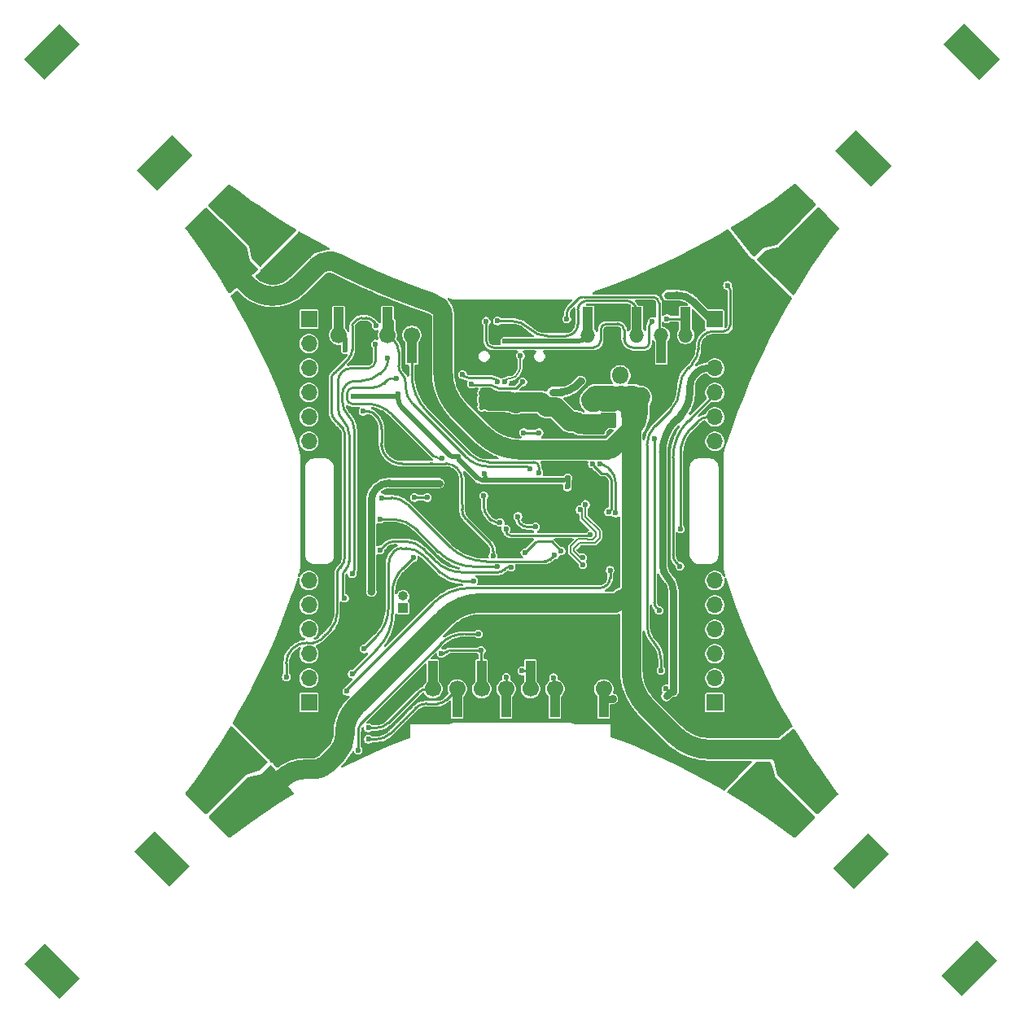
<source format=gbr>
%TF.GenerationSoftware,KiCad,Pcbnew,9.0.0*%
%TF.CreationDate,2025-11-21T14:04:07-05:00*%
%TF.ProjectId,LiteWingV2.5C,4c697465-5769-46e6-9756-322e35432e6b,rev?*%
%TF.SameCoordinates,Original*%
%TF.FileFunction,Copper,L2,Bot*%
%TF.FilePolarity,Positive*%
%FSLAX46Y46*%
G04 Gerber Fmt 4.6, Leading zero omitted, Abs format (unit mm)*
G04 Created by KiCad (PCBNEW 9.0.0) date 2025-11-21 14:04:07*
%MOMM*%
%LPD*%
G01*
G04 APERTURE LIST*
G04 Aperture macros list*
%AMRoundRect*
0 Rectangle with rounded corners*
0 $1 Rounding radius*
0 $2 $3 $4 $5 $6 $7 $8 $9 X,Y pos of 4 corners*
0 Add a 4 corners polygon primitive as box body*
4,1,4,$2,$3,$4,$5,$6,$7,$8,$9,$2,$3,0*
0 Add four circle primitives for the rounded corners*
1,1,$1+$1,$2,$3*
1,1,$1+$1,$4,$5*
1,1,$1+$1,$6,$7*
1,1,$1+$1,$8,$9*
0 Add four rect primitives between the rounded corners*
20,1,$1+$1,$2,$3,$4,$5,0*
20,1,$1+$1,$4,$5,$6,$7,0*
20,1,$1+$1,$6,$7,$8,$9,0*
20,1,$1+$1,$8,$9,$2,$3,0*%
%AMRotRect*
0 Rectangle, with rotation*
0 The origin of the aperture is its center*
0 $1 length*
0 $2 width*
0 $3 Rotation angle, in degrees counterclockwise*
0 Add horizontal line*
21,1,$1,$2,0,0,$3*%
G04 Aperture macros list end*
%TA.AperFunction,NonConductor*%
%ADD10C,0.000000*%
%TD*%
%TA.AperFunction,ComponentPad*%
%ADD11R,1.000000X1.000000*%
%TD*%
%TA.AperFunction,ComponentPad*%
%ADD12O,1.000000X1.000000*%
%TD*%
%TA.AperFunction,SMDPad,CuDef*%
%ADD13RoundRect,0.312500X-0.176777X0.795495X-0.795495X0.176777X0.176777X-0.795495X0.795495X-0.176777X0*%
%TD*%
%TA.AperFunction,SMDPad,CuDef*%
%ADD14RotRect,1.500000X2.000000X225.000000*%
%TD*%
%TA.AperFunction,SMDPad,CuDef*%
%ADD15RoundRect,0.312500X0.795495X0.176777X0.176777X0.795495X-0.795495X-0.176777X-0.176777X-0.795495X0*%
%TD*%
%TA.AperFunction,SMDPad,CuDef*%
%ADD16RotRect,1.500000X2.000000X135.000000*%
%TD*%
%TA.AperFunction,SMDPad,CuDef*%
%ADD17RoundRect,0.312500X0.176777X-0.795495X0.795495X-0.176777X-0.176777X0.795495X-0.795495X0.176777X0*%
%TD*%
%TA.AperFunction,SMDPad,CuDef*%
%ADD18RotRect,1.500000X2.000000X45.000000*%
%TD*%
%TA.AperFunction,ComponentPad*%
%ADD19R,1.700000X1.700000*%
%TD*%
%TA.AperFunction,ComponentPad*%
%ADD20O,1.700000X1.700000*%
%TD*%
%TA.AperFunction,ComponentPad*%
%ADD21O,1.000000X2.100000*%
%TD*%
%TA.AperFunction,ComponentPad*%
%ADD22O,1.000000X1.800000*%
%TD*%
%TA.AperFunction,ComponentPad*%
%ADD23O,1.800000X1.800000*%
%TD*%
%TA.AperFunction,HeatsinkPad*%
%ADD24C,0.600000*%
%TD*%
%TA.AperFunction,SMDPad,CuDef*%
%ADD25RoundRect,0.312500X-0.795495X-0.176777X-0.176777X-0.795495X0.795495X0.176777X0.176777X0.795495X0*%
%TD*%
%TA.AperFunction,SMDPad,CuDef*%
%ADD26RotRect,1.500000X2.000000X315.000000*%
%TD*%
%TA.AperFunction,SMDPad,CuDef*%
%ADD27C,1.700000*%
%TD*%
%TA.AperFunction,SMDPad,CuDef*%
%ADD28R,1.000000X2.510000*%
%TD*%
%TA.AperFunction,SMDPad,CuDef*%
%ADD29O,1.524000X1.524000*%
%TD*%
%TA.AperFunction,ViaPad*%
%ADD30C,0.600000*%
%TD*%
%TA.AperFunction,Conductor*%
%ADD31C,0.762000*%
%TD*%
%TA.AperFunction,Conductor*%
%ADD32C,0.508000*%
%TD*%
%TA.AperFunction,Conductor*%
%ADD33C,0.254000*%
%TD*%
%TA.AperFunction,Conductor*%
%ADD34C,2.032000*%
%TD*%
%TA.AperFunction,Conductor*%
%ADD35C,0.200000*%
%TD*%
G04 APERTURE END LIST*
D10*
%TA.AperFunction,NonConductor*%
G36*
X114159837Y-57178224D02*
G01*
X110494617Y-60842174D01*
X108372447Y-58720004D01*
X112033857Y-55061134D01*
X114159837Y-57178224D01*
G37*
%TD.AperFunction*%
%TA.AperFunction,NonConductor*%
G36*
X102456096Y-45599120D02*
G01*
X98790876Y-49263070D01*
X96668706Y-47140900D01*
X100330116Y-43482030D01*
X102456096Y-45599120D01*
G37*
%TD.AperFunction*%
%TA.AperFunction,NonConductor*%
G36*
X186829688Y-58228099D02*
G01*
X184707518Y-60350269D01*
X181042298Y-56686319D01*
X183168278Y-54569229D01*
X186829688Y-58228099D01*
G37*
%TD.AperFunction*%
%TA.AperFunction,NonConductor*%
G36*
X102466999Y-142759067D02*
G01*
X100344829Y-144881237D01*
X96685959Y-141219827D01*
X98803049Y-139093847D01*
X102466999Y-142759067D01*
G37*
%TD.AperFunction*%
%TA.AperFunction,NonConductor*%
G36*
X186572609Y-129829652D02*
G01*
X182911199Y-133488522D01*
X180785219Y-131371432D01*
X184450439Y-127707482D01*
X186572609Y-129829652D01*
G37*
%TD.AperFunction*%
%TA.AperFunction,NonConductor*%
G36*
X113889756Y-131104078D02*
G01*
X111767586Y-133226248D01*
X108108716Y-129564838D01*
X110225806Y-127438858D01*
X113889756Y-131104078D01*
G37*
%TD.AperFunction*%
%TA.AperFunction,NonConductor*%
G36*
X198085519Y-47144708D02*
G01*
X195963349Y-49266878D01*
X192298129Y-45602928D01*
X194424109Y-43485838D01*
X198085519Y-47144708D01*
G37*
%TD.AperFunction*%
%TA.AperFunction,NonConductor*%
G36*
X197886778Y-140926932D02*
G01*
X194225368Y-144585802D01*
X192099388Y-142468712D01*
X195764608Y-138804762D01*
X197886778Y-140926932D01*
G37*
%TD.AperFunction*%
D11*
%TO.P,J14,1,Pin_1*%
%TO.N,/BUZ2*%
X136061500Y-104255050D03*
D12*
%TO.P,J14,2,Pin_2*%
%TO.N,/BUZ1*%
X136061500Y-103004850D03*
%TD*%
D13*
%TO.P,J8,1,Pin_1*%
%TO.N,+BATT*%
X179133199Y-124391485D03*
D14*
%TO.P,J8,2,Pin_2*%
%TO.N,Net-(D3-A)*%
X177718985Y-125805699D03*
%TD*%
D15*
%TO.P,J9,1,Pin_1*%
%TO.N,+BATT*%
X117141500Y-125899000D03*
D16*
%TO.P,J9,2,Pin_2*%
%TO.N,Net-(D4-A)*%
X115727286Y-124484786D03*
%TD*%
D17*
%TO.P,J10,1,Pin_1*%
%TO.N,+BATT*%
X115546801Y-63924515D03*
D18*
%TO.P,J10,2,Pin_2*%
%TO.N,Net-(D5-A)*%
X116961015Y-62510301D03*
%TD*%
D19*
%TO.P,J5,1,Pin_1*%
%TO.N,/IO1*%
X126276500Y-114084000D03*
D20*
%TO.P,J5,2,Pin_2*%
%TO.N,/TX*%
X126276500Y-111544000D03*
%TO.P,J5,3,Pin_3*%
%TO.N,/RX*%
X126276500Y-109004000D03*
%TO.P,J5,4,Pin_4*%
%TO.N,/IO48*%
X126276500Y-106464000D03*
%TO.P,J5,5,Pin_5*%
%TO.N,/SCL1*%
X126276500Y-103924000D03*
%TO.P,J5,6,Pin_6*%
%TO.N,/SDA1*%
X126276500Y-101384000D03*
%TD*%
D19*
%TO.P,J3,1,Pin_1*%
%TO.N,/IO15*%
X168477500Y-114084000D03*
D20*
%TO.P,J3,2,Pin_2*%
%TO.N,/IO16*%
X168477500Y-111544000D03*
%TO.P,J3,3,Pin_3*%
%TO.N,/IO17*%
X168477500Y-109004000D03*
%TO.P,J3,4,Pin_4*%
%TO.N,/IO18*%
X168477500Y-106464000D03*
%TO.P,J3,5,Pin_5*%
%TO.N,/USB D-*%
X168477500Y-103924000D03*
%TO.P,J3,6,Pin_6*%
%TO.N,/USB D+*%
X168477500Y-101384000D03*
%TD*%
D19*
%TO.P,J4,1,Pin_1*%
%TO.N,VBUS*%
X168477500Y-74204000D03*
D20*
%TO.P,J4,2,Pin_2*%
%TO.N,GND*%
X168477500Y-76744000D03*
%TO.P,J4,3,Pin_3*%
%TO.N,+3V3*%
X168477500Y-79284000D03*
%TO.P,J4,4,Pin_4*%
%TO.N,/IO13*%
X168477500Y-81824000D03*
%TO.P,J4,5,Pin_5*%
%TO.N,/SDA*%
X168477500Y-84364000D03*
%TO.P,J4,6,Pin_6*%
%TO.N,/SCL*%
X168477500Y-86904000D03*
%TD*%
D19*
%TO.P,J6,1,Pin_1*%
%TO.N,/CS*%
X126276500Y-74204000D03*
D20*
%TO.P,J6,2,Pin_2*%
%TO.N,/MOSI*%
X126276500Y-76744000D03*
%TO.P,J6,3,Pin_3*%
%TO.N,/CLK*%
X126276500Y-79284000D03*
%TO.P,J6,4,Pin_4*%
%TO.N,/MISO*%
X126276500Y-81824000D03*
%TO.P,J6,5,Pin_5*%
%TO.N,/BUZ1*%
X126276500Y-84364000D03*
%TO.P,J6,6,Pin_6*%
%TO.N,/BUZ2*%
X126276500Y-86904000D03*
%TD*%
D21*
%TO.P,J1,S1,SHIELD*%
%TO.N,GND*%
X151697500Y-78584000D03*
D22*
X151697500Y-74384000D03*
D21*
X143057500Y-78584000D03*
D22*
X143057500Y-74384000D03*
%TD*%
D23*
%TO.P,J2,1,Pin_1*%
%TO.N,GND*%
X161158501Y-80045600D03*
%TO.P,J2,2,Pin_2*%
%TO.N,+BATT*%
X158656499Y-80045600D03*
%TD*%
D24*
%TO.P,U8,41,GND*%
%TO.N,GND*%
X150277500Y-107894000D03*
X150277500Y-106494000D03*
X149577500Y-108594000D03*
X149577500Y-107194000D03*
X149577500Y-105794000D03*
X148877500Y-107894000D03*
X148877500Y-106494000D03*
X148177500Y-108594000D03*
X148177500Y-107194000D03*
X148177500Y-105794000D03*
X147477500Y-107894000D03*
X147477500Y-106494000D03*
%TD*%
D25*
%TO.P,J7,1,Pin_1*%
%TO.N,+BATT*%
X177666078Y-62332208D03*
D26*
%TO.P,J7,2,Pin_2*%
%TO.N,Net-(D2-A)*%
X179080292Y-63746422D03*
%TD*%
D27*
%TO.P,J11,1,Pin_1*%
%TO.N,+3V3*%
X156930000Y-112656500D03*
D28*
X156930000Y-114311500D03*
%TO.P,J11,2,Pin_2*%
%TO.N,GND*%
X154390000Y-111001500D03*
D27*
X154390000Y-112656500D03*
%TO.P,J11,3,Pin_3*%
%TO.N,/MOSI*%
X151850000Y-112656500D03*
D28*
X151850000Y-114311500D03*
%TO.P,J11,4,Pin_4*%
%TO.N,/CLK*%
X149310000Y-111001501D03*
D27*
X149310000Y-112656500D03*
%TO.P,J11,5,Pin_5*%
%TO.N,/MISO*%
X146770000Y-112656500D03*
D28*
X146770000Y-114311500D03*
%TO.P,J11,6,Pin_6*%
%TO.N,/CS*%
X144230000Y-111001500D03*
D27*
X144230000Y-112656500D03*
%TO.P,J11,7,Pin_7*%
%TO.N,Net-(J11-Pin_7)*%
X141690000Y-112656500D03*
D28*
X141690000Y-114311500D03*
%TO.P,J11,8,Pin_8*%
%TO.N,Net-(J11-Pin_8)*%
X139150000Y-111001500D03*
D27*
X139150000Y-112656500D03*
%TD*%
D28*
%TO.P,J13,1,Pin_1*%
%TO.N,+3V3*%
X129347499Y-74214000D03*
D27*
X129347499Y-75869000D03*
D28*
%TO.P,J13,2,Pin_2*%
%TO.N,GND*%
X131887499Y-77524000D03*
D27*
X131887500Y-75869000D03*
D28*
%TO.P,J13,3,Pin_3*%
%TO.N,/AUXSCL*%
X134427499Y-74214000D03*
D27*
X134427499Y-75869000D03*
%TO.P,J13,4,Pin_4*%
%TO.N,/AUXSDA*%
X136967499Y-75869000D03*
D28*
X136967499Y-77524000D03*
%TD*%
D29*
%TO.P,J12,1,Pin_1*%
%TO.N,+3V3*%
X155289499Y-75869000D03*
D28*
X155289500Y-74214000D03*
D29*
%TO.P,J12,2,Pin_2*%
%TO.N,GND*%
X157829499Y-75869000D03*
D28*
X157829499Y-77524000D03*
D29*
%TO.P,J12,3,Pin_3*%
%TO.N,/SCL1*%
X160369498Y-75869000D03*
D28*
X160369499Y-74214000D03*
D29*
%TO.P,J12,4,Pin_4*%
%TO.N,/SDA1*%
X162909499Y-75869000D03*
D28*
X162909499Y-77524000D03*
%TO.P,J12,5,Pin_5*%
%TO.N,Net-(J12-Pin_5)*%
X165410499Y-74214000D03*
D29*
X165449499Y-75869000D03*
%TD*%
D30*
%TO.N,GND*%
X134421500Y-114545000D03*
X172859244Y-76483678D03*
X124599244Y-79023678D03*
X166114500Y-100607000D03*
X157448500Y-111143000D03*
X155084500Y-90731000D03*
X160256500Y-70412000D03*
X149999244Y-114583678D03*
X126112500Y-66408000D03*
X150250000Y-85000000D03*
X164843500Y-114642000D03*
X163596500Y-70127000D03*
X125063500Y-67835000D03*
X156693500Y-78656000D03*
X157000000Y-93250000D03*
X127714500Y-100731000D03*
X131344500Y-109089000D03*
X143633500Y-114583678D03*
X139463500Y-83559000D03*
X134665500Y-115143000D03*
X132091500Y-73213000D03*
X124328500Y-67205000D03*
X139912500Y-92694000D03*
X136519500Y-105318000D03*
X167167500Y-87897000D03*
X132083500Y-74957000D03*
X129090500Y-111582000D03*
X161995500Y-73317000D03*
X167214500Y-85840000D03*
X155114500Y-91633000D03*
X123074500Y-73994000D03*
X147000000Y-85000000D03*
X128517500Y-100698000D03*
X133691500Y-99181000D03*
X139912500Y-93443000D03*
X136844500Y-87320000D03*
X141892500Y-74567000D03*
X152539244Y-109503678D03*
X137769500Y-80498000D03*
X124599244Y-104423678D03*
X127624500Y-87931000D03*
X172859244Y-114583678D03*
X157000000Y-92500000D03*
X150080500Y-94459000D03*
X162537500Y-70555000D03*
X157403500Y-73337000D03*
X141042500Y-85236000D03*
X128367500Y-108025000D03*
X172859244Y-112043678D03*
X150319500Y-91692000D03*
X128488500Y-87949000D03*
X130875500Y-102663000D03*
X138517500Y-80474000D03*
X160159244Y-117123678D03*
X124599244Y-81563678D03*
X153700500Y-79050000D03*
X170319244Y-109503678D03*
X166889500Y-100607000D03*
X168775500Y-70958000D03*
X120815500Y-74056000D03*
X144292500Y-95527000D03*
X132112500Y-75786000D03*
X131821500Y-84558000D03*
X122059244Y-76483678D03*
X125587500Y-67205000D03*
X121898500Y-74025000D03*
X168180500Y-72000000D03*
X164864500Y-115360000D03*
X168161500Y-70647000D03*
X164410500Y-69760000D03*
X170319244Y-106963678D03*
X132755500Y-90909000D03*
X161498500Y-69984000D03*
X144919244Y-114583678D03*
X155134500Y-92443000D03*
X132743500Y-90242000D03*
X122059244Y-114583678D03*
X168794500Y-72390000D03*
X166967500Y-75158000D03*
X168161500Y-71330000D03*
X143048500Y-92838000D03*
X148500000Y-85000000D03*
X146000000Y-84928000D03*
X129921500Y-111619000D03*
X150395500Y-92368000D03*
X133679500Y-96025000D03*
X170319244Y-112043678D03*
X124599244Y-76483678D03*
X124599244Y-106963678D03*
X172859244Y-73943678D03*
X143363500Y-87614000D03*
X125420500Y-65925000D03*
X164843500Y-113945000D03*
X149470500Y-94481000D03*
X133704500Y-96958000D03*
X133766500Y-100852000D03*
X170319244Y-79023678D03*
X136530217Y-87945484D03*
X163750000Y-81000000D03*
X150215500Y-93704000D03*
X156162500Y-90747000D03*
X157702500Y-110474000D03*
X132097500Y-76687000D03*
X135173500Y-114423000D03*
X152539244Y-106963678D03*
X170319244Y-114583678D03*
X168794500Y-71646000D03*
X136183500Y-87301000D03*
X135815500Y-87890000D03*
X156535500Y-73337000D03*
X144613500Y-88370000D03*
X145401500Y-93703000D03*
X135411500Y-87301000D03*
X152701500Y-78527000D03*
X130913500Y-83613000D03*
X145000000Y-101250000D03*
X168180500Y-72688000D03*
X157619244Y-106963678D03*
X123824500Y-67751000D03*
X128979500Y-107518000D03*
X156146500Y-91382000D03*
X135806500Y-105335000D03*
X128494655Y-101397629D03*
X164736500Y-68579000D03*
X124599244Y-84103678D03*
X156049500Y-78656000D03*
X133728500Y-100064000D03*
X170319244Y-76483678D03*
X172859244Y-71403678D03*
X127714500Y-101412000D03*
X156774500Y-91000000D03*
X122059244Y-112043678D03*
X164954500Y-97715000D03*
X124475500Y-68339000D03*
X164750000Y-79000000D03*
X170319244Y-81563678D03*
X140052500Y-90337000D03*
X144515500Y-84247000D03*
X149383500Y-93805000D03*
X129830500Y-110719000D03*
X143982500Y-88060000D03*
X124853500Y-66555000D03*
X163860500Y-69068000D03*
%TO.N,VBUS*%
X163534500Y-71695000D03*
X151581000Y-81781500D03*
X154550500Y-80600000D03*
%TO.N,+3V3*%
X157883500Y-113675000D03*
X130842500Y-82210000D03*
X144512500Y-90265700D03*
X153194501Y-90686000D03*
X132759500Y-102554000D03*
X163047500Y-96898000D03*
X163393500Y-112660000D03*
X164168500Y-112930465D03*
X156929500Y-113696000D03*
X139812500Y-91251000D03*
X163046500Y-96202000D03*
X153147500Y-91661000D03*
X135573500Y-82010000D03*
X132731500Y-100290000D03*
X146624500Y-76484000D03*
X141781782Y-88528718D03*
X163438500Y-113405000D03*
X130045500Y-77363000D03*
%TO.N,+BATT*%
X175269083Y-65315326D03*
X119945535Y-122651069D03*
X177042452Y-122775582D03*
X157857500Y-82130000D03*
X120032500Y-69232000D03*
X114095401Y-64610951D03*
X170750217Y-64924005D03*
X179246500Y-124907000D03*
X156001500Y-82790000D03*
X159647500Y-82137000D03*
X172963318Y-63498477D03*
X175361056Y-120342931D03*
X117764578Y-65600297D03*
X121376500Y-122190000D03*
X156994500Y-82151000D03*
X179785020Y-122344814D03*
X176719862Y-60845046D03*
X178900542Y-121092633D03*
X174581639Y-119134740D03*
X173974157Y-66017006D03*
X122496166Y-121669735D03*
X157845500Y-81506000D03*
X156046500Y-82151000D03*
X178016065Y-119840452D03*
X176341120Y-64219428D03*
X175946553Y-121703545D03*
X156957500Y-81506000D03*
X117466366Y-69604479D03*
X115697411Y-67100116D03*
X122747044Y-124200568D03*
X177392968Y-61187864D03*
X116668679Y-64528260D03*
X116581889Y-68352297D03*
X157857500Y-82776000D03*
X172692771Y-67040399D03*
X117801460Y-124842865D03*
X175467681Y-61729523D03*
X114812934Y-65847935D03*
X118860477Y-66672334D03*
X156981500Y-82790000D03*
X171713837Y-66116353D03*
X156039500Y-81476000D03*
X176195501Y-117707534D03*
X178470711Y-62013611D03*
X119383403Y-68068325D03*
X180669500Y-123597000D03*
X118376500Y-70672000D03*
X120242681Y-125969522D03*
X117768541Y-127406480D03*
X159662500Y-82790000D03*
X118873498Y-123746967D03*
X158815500Y-82761000D03*
X123999225Y-123316091D03*
X178139303Y-123846636D03*
X180084079Y-124281244D03*
X177410346Y-63120808D03*
X158805500Y-82130000D03*
X117111882Y-126736766D03*
X116740123Y-125949121D03*
X115561478Y-63467889D03*
X123450832Y-122550069D03*
%TO.N,/USB D+*%
X154750000Y-99000000D03*
X155032843Y-93467157D03*
%TO.N,Net-(D2-A)*%
X175809135Y-67331354D03*
X176348290Y-70884819D03*
X178061500Y-64643000D03*
X177998500Y-67990000D03*
X180339500Y-65135000D03*
X179834033Y-63625475D03*
X179218828Y-66245067D03*
X173939806Y-68242361D03*
X176559500Y-66411000D03*
%TO.N,Net-(D3-A)*%
X176596500Y-124925000D03*
X173756500Y-122324000D03*
X176382500Y-127153000D03*
X174637568Y-125932672D03*
X171147703Y-123492015D03*
X177934758Y-125518765D03*
X175134500Y-123106000D03*
X172892635Y-124712343D03*
X172528656Y-121081244D03*
%TO.N,Net-(D4-A)*%
X119928139Y-118754061D03*
X115473843Y-121792865D03*
X115727286Y-124484786D03*
X116762383Y-123479949D03*
X119802500Y-120513000D03*
X118266221Y-121972479D03*
X114378858Y-123526601D03*
X118404227Y-117266889D03*
X116694171Y-120047933D03*
%TO.N,Net-(D5-A)*%
X116774500Y-62142000D03*
X118093500Y-63414000D03*
X120846500Y-66857000D03*
X121686598Y-67692448D03*
X124002500Y-65123000D03*
X119698500Y-64898000D03*
X122275608Y-63915288D03*
X120548716Y-62707577D03*
X117811655Y-60841922D03*
%TO.N,+5V*%
X144915500Y-81872000D03*
X155784500Y-85117000D03*
X144230500Y-81854000D03*
X155775500Y-85833000D03*
X156483500Y-84422000D03*
X157432384Y-94237890D03*
X144933500Y-83346000D03*
X156470500Y-85833000D03*
X146311500Y-82583000D03*
X144238500Y-83351000D03*
X155788500Y-84422000D03*
X155750000Y-89228700D03*
X145626500Y-83337000D03*
X156479500Y-85117000D03*
X144924500Y-82574000D03*
X155064500Y-85113000D03*
X144230500Y-82600000D03*
X145609500Y-82574000D03*
X155055500Y-85829000D03*
X155068500Y-84418000D03*
%TO.N,Net-(IC1-~{CHRG})*%
X158160500Y-94368300D03*
X156500000Y-89233714D03*
%TO.N,Net-(J1-CC2)*%
X142251259Y-79961865D03*
X145880500Y-80685000D03*
%TO.N,Net-(J1-CC1)*%
X148503500Y-80728000D03*
X143159500Y-80956000D03*
%TO.N,/SDA*%
X164909500Y-96010000D03*
%TO.N,/USB D-*%
X146641500Y-80724000D03*
X154750000Y-99750000D03*
X148264500Y-78000000D03*
X154467157Y-94032843D03*
%TO.N,/SCL*%
X149849200Y-95796000D03*
X147999500Y-94720000D03*
%TO.N,/IO13*%
X164845500Y-99887000D03*
X146772000Y-96037500D03*
X155555500Y-96600700D03*
%TO.N,/IO48*%
X143380500Y-101412000D03*
X132010500Y-108485000D03*
%TO.N,/SCL1*%
X133184500Y-76792000D03*
X145883500Y-74379000D03*
X129977500Y-103216000D03*
%TO.N,/SDA1*%
X130765500Y-100662000D03*
X134459500Y-78261000D03*
X153078500Y-74166000D03*
%TO.N,/MISO*%
X146805500Y-111464000D03*
%TO.N,/CLK*%
X148421500Y-110795000D03*
%TO.N,/MOSI*%
X151711500Y-111494000D03*
%TO.N,/CS*%
X140047500Y-108947000D03*
X138566500Y-92742000D03*
X144186500Y-108655000D03*
X137252500Y-92760000D03*
%TO.N,/LED_GREEN*%
X133818500Y-92769000D03*
X151828500Y-98738600D03*
%TO.N,/LED_RED*%
X133652500Y-95004000D03*
X145874500Y-99951000D03*
%TO.N,/LED_BLUE*%
X147272500Y-99962700D03*
X133667500Y-98210000D03*
%TO.N,/MPU_INT*%
X146149500Y-95338000D03*
X144446500Y-92580000D03*
%TO.N,/IO0*%
X137111500Y-99015000D03*
X130752500Y-111105000D03*
%TO.N,/MOT_1*%
X162890500Y-110733000D03*
X169791500Y-70673000D03*
%TO.N,/MOT_3*%
X131398500Y-119021000D03*
X152497404Y-98319072D03*
X148729500Y-98493000D03*
X143886500Y-106942000D03*
%TO.N,/MOT_4*%
X145416715Y-98803900D03*
X131881500Y-83773000D03*
%TO.N,LDO_EN*%
X150200000Y-86000000D03*
X135340500Y-80373000D03*
X140077500Y-88642000D03*
X148600000Y-86000000D03*
%TO.N,/ADC_BAT*%
X157591500Y-100314000D03*
X162681500Y-104490000D03*
X130229500Y-112899700D03*
X162179500Y-86589000D03*
%TO.N,Net-(J12-Pin_5)*%
X123905500Y-111399000D03*
X144693500Y-74420000D03*
X163496500Y-74148000D03*
X161975500Y-74423000D03*
X133240500Y-74875000D03*
%TO.N,/AUXSDA*%
X150194500Y-90150000D03*
%TO.N,/AUXSCL*%
X149251500Y-89724000D03*
%TO.N,Net-(J11-Pin_7)*%
X132466500Y-117889000D03*
%TO.N,Net-(J11-Pin_8)*%
X132454500Y-116723000D03*
%TD*%
D31*
%TO.N,VBUS*%
X164553000Y-71694999D02*
X163534500Y-71695000D01*
X167940139Y-74063639D02*
X166291688Y-72415188D01*
X154519368Y-80608131D02*
X153936750Y-81190750D01*
X151581000Y-81781500D02*
X152510553Y-81781500D01*
X154550500Y-80600000D02*
X154539000Y-80600000D01*
X153936750Y-81190750D02*
G75*
G02*
X152510553Y-81781481I-1426150J1426150D01*
G01*
X164553000Y-71694999D02*
G75*
G02*
X166291694Y-72415182I0J-2458901D01*
G01*
X168279000Y-74204000D02*
G75*
G02*
X167940143Y-74063635I0J479200D01*
G01*
X154519368Y-80608131D02*
G75*
G02*
X154539000Y-80600010I19632J-19669D01*
G01*
D32*
%TO.N,+3V3*%
X130843326Y-82209364D02*
X130843603Y-82209249D01*
D31*
X163047500Y-96898000D02*
X163047000Y-96897500D01*
X132742500Y-93116867D02*
X132742500Y-100271221D01*
D33*
X144564000Y-90317200D02*
X144512500Y-90265700D01*
D32*
X144904150Y-90946000D02*
X152750653Y-90946000D01*
D33*
X144615500Y-90657350D02*
X144615500Y-90441531D01*
D32*
X130045500Y-76294237D02*
X129909118Y-76294237D01*
X146624500Y-76484000D02*
X154239628Y-76484000D01*
D31*
X165876500Y-81852000D02*
X165876500Y-81289850D01*
D32*
X129972500Y-76118000D02*
X129899500Y-76045000D01*
X141781782Y-88528718D02*
X141419000Y-88528718D01*
D31*
X139812500Y-91251000D02*
X134608367Y-91251000D01*
X156929500Y-113696000D02*
X157847650Y-113696000D01*
D32*
X141781782Y-88528718D02*
X141781782Y-88628500D01*
X144904150Y-90946000D02*
X144326850Y-90946000D01*
X130045500Y-77363000D02*
X130045500Y-76294237D01*
D31*
X164040767Y-112930465D02*
X164168500Y-112930465D01*
X163046500Y-88076112D02*
X163046500Y-96202000D01*
X132731500Y-100290000D02*
X132731500Y-102506201D01*
D32*
X135573500Y-82010000D02*
X135474000Y-82109500D01*
X130842750Y-82209750D02*
X130842500Y-82210000D01*
D31*
X167764500Y-79284000D02*
X168477500Y-79284000D01*
D32*
X130844860Y-82209000D02*
X135233785Y-82209000D01*
X144326850Y-90946000D02*
X144307500Y-90946000D01*
D31*
X132731500Y-100290000D02*
X132737000Y-100284500D01*
X157883500Y-113675000D02*
X157873000Y-113685500D01*
X166464000Y-79871500D02*
X166547332Y-79788167D01*
X163822714Y-113020785D02*
X163438500Y-113405000D01*
D32*
X153194501Y-91580764D02*
X153194501Y-90686000D01*
X153147500Y-91661000D02*
X153171000Y-91637499D01*
D31*
X163046500Y-96896292D02*
X163046500Y-96202000D01*
X163047500Y-99758333D02*
X163047500Y-96898000D01*
X164168500Y-102464666D02*
X164168500Y-112930465D01*
D32*
X135573500Y-82010000D02*
X135573500Y-82528000D01*
D31*
X164461500Y-84660000D02*
X164891500Y-84229999D01*
D32*
X153064501Y-90816000D02*
X153194501Y-90686000D01*
X143781711Y-90728211D02*
X141852338Y-88798838D01*
D31*
X132745500Y-102540000D02*
X132759500Y-102554000D01*
D32*
X140799692Y-88272192D02*
X135939781Y-83412281D01*
X153194501Y-91580764D02*
G75*
G02*
X153171011Y-91637510I-80201J-36D01*
G01*
X129676299Y-76197800D02*
G75*
G03*
X129909118Y-76294230I232801J232800D01*
G01*
X129972500Y-76118000D02*
G75*
G02*
X130045484Y-76294237I-176200J-176200D01*
G01*
X154981999Y-76176500D02*
G75*
G02*
X154239628Y-76484011I-742399J742400D01*
G01*
D31*
X167764500Y-79284000D02*
G75*
G03*
X166547340Y-79788175I0J-1721300D01*
G01*
X133289000Y-91797500D02*
G75*
G03*
X132742487Y-93116867I1319400J-1319400D01*
G01*
D32*
X135233785Y-82209000D02*
G75*
G03*
X135474004Y-82109504I15J339700D01*
G01*
D31*
X133289000Y-91797500D02*
G75*
G02*
X134608367Y-91250987I1319400J-1319400D01*
G01*
D33*
X144615500Y-90657350D02*
G75*
G03*
X144904150Y-90946000I288600J-50D01*
G01*
D32*
X144307500Y-90946000D02*
G75*
G02*
X143781706Y-90728216I0J743600D01*
G01*
D31*
X166464000Y-79871500D02*
G75*
G03*
X165876521Y-81289850I1418300J-1418300D01*
G01*
X132737000Y-100284500D02*
G75*
G03*
X132742509Y-100271221I-13300J13300D01*
G01*
X163046500Y-96896292D02*
G75*
G03*
X163046998Y-96897502I1700J-8D01*
G01*
X164891500Y-84229999D02*
G75*
G03*
X165876499Y-81852000I-2378000J2377999D01*
G01*
X163822714Y-113020785D02*
G75*
G02*
X164040767Y-112930430I218086J-218015D01*
G01*
D32*
X140799692Y-88272192D02*
G75*
G03*
X141419000Y-88528722I619308J619292D01*
G01*
D31*
X163608000Y-101111500D02*
G75*
G02*
X163047486Y-99758333I1353200J1353200D01*
G01*
X157873000Y-113685500D02*
G75*
G02*
X157847650Y-113696021I-25400J25400D01*
G01*
X163608000Y-101111500D02*
G75*
G02*
X164168514Y-102464666I-1353200J-1353200D01*
G01*
D32*
X144615500Y-90657350D02*
G75*
G02*
X144326850Y-90946000I-288700J50D01*
G01*
X130842750Y-82209750D02*
G75*
G02*
X130843327Y-82209366I1250J-1250D01*
G01*
D33*
X144564000Y-90317200D02*
G75*
G02*
X144615487Y-90441531I-124300J-124300D01*
G01*
D32*
X135573500Y-82528000D02*
G75*
G03*
X135939773Y-83412289I1250600J0D01*
G01*
D31*
X164461500Y-84660000D02*
G75*
G03*
X163046505Y-88076112I3416100J-3416100D01*
G01*
X132731500Y-102506201D02*
G75*
G03*
X132745500Y-102540000I47800J1D01*
G01*
D32*
X130844860Y-82209000D02*
G75*
G03*
X130843609Y-82209263I40J-3300D01*
G01*
X153064501Y-90816000D02*
G75*
G02*
X152750653Y-90945952I-313801J313900D01*
G01*
X141781782Y-88628500D02*
G75*
G03*
X141852333Y-88798843I240918J0D01*
G01*
D34*
%TO.N,+BATT*%
X148198876Y-87773000D02*
X157311809Y-87773000D01*
X157864500Y-82783000D02*
X157857500Y-82776000D01*
X164216707Y-117379207D02*
X161394292Y-114556792D01*
X160500470Y-82350970D02*
X160523500Y-82374000D01*
X125087220Y-70719280D02*
X127166682Y-68639818D01*
X137802278Y-72037323D02*
X138182687Y-72173194D01*
X158951263Y-82787247D02*
X158815500Y-82761000D01*
X140363707Y-105300792D02*
X131071603Y-114592896D01*
X159800500Y-102141410D02*
X159800500Y-84220485D01*
X159662500Y-82127656D02*
X159662500Y-82790000D01*
X156087298Y-82130000D02*
X157835500Y-82130000D01*
X158805500Y-82130000D02*
X158654500Y-82130000D01*
X123472852Y-122006648D02*
X122179500Y-123300000D01*
X156001500Y-82790000D02*
X155704500Y-82790000D01*
X127368164Y-120940293D02*
X127675102Y-120776519D01*
X122524000Y-71780999D02*
X122445906Y-71781000D01*
X157211500Y-82130000D02*
X156587500Y-82130000D01*
X158629000Y-103499500D02*
X158836500Y-103292000D01*
X158919500Y-82775500D02*
X158815500Y-82761000D01*
X132983557Y-70129451D02*
X132983546Y-70129447D01*
X119003137Y-69743637D02*
X117836500Y-68577000D01*
X159788500Y-83898500D02*
X159788500Y-84191514D01*
X159662500Y-82790000D02*
X159128505Y-82790000D01*
X159800500Y-102141410D02*
X159800500Y-103094589D01*
X156001500Y-82790000D02*
X156001500Y-82196000D01*
X127746916Y-120738723D02*
X127782930Y-120720028D01*
X158396726Y-82236773D02*
X157857500Y-82776000D01*
X144351120Y-86179207D02*
X141824625Y-83652712D01*
X129172658Y-68346466D02*
X129847773Y-68677758D01*
X120016000Y-70774500D02*
X119015864Y-69774364D01*
X131407405Y-69421324D02*
X131407436Y-69421338D01*
X160001692Y-83383807D02*
X160523499Y-82861999D01*
X168064463Y-118973000D02*
X176280500Y-118973000D01*
X159004753Y-82779746D02*
X159647500Y-82137000D01*
X155617510Y-82579989D02*
X156046500Y-82151000D01*
X140230833Y-73883710D02*
X140230833Y-79804956D01*
X159797531Y-85641317D02*
X157916191Y-87522657D01*
X159647500Y-82137000D02*
X159640500Y-82130000D01*
X139860042Y-72988542D02*
X139814567Y-72943067D01*
X129124300Y-119496198D02*
X128222100Y-120398398D01*
X130026500Y-117318094D02*
X130026500Y-117115999D01*
X159967000Y-82130000D02*
X159660156Y-82130000D01*
X128242980Y-68194000D02*
X128761519Y-68194000D01*
X156981500Y-82790000D02*
X157861600Y-82790000D01*
X160523500Y-83888674D02*
X160523500Y-82862000D01*
X144211463Y-103707000D02*
X158128050Y-103707000D01*
X127003580Y-121033670D02*
X125821830Y-121033670D01*
X159800500Y-103094589D02*
X159800500Y-110709036D01*
X156053500Y-82144000D02*
X156039500Y-82158000D01*
X159797531Y-85641317D02*
G75*
G03*
X160523485Y-83888674I-1752631J1752617D01*
G01*
X140230833Y-73883710D02*
G75*
G03*
X139860042Y-72988542I-1265933J10D01*
G01*
X157311809Y-87773000D02*
G75*
G03*
X157916181Y-87522647I-9J854700D01*
G01*
X159658500Y-82126000D02*
G75*
G02*
X159662604Y-82127654I1700J-1700D01*
G01*
X128972813Y-68245576D02*
G75*
G03*
X128761519Y-68193992I-211313J-407024D01*
G01*
X160523500Y-82862000D02*
X160523499Y-82861999D01*
X161394292Y-114556792D02*
G75*
G02*
X159800489Y-110709036I3847808J3847792D01*
G01*
X128972813Y-68245576D02*
G75*
G03*
X129172658Y-68346467I4559687J8783476D01*
G01*
X128222100Y-120398398D02*
G75*
G02*
X127782930Y-120720029I-1260500J1260498D01*
G01*
X140363707Y-105300792D02*
G75*
G02*
X144211463Y-103706959I3847793J-3847708D01*
G01*
X125087220Y-70719280D02*
G75*
G02*
X122524000Y-71781012I-2563220J2563180D01*
G01*
X159794500Y-84206000D02*
G75*
G02*
X159788494Y-84191514I14500J14500D01*
G01*
X128242980Y-68194000D02*
G75*
G03*
X127166695Y-68639831I20J-1522100D01*
G01*
X134575265Y-70801705D02*
G75*
G03*
X136181777Y-71437771I28907035J70663705D01*
G01*
X131071603Y-114592896D02*
G75*
G03*
X130026497Y-117115999I2523097J-2523104D01*
G01*
X127675102Y-120776519D02*
G75*
G02*
X127746916Y-120738722I3357998J-6293081D01*
G01*
X119009500Y-69759000D02*
G75*
G03*
X119003131Y-69743643I-21700J0D01*
G01*
X157861600Y-82790000D02*
G75*
G03*
X157864499Y-82783001I0J4100D01*
G01*
X158629000Y-103499500D02*
G75*
G02*
X158128050Y-103707021I-501000J501000D01*
G01*
X134575265Y-70801705D02*
G75*
G02*
X132983557Y-70129451I28906135J70662005D01*
G01*
X144351120Y-86179207D02*
G75*
G03*
X148198876Y-87773002I3847780J3847807D01*
G01*
X140230833Y-79804956D02*
G75*
G03*
X141824600Y-83652737I5441567J-44D01*
G01*
X159658500Y-82126000D02*
G75*
G03*
X159660154Y-82130104I1700J-1700D01*
G01*
X160767500Y-82272931D02*
G75*
G02*
X160523491Y-82861991I-833100J31D01*
G01*
X159463500Y-102955000D02*
G75*
G03*
X159800504Y-102141410I-813600J813600D01*
G01*
X127368164Y-120940293D02*
G75*
G02*
X127003580Y-121033656I-364564J665093D01*
G01*
X156053500Y-82144000D02*
G75*
G02*
X156087298Y-82130000I33800J-33800D01*
G01*
X123472852Y-122006648D02*
G75*
G02*
X125821830Y-121033683I2348948J-2348952D01*
G01*
X164216707Y-117379207D02*
G75*
G03*
X168064463Y-118973011I3847793J3847807D01*
G01*
X136181777Y-71437771D02*
G75*
G03*
X137802278Y-72037323I27303923J71308771D01*
G01*
X139052599Y-72472846D02*
G75*
G02*
X138182687Y-72173193I12809101J38598146D01*
G01*
X158919500Y-82775500D02*
G75*
G03*
X159128505Y-82789997I209000J1499300D01*
G01*
X158396726Y-82236773D02*
G75*
G02*
X158654500Y-82129986I257774J-257727D01*
G01*
X122445906Y-71781000D02*
G75*
G02*
X120015998Y-70774502I-6J3436400D01*
G01*
X160767500Y-82272931D02*
G75*
G02*
X160523554Y-82373946I-142900J31D01*
G01*
X119009500Y-69759000D02*
G75*
G03*
X119015870Y-69774358I21700J0D01*
G01*
X160001692Y-83383807D02*
G75*
G03*
X159788504Y-83898500I514708J-514693D01*
G01*
X129124300Y-119496198D02*
G75*
G03*
X130026497Y-117318094I-2178100J2178098D01*
G01*
X158980000Y-82790000D02*
G75*
G03*
X159004752Y-82779745I0J35000D01*
G01*
X131407405Y-69421324D02*
G75*
G02*
X129847773Y-68677757I32076595J69288124D01*
G01*
X159800500Y-84220485D02*
G75*
G03*
X159794496Y-84206004I-20500J-15D01*
G01*
X160523499Y-82861999D02*
G75*
G03*
X160523499Y-82374001I-243999J243999D01*
G01*
X139052599Y-72472846D02*
G75*
G02*
X139814561Y-72943073I-611999J-1844154D01*
G01*
X158980000Y-82790000D02*
G75*
G02*
X158951263Y-82787248I0J151400D01*
G01*
X131407436Y-69421338D02*
G75*
G03*
X132983546Y-70129446I32077464J69290038D01*
G01*
X155704500Y-82790000D02*
G75*
G02*
X155617536Y-82580015I0J123000D01*
G01*
X159463500Y-102955000D02*
G75*
G02*
X159800524Y-103094589I139600J-139600D01*
G01*
X160500470Y-82350970D02*
G75*
G03*
X159967000Y-82129988I-533470J-533430D01*
G01*
D35*
%TO.N,/USB D+*%
X156002533Y-97483991D02*
X155056265Y-97483991D01*
X155032843Y-93467157D02*
X155032843Y-94747720D01*
X155032843Y-94747720D02*
X156496180Y-96211057D01*
X156496180Y-96990344D02*
X156002533Y-97483991D01*
X154406164Y-97476680D02*
X153841422Y-98041422D01*
X153841422Y-98041422D02*
X153841422Y-98341422D01*
X155048954Y-97476680D02*
X154406164Y-97476680D01*
X156496180Y-96211057D02*
X156496180Y-96990344D01*
X155056265Y-97483991D02*
X155048954Y-97476680D01*
X154500000Y-99000000D02*
X154750000Y-99000000D01*
X153841422Y-98341422D02*
X154500000Y-99000000D01*
D34*
%TO.N,+5V*%
X147419055Y-82826877D02*
X147782729Y-82954132D01*
D33*
X157750000Y-93920274D02*
X157432384Y-94237890D01*
D34*
X147936861Y-82800000D02*
X150424864Y-82800000D01*
X154542706Y-85115089D02*
X154606732Y-85117000D01*
X154103989Y-84866035D02*
X154214890Y-84930061D01*
D33*
X156713436Y-90250000D02*
X157250000Y-90250000D01*
D34*
X150424864Y-82800000D02*
X150944064Y-83319200D01*
X150944064Y-83319200D02*
X151887008Y-83319200D01*
D33*
X155750000Y-89228700D02*
X155750000Y-89286564D01*
X156264850Y-89801414D02*
X156713436Y-90250000D01*
X155750000Y-89286564D02*
X155932300Y-89468864D01*
D34*
X145131742Y-82695400D02*
X146467900Y-82695400D01*
X153980295Y-84832898D02*
X154103989Y-84866035D01*
X145015319Y-82662396D02*
X145090860Y-82693678D01*
D33*
X155932300Y-89468864D02*
X156264850Y-89801414D01*
D34*
X153431000Y-84831000D02*
X153916267Y-84831000D01*
X154261500Y-84974000D02*
X154308118Y-85017928D01*
X154606732Y-85117000D02*
X155784500Y-85117000D01*
X154419016Y-85081952D02*
X154542706Y-85115089D01*
X153916267Y-84831000D02*
X153980295Y-84832898D01*
X147782729Y-82954132D02*
X147936861Y-82800000D01*
X151887008Y-83319200D02*
X151907212Y-83338495D01*
X154214890Y-84930061D02*
X154261500Y-84974000D01*
X145090860Y-82693678D02*
X145131742Y-82695400D01*
X147043420Y-82741141D02*
X147419055Y-82826877D01*
X144924500Y-82574000D02*
X144985200Y-82634700D01*
X146467900Y-82695400D02*
X146660548Y-82698001D01*
D33*
X157750000Y-91024740D02*
X157750000Y-93920274D01*
D34*
X154308118Y-85017928D02*
X154419016Y-85081952D01*
D33*
X157649443Y-90649443D02*
X157750000Y-91024740D01*
D34*
X151907212Y-83338495D02*
X151937791Y-83337791D01*
X151937791Y-83337791D02*
X153431000Y-84831000D01*
D33*
X157250000Y-90250000D02*
X157649443Y-90649443D01*
D34*
X144985200Y-82634700D02*
X145015319Y-82662396D01*
X146660548Y-82698001D02*
X147043420Y-82741141D01*
D33*
%TO.N,Net-(IC1-~{CHRG})*%
X156532277Y-89265991D02*
X156716755Y-89265991D01*
X156500000Y-89233714D02*
X156532277Y-89265991D01*
X157397529Y-89650029D02*
X157568350Y-89820850D01*
X158160500Y-91250426D02*
X158160500Y-94368300D01*
X156716755Y-89265991D02*
G75*
G02*
X157397537Y-89650021I-357455J-1429109D01*
G01*
X157568350Y-89820850D02*
G75*
G02*
X158160489Y-91250426I-1429550J-1429550D01*
G01*
%TO.N,Net-(J1-CC2)*%
X145180586Y-80275000D02*
X142785813Y-80275000D01*
X145675500Y-80480000D02*
X145880500Y-80685000D01*
X142251259Y-79961865D02*
X142407826Y-80118432D01*
X145180586Y-80275000D02*
G75*
G02*
X145675504Y-80479996I14J-699900D01*
G01*
X142407826Y-80118432D02*
G75*
G03*
X142785813Y-80274977I377974J378032D01*
G01*
%TO.N,Net-(J1-CC1)*%
X143309725Y-81044000D02*
X145148789Y-81044000D01*
X146038910Y-81412700D02*
X147818800Y-81412700D01*
X143159500Y-80956000D02*
X143203500Y-81000000D01*
X147818800Y-81412700D02*
X148503500Y-80728000D01*
X145148789Y-81044000D02*
G75*
G02*
X145593853Y-81228347I11J-629400D01*
G01*
X145593850Y-81228350D02*
G75*
G03*
X146038910Y-81412696I445050J445050D01*
G01*
X143203500Y-81000000D02*
G75*
G03*
X143309725Y-81043989I106200J106200D01*
G01*
%TO.N,/SDA*%
X166734123Y-84819376D02*
X166049500Y-85504000D01*
X164909500Y-88256203D02*
X164909500Y-96010000D01*
X164909500Y-88256203D02*
G75*
G02*
X166049499Y-85503999I3892200J3D01*
G01*
X166734123Y-84819376D02*
G75*
G02*
X167833500Y-84363984I1099377J-1099324D01*
G01*
D35*
%TO.N,/USB D-*%
X153500722Y-97816434D02*
X153500722Y-98500722D01*
X154467157Y-94032843D02*
X154632843Y-94198529D01*
X154632843Y-94198529D02*
X154632843Y-94913377D01*
X148264500Y-79035678D02*
X148264500Y-78270000D01*
X146693472Y-80525027D02*
X146737000Y-80481500D01*
X155214406Y-97076700D02*
X154240456Y-97076700D01*
X147700127Y-80159372D02*
X147869000Y-79990500D01*
X156096200Y-96376734D02*
X156096200Y-96824666D01*
X146641500Y-80650500D02*
X146641500Y-80724000D01*
X155279106Y-97141400D02*
X155214406Y-97076700D01*
X155779466Y-97141400D02*
X155279106Y-97141400D01*
X154735334Y-99750000D02*
X154750000Y-99750000D01*
X156096200Y-96824666D02*
X155779466Y-97141400D01*
X153500722Y-98500722D02*
X153750000Y-98750000D01*
X147153000Y-80386000D02*
X146967557Y-80386000D01*
X153750000Y-98750000D02*
X153750000Y-98764666D01*
X153750000Y-98764666D02*
X154735334Y-99750000D01*
X154632843Y-94913377D02*
X156096200Y-96376734D01*
X154240456Y-97076700D02*
X153500722Y-97816434D01*
X146737000Y-80481500D02*
G75*
G02*
X146967557Y-80385953I230600J-230500D01*
G01*
X147153000Y-80386000D02*
G75*
G03*
X147700137Y-80159382I0J773800D01*
G01*
X146641500Y-80650500D02*
G75*
G02*
X146693482Y-80525037I177400J0D01*
G01*
X148264500Y-79035678D02*
G75*
G02*
X147869006Y-79990506I-1350300J-22D01*
G01*
D33*
%TO.N,/SCL*%
X147999500Y-94971000D02*
X147999500Y-94720000D01*
X148286500Y-95509000D02*
X148176983Y-95399483D01*
X149849200Y-95796000D02*
X148979379Y-95796000D01*
X147999500Y-94971000D02*
G75*
G03*
X148176976Y-95399490I606000J0D01*
G01*
X148979379Y-95796000D02*
G75*
G02*
X148286506Y-95508994I21J979900D01*
G01*
%TO.N,/IO13*%
X146913750Y-96567250D02*
X146909178Y-96562678D01*
X155555500Y-96600700D02*
X155501350Y-96654850D01*
X147255964Y-96709000D02*
X155370620Y-96709000D01*
X164845500Y-99887000D02*
X164494000Y-99535500D01*
X165736292Y-84757207D02*
X168409617Y-82083882D01*
X146772000Y-96231500D02*
X146772000Y-96037500D01*
X164142500Y-88604963D02*
X164142500Y-98686903D01*
X146772000Y-96231500D02*
G75*
G03*
X146909169Y-96562687I468400J0D01*
G01*
X155370620Y-96709000D02*
G75*
G03*
X155501344Y-96654844I-20J184900D01*
G01*
X164494000Y-99535500D02*
G75*
G02*
X164142498Y-98686903I848600J848600D01*
G01*
X146913750Y-96567250D02*
G75*
G03*
X147255964Y-96709015I342250J342250D01*
G01*
X168477500Y-81920000D02*
G75*
G02*
X168409625Y-82083890I-231800J0D01*
G01*
X164142500Y-88604963D02*
G75*
G02*
X165736321Y-84757236I5441500J-37D01*
G01*
%TO.N,/IO48*%
X138143517Y-98766017D02*
X138158114Y-98780614D01*
X138369779Y-98992279D02*
X138486560Y-99109060D01*
X138194608Y-98817108D02*
X138223803Y-98846303D01*
X134557500Y-100905141D02*
X134557500Y-99739205D01*
X138289492Y-98911992D02*
X138282193Y-98904693D01*
X135849839Y-98034000D02*
X136386500Y-98034000D01*
X138486560Y-99109060D02*
X139873443Y-100495943D01*
X138369779Y-98992279D02*
X138333285Y-98955785D01*
X134547800Y-104153557D02*
X134547800Y-100928558D01*
X138165413Y-98787913D02*
X138194608Y-98817108D01*
X138136219Y-98758719D02*
X138143517Y-98766017D01*
X138252998Y-98875498D02*
X138282193Y-98904693D01*
X138223803Y-98846303D02*
X138252998Y-98875498D01*
X138289492Y-98911992D02*
X138333285Y-98955785D01*
X133279150Y-107216350D02*
X132010500Y-108485000D01*
X138165413Y-98787913D02*
X138158114Y-98780614D01*
X142085000Y-101412000D02*
X143380500Y-101412000D01*
X134557500Y-100905141D02*
G75*
G02*
X134552638Y-100916838I-16600J41D01*
G01*
X133279150Y-107216350D02*
G75*
G03*
X134547753Y-104153557I-3062850J3062750D01*
G01*
X134552650Y-100916850D02*
G75*
G03*
X134547754Y-100928558I11650J-11750D01*
G01*
X138136219Y-98758719D02*
G75*
G03*
X136386500Y-98033992I-1749619J-1749581D01*
G01*
X134557500Y-99739205D02*
G75*
G02*
X135142508Y-98327008I1997000J5D01*
G01*
X139873443Y-100495943D02*
G75*
G03*
X142085000Y-101412004I2211557J2211543D01*
G01*
X135849839Y-98034000D02*
G75*
G03*
X135142481Y-98326981I-39J-1000300D01*
G01*
%TO.N,/SCL1*%
X132436787Y-79300000D02*
X130676206Y-79300000D01*
X145883500Y-74379000D02*
X147281534Y-74379000D01*
X133184500Y-76792000D02*
X133184500Y-78552287D01*
X130438500Y-86179122D02*
X130438500Y-99401622D01*
X154235500Y-73256798D02*
X154235500Y-74710297D01*
X130111150Y-100191915D02*
X129979409Y-100323650D01*
X153009797Y-75936000D02*
X151040465Y-75936000D01*
X155217598Y-72274700D02*
X159245712Y-72274700D01*
X129880650Y-103119150D02*
X129977500Y-103216000D01*
X129783800Y-102885333D02*
X129783800Y-100795876D01*
X129281500Y-80694706D02*
X129281500Y-83385877D01*
X133184500Y-78552287D02*
G75*
G02*
X132965504Y-79081004I-747700J-13D01*
G01*
X129783800Y-100795876D02*
G75*
G02*
X129979424Y-100323665I667800J-24D01*
G01*
X129860000Y-84782500D02*
G75*
G02*
X129281509Y-83385877I1396600J1396600D01*
G01*
X154235500Y-73256798D02*
G75*
G02*
X154523150Y-72562350I982100J-2D01*
G01*
X153876500Y-75577000D02*
G75*
G03*
X154235499Y-74710297I-866700J866700D01*
G01*
X160040349Y-72603849D02*
G75*
G02*
X160369505Y-73398486I-794649J-794651D01*
G01*
X155217598Y-72274700D02*
G75*
G03*
X154523150Y-72562350I2J-982100D01*
G01*
X132436787Y-79300000D02*
G75*
G03*
X132965504Y-79081004I13J747700D01*
G01*
X147281534Y-74379000D02*
G75*
G02*
X149160990Y-75157510I-34J-2658000D01*
G01*
X151040465Y-75936000D02*
G75*
G02*
X149161010Y-75157490I35J2658000D01*
G01*
X153009797Y-75936000D02*
G75*
G03*
X153876501Y-75577001I3J1225700D01*
G01*
X160040349Y-72603849D02*
G75*
G03*
X159245712Y-72274695I-794649J-794651D01*
G01*
X130111150Y-100191915D02*
G75*
G03*
X130438499Y-99401622I-790350J790315D01*
G01*
X129690000Y-79708500D02*
G75*
G02*
X130676206Y-79300003I986200J-986200D01*
G01*
X129281500Y-80694706D02*
G75*
G02*
X129689998Y-79708498I1394700J6D01*
G01*
X129783800Y-102885333D02*
G75*
G03*
X129880660Y-103119140I330700J33D01*
G01*
X129860000Y-84782500D02*
G75*
G02*
X130438491Y-86179122I-1396600J-1396600D01*
G01*
%TO.N,/SDA1*%
X130872500Y-100555000D02*
X130765500Y-100662000D01*
X162046027Y-71880999D02*
X154823860Y-71880999D01*
X134459500Y-78261000D02*
X134459500Y-78643500D01*
X162673500Y-75466124D02*
X162673500Y-72508472D01*
X130979500Y-100296679D02*
X130979500Y-85706176D01*
X129730500Y-81996342D02*
X129730500Y-82690823D01*
X153078500Y-73714000D02*
X153078500Y-74166000D01*
X133663999Y-79821499D02*
X134189031Y-79296468D01*
X131109842Y-80617000D02*
X131743493Y-80617000D01*
X154244718Y-72095781D02*
X153398112Y-72942387D01*
X130134500Y-81021000D02*
G75*
G02*
X131109842Y-80617018I975300J-975300D01*
G01*
X130134500Y-81021000D02*
G75*
G03*
X129730518Y-81996342I975300J-975300D01*
G01*
X134459500Y-78643500D02*
G75*
G02*
X134189024Y-79296461I-923400J0D01*
G01*
X130355000Y-84198500D02*
G75*
G02*
X129730490Y-82690823I1507700J1507700D01*
G01*
X162673500Y-72508472D02*
G75*
G03*
X162489709Y-72064790I-627500J-28D01*
G01*
X130355000Y-84198500D02*
G75*
G02*
X130979510Y-85706176I-1507700J-1507700D01*
G01*
X162046027Y-71880999D02*
G75*
G02*
X162489710Y-72064789I-27J-627501D01*
G01*
X130872500Y-100555000D02*
G75*
G03*
X130979491Y-100296679I-258300J258300D01*
G01*
X133663999Y-79821499D02*
G75*
G02*
X131743493Y-80616996I-1920499J1920499D01*
G01*
X153078500Y-73714000D02*
G75*
G02*
X153398118Y-72942393I1091200J0D01*
G01*
X154244718Y-72095781D02*
G75*
G02*
X154510758Y-71931578I479782J-479719D01*
G01*
X162673500Y-75466124D02*
G75*
G03*
X162791506Y-75750993I402900J24D01*
G01*
X154823860Y-71880999D02*
G75*
G03*
X154510768Y-71931609I40J-994001D01*
G01*
%TO.N,/MISO*%
X146805500Y-112595897D02*
X146805500Y-111464000D01*
X146805500Y-112595897D02*
G75*
G02*
X146787751Y-112638751I-60600J-3D01*
G01*
%TO.N,/CLK*%
X148421500Y-110795000D02*
X148957480Y-110795000D01*
%TO.N,/MOSI*%
X151711500Y-112420065D02*
X151711500Y-111494000D01*
X151711500Y-112420065D02*
G75*
G03*
X151780740Y-112587260I236400J-35D01*
G01*
%TO.N,/CS*%
X140574032Y-108809467D02*
X140582500Y-108801000D01*
X137252500Y-92760000D02*
X137261500Y-92751000D01*
X140934975Y-108655000D02*
X144186500Y-108655000D01*
X138566500Y-92742000D02*
X137283227Y-92742000D01*
X140047500Y-108947000D02*
X140242000Y-108947000D01*
X144186500Y-110927240D02*
X144186500Y-108655000D01*
X140934975Y-108655000D02*
G75*
G03*
X140582507Y-108801007I25J-498500D01*
G01*
X137283227Y-92742000D02*
G75*
G03*
X137261492Y-92750992I-27J-30700D01*
G01*
X140574032Y-108809467D02*
G75*
G02*
X140242000Y-108946989I-332032J332067D01*
G01*
%TO.N,/LED_GREEN*%
X133818500Y-92769000D02*
X134817092Y-92769000D01*
X144684648Y-99384000D02*
X150800124Y-99384000D01*
X151828500Y-98738600D02*
X151538805Y-99028294D01*
X151328406Y-99204876D02*
X151374248Y-99174244D01*
X150924721Y-99372098D02*
X150823215Y-99392291D01*
X140836892Y-97790207D02*
X136521796Y-93475111D01*
X150924721Y-99372098D02*
G75*
G03*
X151134797Y-99308366I-218521J1098398D01*
G01*
X151459957Y-99105449D02*
G75*
G02*
X151374247Y-99174242I-435857J455249D01*
G01*
X134817092Y-92769000D02*
G75*
G02*
X136521797Y-93475110I8J-2410800D01*
G01*
X150811735Y-99388809D02*
G75*
G03*
X150823209Y-99392260I8965J9009D01*
G01*
X151328406Y-99204876D02*
G75*
G02*
X151134797Y-99308366I-622206J931176D01*
G01*
X151459957Y-99105449D02*
G75*
G03*
X151538804Y-99028293I-3521557J3677649D01*
G01*
X150800124Y-99384000D02*
G75*
G02*
X150811719Y-99388825I-24J-16400D01*
G01*
X140836892Y-97790207D02*
G75*
G03*
X144684648Y-99384022I3847808J3847807D01*
G01*
%TO.N,/LED_RED*%
X137311154Y-95959654D02*
X139708707Y-98357207D01*
X145874500Y-99951000D02*
X143556463Y-99951000D01*
X133652500Y-95004000D02*
X135004000Y-95004000D01*
X139708707Y-98357207D02*
G75*
G03*
X143556463Y-99951011I3847793J3847807D01*
G01*
X137311154Y-95959654D02*
G75*
G03*
X135004000Y-95003997I-2307154J-2307146D01*
G01*
%TO.N,/LED_BLUE*%
X139025937Y-98944702D02*
X139147364Y-99066129D01*
X138214578Y-98133343D02*
X138290274Y-98209039D01*
X139147364Y-99066129D02*
X139268791Y-99187556D01*
X139450934Y-99369700D02*
X139435755Y-99354521D01*
X138448963Y-98367728D02*
X138539252Y-98458017D01*
X139375041Y-99293806D02*
X139405398Y-99324164D01*
X142250697Y-100529400D02*
X145932710Y-100529400D01*
X138176730Y-98095495D02*
X138214578Y-98133343D01*
X134119000Y-97758500D02*
X133667500Y-98210000D01*
X146532793Y-100280840D02*
X146701889Y-100111745D01*
X138904510Y-98823275D02*
X139025937Y-98944702D01*
X138358674Y-98277439D02*
X138448963Y-98367728D01*
X138729666Y-98648431D02*
X138539252Y-98458017D01*
X139344684Y-99263449D02*
X139375041Y-99293806D01*
X139314327Y-99233092D02*
X139344684Y-99263449D01*
X139314327Y-99233092D02*
X139268791Y-99187556D01*
X138805753Y-98724518D02*
X138881840Y-98800605D01*
X135209017Y-97307000D02*
X136273132Y-97307000D01*
X138881840Y-98800605D02*
X138904510Y-98823275D01*
X147061717Y-99962700D02*
X147272500Y-99962700D01*
X139405398Y-99324164D02*
X139435755Y-99354521D01*
X138729666Y-98648431D02*
X138805753Y-98724518D01*
X138290274Y-98209039D02*
X138358674Y-98277439D01*
X135209017Y-97307000D02*
G75*
G03*
X134118995Y-97758495I-17J-1541500D01*
G01*
X146532793Y-100280840D02*
G75*
G02*
X145932710Y-100529422I-600093J600040D01*
G01*
X147061717Y-99962700D02*
G75*
G03*
X146701875Y-100111731I-17J-508900D01*
G01*
X138176730Y-98095495D02*
G75*
G03*
X136273132Y-97306978I-1903630J-1903605D01*
G01*
X139450934Y-99369700D02*
G75*
G03*
X142250697Y-100529391I2799766J2799800D01*
G01*
%TO.N,/MPU_INT*%
X145809000Y-95338000D02*
X146149500Y-95338000D01*
X144446500Y-93593336D02*
X144446500Y-92580000D01*
X145227730Y-95097230D02*
X144957500Y-94827000D01*
X144446500Y-93593336D02*
G75*
G03*
X144957511Y-94826989I1744700J36D01*
G01*
X145809000Y-95338000D02*
G75*
G02*
X145227738Y-95097222I0J822000D01*
G01*
%TO.N,/IO0*%
X134941500Y-102719421D02*
X134941500Y-104817710D01*
X136026500Y-100100000D02*
X137111500Y-99015000D01*
X130752500Y-111105000D02*
X133457785Y-108399714D01*
X133457785Y-108399714D02*
G75*
G03*
X134941512Y-104817710I-3581985J3582014D01*
G01*
X136026500Y-100100000D02*
G75*
G03*
X134941509Y-102719421I2619400J-2619400D01*
G01*
%TO.N,/MOT_1*%
X162876500Y-109575638D02*
X162876500Y-110699953D01*
X166124335Y-78830163D02*
X165735153Y-79219346D01*
X161438500Y-87270580D02*
X161438500Y-106103999D01*
X166762500Y-77289500D02*
X166762500Y-77047437D01*
X163893846Y-83664652D02*
X162252081Y-85306419D01*
X162881605Y-110721427D02*
X162879999Y-110717550D01*
X162887000Y-110729500D02*
X162890500Y-110733000D01*
X170080500Y-74800885D02*
X170080500Y-71166354D01*
X168356937Y-75453000D02*
X169428385Y-75453000D01*
X169936000Y-70817500D02*
X169791500Y-70673000D01*
X166762500Y-77289500D02*
G75*
G02*
X166124330Y-78830158I-2178800J0D01*
G01*
X162881605Y-110721427D02*
G75*
G03*
X162887000Y-110729500I22995J9527D01*
G01*
X167229500Y-75920000D02*
G75*
G03*
X166762516Y-77047437I1127400J-1127400D01*
G01*
X161438500Y-87270580D02*
G75*
G02*
X162252100Y-85306438I2777700J-20D01*
G01*
X164814500Y-81442000D02*
G75*
G02*
X165735155Y-79219348I3143300J0D01*
G01*
X162876500Y-109575638D02*
G75*
G03*
X162157515Y-107839804I-2454800J38D01*
G01*
X161438500Y-106103999D02*
G75*
G03*
X162157504Y-107839815I2454800J-1D01*
G01*
X169889500Y-75262000D02*
G75*
G02*
X169428385Y-75452994I-461100J461100D01*
G01*
X163893846Y-83664652D02*
G75*
G03*
X164814500Y-81442000I-2222646J2222652D01*
G01*
X167229500Y-75920000D02*
G75*
G02*
X168356937Y-75453016I1127400J-1127400D01*
G01*
X162879999Y-110717550D02*
G75*
G02*
X162876518Y-110699953I42501J17550D01*
G01*
X170080500Y-71166354D02*
G75*
G03*
X169935986Y-70817514I-493400J-46D01*
G01*
X170080500Y-74800885D02*
G75*
G02*
X169889504Y-75262004I-652100J-15D01*
G01*
%TO.N,/MOT_3*%
X151265095Y-97323000D02*
X151264758Y-97323000D01*
X150397147Y-97323000D02*
X150397394Y-97323000D01*
X151087391Y-97323000D02*
X151083908Y-97323000D01*
X150696531Y-97323000D02*
X150696453Y-97323000D01*
X150571989Y-97323000D02*
X150571841Y-97323000D01*
X150284834Y-97323000D02*
X150284367Y-97323000D01*
X150743922Y-97323000D02*
X150743866Y-97323000D01*
X150176604Y-97323000D02*
X150176560Y-97323000D01*
X150731256Y-97323000D02*
X150731404Y-97323000D01*
X150657197Y-97323000D02*
X150656584Y-97323000D01*
X150548941Y-97323000D02*
X150549072Y-97323000D01*
X150571841Y-97323000D02*
X150571689Y-97323000D01*
X151040519Y-97323000D02*
X151040338Y-97323000D01*
X150711883Y-97323000D02*
X150711847Y-97323000D01*
X150756447Y-97323000D02*
X150755689Y-97323000D01*
X150275736Y-97323000D02*
X150275109Y-97323000D01*
X150173950Y-97323000D02*
X150173857Y-97323000D01*
X150761522Y-97323000D02*
X150760968Y-97323000D01*
X150568828Y-97323000D02*
X150568853Y-97323000D01*
X151176062Y-97323000D02*
X151175607Y-97323000D01*
X151145109Y-97323000D02*
X151146338Y-97323000D01*
X150139123Y-97323000D02*
X150139094Y-97323000D01*
X150142170Y-97323000D02*
X150142097Y-97323000D01*
X150699879Y-97323000D02*
X150699500Y-97323000D01*
X151129229Y-97323000D02*
X151129109Y-97323000D01*
X150999620Y-97323000D02*
X150999569Y-97323000D01*
X150707960Y-97323000D02*
X150707938Y-97323000D01*
X151297215Y-97323000D02*
X151297143Y-97323000D01*
X150346806Y-97323000D02*
X150346718Y-97323000D01*
X150148220Y-97323000D02*
X150148067Y-97323000D01*
X151126556Y-97323000D02*
X151126390Y-97323000D01*
X150643399Y-97323000D02*
X150643864Y-97323000D01*
X150730191Y-97323000D02*
X150730133Y-97323000D01*
X151263283Y-97323000D02*
X151263589Y-97323000D01*
X151216801Y-97323000D02*
X151216717Y-97323000D01*
X150574035Y-97323000D02*
X150573998Y-97323000D01*
X150151296Y-97323000D02*
X150151244Y-97323000D01*
X150711970Y-97323000D02*
X150711941Y-97323000D01*
X150582287Y-97323000D02*
X150582258Y-97323000D01*
X150855526Y-97323000D02*
X150855474Y-97323000D01*
X150648040Y-97323000D02*
X150647967Y-97323000D01*
X151056551Y-97323000D02*
X151055968Y-97323000D01*
X150710711Y-97323000D02*
X150710556Y-97323000D01*
X150421900Y-97323000D02*
X150421868Y-97323000D01*
X150758497Y-97323000D02*
X150758963Y-97323000D01*
X150441227Y-97323000D02*
X150441088Y-97323000D01*
X150584408Y-97323000D02*
X150584333Y-97323000D01*
X150977477Y-97323000D02*
X150977513Y-97323000D01*
X150643107Y-97323000D02*
X150642961Y-97323000D01*
X150572686Y-97323000D02*
X150572620Y-97323000D01*
X151011356Y-97323000D02*
X151011312Y-97323000D01*
X150730898Y-97323000D02*
X150730824Y-97323000D01*
X150396170Y-97323000D02*
X150394828Y-97323000D01*
X150752508Y-97323000D02*
X150752392Y-97323000D01*
X150756447Y-97323000D02*
X150756738Y-97323000D01*
X150205729Y-97323000D02*
X150205602Y-97323000D01*
X151295765Y-97323000D02*
X151295700Y-97323000D01*
X150482949Y-97323000D02*
X150481272Y-97323000D01*
X150208834Y-97323000D02*
X150208792Y-97323000D01*
X150153493Y-97323000D02*
X150153203Y-97323000D01*
X150532678Y-97323000D02*
X150533231Y-97323000D01*
X150245482Y-97323000D02*
X150245172Y-97323000D01*
X150978410Y-97323000D02*
X150978351Y-97323000D01*
X150762485Y-97323000D02*
X150762361Y-97323000D01*
X150420136Y-97323000D02*
X150420115Y-97323000D01*
X150400268Y-97323000D02*
X150400064Y-97323000D01*
X150406898Y-97323000D02*
X150406910Y-97323000D01*
X150559980Y-97323000D02*
X150559623Y-97323000D01*
X150977615Y-97323000D02*
X150977513Y-97323000D01*
X150700608Y-97323000D02*
X150700433Y-97323000D01*
X150982983Y-97323000D02*
X150983282Y-97323000D01*
X150554937Y-97323000D02*
X150556163Y-97323000D01*
X150596599Y-97323000D02*
X150596847Y-97323000D01*
X150695612Y-97323000D02*
X150695451Y-97323000D01*
X150160507Y-97323000D02*
X150159734Y-97323000D01*
X150703188Y-97323000D02*
X150703276Y-97323000D01*
X151001286Y-97323000D02*
X151000994Y-97323000D01*
X150615565Y-97323000D02*
X150614238Y-97323000D01*
X150286209Y-97323000D02*
X150286121Y-97323000D01*
X150249416Y-97323000D02*
X150249400Y-97323000D01*
X150431469Y-97323000D02*
X150431338Y-97323000D01*
X150819092Y-97323000D02*
X150820959Y-97323000D01*
X150177304Y-97323000D02*
X150177261Y-97323000D01*
X150262446Y-97323000D02*
X150262300Y-97323000D01*
X150153783Y-97323000D02*
X150153493Y-97323000D01*
X150227667Y-97323000D02*
X150226937Y-97323000D01*
X151122175Y-97323000D02*
X151120849Y-97323000D01*
X150252656Y-97323000D02*
X150252437Y-97323000D01*
X151257534Y-97323000D02*
X151256134Y-97323000D01*
X150568145Y-97323000D02*
X150568108Y-97323000D01*
X150353748Y-97323000D02*
X150353726Y-97323000D01*
X150419993Y-97323000D02*
X150419956Y-97323000D01*
X150574935Y-97323000D02*
X150574862Y-97323000D01*
X150704343Y-97323000D02*
X150704314Y-97323000D01*
X150999126Y-97323000D02*
X150998922Y-97323000D01*
X150139752Y-97323000D02*
X150139729Y-97323000D01*
X150777087Y-97323000D02*
X150777057Y-97323000D01*
X150190491Y-97323000D02*
X150190513Y-97323000D01*
X150219299Y-97323000D02*
X150219118Y-97323000D01*
X151189075Y-97323000D02*
X151188738Y-97323000D01*
X151070220Y-97323000D02*
X151069191Y-97323000D01*
X150757088Y-97323000D02*
X150756913Y-97323000D01*
X150156060Y-97323000D02*
X150156028Y-97323000D01*
X150998542Y-97323000D02*
X150998221Y-97323000D01*
X150700120Y-97323000D02*
X150700018Y-97323000D01*
X150192179Y-97323000D02*
X150192230Y-97323000D01*
X150966885Y-97323000D02*
X150966878Y-97323000D01*
X150609866Y-97323000D02*
X150609729Y-97323000D01*
X150212486Y-97323000D02*
X150212176Y-97323000D01*
X150244861Y-97323000D02*
X150244810Y-97323000D01*
X150955994Y-97323000D02*
X150955834Y-97323000D01*
X150418813Y-97323000D02*
X150418784Y-97323000D01*
X150584535Y-97323000D02*
X150584583Y-97323000D01*
X150603481Y-97323000D02*
X150603740Y-97323000D01*
X151299742Y-97323000D02*
X151299844Y-97323000D01*
X150170550Y-97323000D02*
X150170506Y-97323000D01*
X150353976Y-97323000D02*
X150353874Y-97323000D01*
X150715360Y-97323000D02*
X150715170Y-97323000D01*
X150999416Y-97323000D02*
X150999329Y-97323000D01*
X150779320Y-97323000D02*
X150778678Y-97323000D01*
X150201876Y-97323000D02*
X150201687Y-97323000D01*
X151154660Y-97323000D02*
X151154523Y-97323000D01*
X150228235Y-97323000D02*
X150228177Y-97323000D01*
X150165087Y-97323000D02*
X150165068Y-97323000D01*
X150767151Y-97323000D02*
X150765926Y-97323000D01*
X150746760Y-97323000D02*
X150746701Y-97323000D01*
X150156028Y-97323000D02*
X150155981Y-97323000D01*
X151002891Y-97323000D02*
X151002654Y-97323000D01*
X150344770Y-97323000D02*
X150344536Y-97323000D01*
X150381774Y-97323000D02*
X150381088Y-97323000D01*
X150206464Y-97323000D02*
X150206430Y-97323000D01*
X150726659Y-97323000D02*
X150726543Y-97323000D01*
X150263276Y-97323000D02*
X150263247Y-97323000D01*
X150285805Y-97323000D02*
X150285732Y-97323000D01*
X150155828Y-97323000D02*
X150155712Y-97323000D01*
X150585094Y-97323000D02*
X150584948Y-97323000D01*
X151251977Y-97323000D02*
X151251955Y-97323000D01*
X150405037Y-97323000D02*
X150404570Y-97323000D01*
X150145365Y-97323000D02*
X150145336Y-97323000D01*
X150265260Y-97323000D02*
X150265282Y-97323000D01*
X150768337Y-97323000D02*
X150767190Y-97323000D01*
X150550965Y-97323000D02*
X150550871Y-97323000D01*
X150978119Y-97323000D02*
X150978061Y-97323000D01*
X150922072Y-97323000D02*
X150921926Y-97323000D01*
X150285156Y-97323000D02*
X150284987Y-97323000D01*
X150216799Y-97323000D02*
X150216333Y-97323000D01*
X150166562Y-97323000D02*
X150166478Y-97323000D01*
X150279679Y-97323000D02*
X150279708Y-97323000D01*
X150150712Y-97323000D02*
X150150551Y-97323000D01*
X150603979Y-97323000D02*
X150603740Y-97323000D01*
X150442907Y-97323000D02*
X150442571Y-97323000D01*
X150739248Y-97323000D02*
X150739059Y-97323000D01*
X151297026Y-97323000D02*
X151296909Y-97323000D01*
X150562913Y-97323000D02*
X150562656Y-97323000D01*
X151167372Y-97323000D02*
X151167001Y-97323000D01*
X150737554Y-97323000D02*
X150737395Y-97323000D01*
X150493789Y-97323000D02*
X150492330Y-97323000D01*
X150713674Y-97323000D02*
X150713601Y-97323000D01*
X150355961Y-97323000D02*
X150355736Y-97323000D01*
X150176497Y-97323000D02*
X150176467Y-97323000D01*
X151003821Y-97323000D02*
X151003588Y-97323000D01*
X150342281Y-97323000D02*
X150342194Y-97323000D01*
X150773249Y-97323000D02*
X150773220Y-97323000D01*
X150209030Y-97323000D02*
X150208999Y-97323000D01*
X150708185Y-97323000D02*
X150708133Y-97323000D01*
X150140965Y-97323000D02*
X150141004Y-97323000D01*
X150621771Y-97323000D02*
X150618734Y-97323000D01*
X150702124Y-97323000D02*
X150702066Y-97323000D01*
X150713601Y-97323000D02*
X150713528Y-97323000D01*
X150214756Y-97323000D02*
X150214719Y-97323000D01*
X150441227Y-97323000D02*
X150441289Y-97323000D01*
X150365510Y-97323000D02*
X150365342Y-97323000D01*
X150336506Y-97323000D02*
X150336214Y-97323000D01*
X151083674Y-97323000D02*
X151083557Y-97323000D01*
X150956934Y-97323000D02*
X150956526Y-97323000D01*
X150649486Y-97323000D02*
X150649465Y-97323000D01*
X150356092Y-97323000D02*
X150355961Y-97323000D01*
X150340154Y-97323000D02*
X150339685Y-97323000D01*
X150730024Y-97323000D02*
X150729980Y-97323000D01*
X150997900Y-97323000D02*
X150997841Y-97323000D01*
X150173690Y-97323000D02*
X150173624Y-97323000D01*
X150248270Y-97323000D02*
X150248106Y-97323000D01*
X150649908Y-97323000D02*
X150649835Y-97323000D01*
X150547877Y-97323000D02*
X150547279Y-97323000D01*
X150713129Y-97323000D02*
X150713151Y-97323000D01*
X150970299Y-97323000D02*
X150970357Y-97323000D01*
X150409586Y-97323000D02*
X150409458Y-97323000D01*
X150912444Y-97323000D02*
X150913144Y-97323000D01*
X150218826Y-97323000D02*
X150218798Y-97323000D01*
X151243621Y-97323000D02*
X151243537Y-97323000D01*
X150147229Y-97323000D02*
X150147190Y-97323000D01*
X150356903Y-97323000D02*
X150356932Y-97323000D01*
X150608310Y-97323000D02*
X150607538Y-97323000D01*
X150468974Y-97323000D02*
X150468945Y-97323000D01*
X150156193Y-97323000D02*
X150156142Y-97323000D01*
X150966088Y-97323000D02*
X150966124Y-97323000D01*
X150420797Y-97323000D02*
X150420851Y-97323000D01*
X150504878Y-97323000D02*
X150503302Y-97323000D01*
X150752975Y-97323000D02*
X150752858Y-97323000D01*
X150523416Y-97323000D02*
X150521870Y-97323000D01*
X150267565Y-97323000D02*
X150267449Y-97323000D01*
X150166287Y-97323000D02*
X150166250Y-97323000D01*
X150715053Y-97323000D02*
X150715010Y-97323000D01*
X151012339Y-97323000D02*
X151012223Y-97323000D01*
X150730714Y-97323000D02*
X150730678Y-97323000D01*
X151067209Y-97323000D02*
X151065428Y-97323000D01*
X150703964Y-97323000D02*
X150703923Y-97323000D01*
X151168909Y-97323000D02*
X151169117Y-97323000D01*
X150410275Y-97323000D02*
X150410193Y-97323000D01*
X151282263Y-97323000D02*
X151282236Y-97323000D01*
X150410053Y-97323000D02*
X150410014Y-97323000D01*
X150347740Y-97323000D02*
X150347506Y-97323000D01*
X151076546Y-97323000D02*
X151076345Y-97323000D01*
X150996586Y-97323000D02*
X150995769Y-97323000D01*
X150741304Y-97323000D02*
X150741333Y-97323000D01*
X151294384Y-97323000D02*
X151294279Y-97323000D01*
X150291924Y-97323000D02*
X150292041Y-97323000D01*
X150593521Y-97323000D02*
X150593568Y-97323000D01*
X151287785Y-97323000D02*
X151287318Y-97323000D01*
X150746462Y-97323000D02*
X150746413Y-97323000D01*
X151177051Y-97323000D02*
X151176784Y-97323000D01*
X151070792Y-97323000D02*
X151071249Y-97323000D01*
X150968926Y-97323000D02*
X150968810Y-97323000D01*
X150730430Y-97323000D02*
X150730357Y-97323000D01*
X151177051Y-97323000D02*
X151177495Y-97323000D01*
X150970700Y-97323000D02*
X150970649Y-97323000D01*
X150635287Y-97323000D02*
X150635055Y-97323000D01*
X151172989Y-97323000D02*
X151172622Y-97323000D01*
X150982356Y-97323000D02*
X150982196Y-97323000D01*
X150638036Y-97323000D02*
X150638263Y-97323000D01*
X150969822Y-97323000D02*
X150969770Y-97323000D01*
X150669423Y-97323000D02*
X150670035Y-97323000D01*
X150727394Y-97323000D02*
X150727321Y-97323000D01*
X150288732Y-97323000D02*
X150288686Y-97323000D01*
X150146323Y-97323000D02*
X150146301Y-97323000D01*
X150208548Y-97323000D02*
X150208580Y-97323000D01*
X150152407Y-97323000D02*
X150152277Y-97323000D01*
X151294634Y-97323000D02*
X151294608Y-97323000D01*
X150279073Y-97323000D02*
X150279022Y-97323000D01*
X150687492Y-97323000D02*
X150688093Y-97323000D01*
X150210296Y-97323000D02*
X150210216Y-97323000D01*
X151126992Y-97323000D02*
X151126930Y-97323000D01*
X150152065Y-97323000D02*
X150152007Y-97323000D01*
X151233894Y-97323000D02*
X151233805Y-97323000D01*
X150778678Y-97323000D02*
X150778036Y-97323000D01*
X150783697Y-97323000D02*
X150783055Y-97323000D01*
X150290829Y-97323000D02*
X150290800Y-97323000D01*
X150290380Y-97323000D02*
X150290264Y-97323000D01*
X150201309Y-97323000D02*
X150201239Y-97323000D01*
X150324572Y-97323000D02*
X150323959Y-97323000D01*
X150354771Y-97323000D02*
X150354712Y-97323000D01*
X150653839Y-97323000D02*
X150653372Y-97323000D01*
X150961720Y-97323000D02*
X150961428Y-97323000D01*
X150209168Y-97323000D02*
X150209084Y-97323000D01*
X150252685Y-97323000D02*
X150252656Y-97323000D01*
X150951799Y-97323000D02*
X150951945Y-97323000D01*
X150639635Y-97323000D02*
X150639577Y-97323000D01*
X151011429Y-97323000D02*
X151011356Y-97323000D01*
X150964499Y-97323000D02*
X150964280Y-97323000D01*
X150410567Y-97323000D02*
X150410478Y-97323000D01*
X150423798Y-97323000D02*
X150423740Y-97323000D01*
X151010045Y-97323000D02*
X151009943Y-97323000D01*
X150141121Y-97323000D02*
X150141004Y-97323000D01*
X150608814Y-97323000D02*
X150608310Y-97323000D01*
X150379760Y-97323000D02*
X150378433Y-97323000D01*
X150698641Y-97323000D02*
X150698335Y-97323000D01*
X150249845Y-97323000D02*
X150249812Y-97323000D01*
X150154936Y-97323000D02*
X150154907Y-97323000D01*
X150997841Y-97323000D02*
X150997782Y-97323000D01*
X150643253Y-97323000D02*
X150643107Y-97323000D01*
X150581508Y-97323000D02*
X150581464Y-97323000D01*
X150346183Y-97323000D02*
X150346131Y-97323000D01*
X150247776Y-97323000D02*
X150247692Y-97323000D01*
X150969391Y-97323000D02*
X150969274Y-97323000D01*
X150777700Y-97323000D02*
X150777671Y-97323000D01*
X150345113Y-97323000D02*
X150345092Y-97323000D01*
X150745101Y-97323000D02*
X150744944Y-97323000D01*
X150358651Y-97323000D02*
X150358535Y-97323000D01*
X150855578Y-97323000D02*
X150855526Y-97323000D01*
X150236548Y-97323000D02*
X150236270Y-97323000D01*
X150146024Y-97323000D02*
X150145952Y-97323000D01*
X150346102Y-97323000D02*
X150346073Y-97323000D01*
X150935551Y-97323000D02*
X150935318Y-97323000D01*
X150980329Y-97323000D02*
X150980307Y-97323000D01*
X150964987Y-97323000D02*
X150964929Y-97323000D01*
X150639577Y-97323000D02*
X150639519Y-97323000D01*
X151211683Y-97323000D02*
X151212003Y-97323000D01*
X150581851Y-97323000D02*
X150581909Y-97323000D01*
X150743479Y-97323000D02*
X150743674Y-97323000D01*
X150356492Y-97323000D02*
X150356375Y-97323000D01*
X150714187Y-97323000D02*
X150714157Y-97323000D01*
X150389077Y-97323000D02*
X150388559Y-97323000D01*
X150780985Y-97323000D02*
X150780867Y-97323000D01*
X151289567Y-97323000D02*
X151289408Y-97323000D01*
X150434367Y-97323000D02*
X150434012Y-97323000D01*
X150889630Y-97323000D02*
X150888462Y-97323000D01*
X150639801Y-97323000D02*
X150639728Y-97323000D01*
X150398853Y-97323000D02*
X150398737Y-97323000D01*
X150701198Y-97323000D02*
X150701599Y-97323000D01*
X151049337Y-97323000D02*
X151049461Y-97323000D01*
X150334083Y-97323000D02*
X150333966Y-97323000D01*
X150402937Y-97323000D02*
X150402470Y-97323000D01*
X150138786Y-97323000D02*
X150138750Y-97323000D01*
X151293934Y-97323000D02*
X151294174Y-97323000D01*
X150700222Y-97323000D02*
X150700120Y-97323000D01*
X150326525Y-97323000D02*
X150326496Y-97323000D01*
X150170644Y-97323000D02*
X150170615Y-97323000D01*
X151120834Y-97323000D02*
X151119478Y-97323000D01*
X151132392Y-97323000D02*
X151132211Y-97323000D01*
X150266746Y-97323000D02*
X150266717Y-97323000D01*
X151076220Y-97323000D02*
X151075768Y-97323000D01*
X150357515Y-97323000D02*
X150357311Y-97323000D01*
X151299127Y-97323000D02*
X151298916Y-97323000D01*
X150147766Y-97323000D02*
X150147736Y-97323000D01*
X151174135Y-97323000D02*
X151173741Y-97323000D01*
X150247446Y-97323000D02*
X150247404Y-97323000D01*
X151293510Y-97323000D02*
X151293498Y-97323000D01*
X150167981Y-97323000D02*
X150168021Y-97323000D01*
X150151012Y-97323000D02*
X150151041Y-97323000D01*
X150980571Y-97323000D02*
X150980542Y-97323000D01*
X150923005Y-97323000D02*
X150922458Y-97323000D01*
X150247641Y-97323000D02*
X150247626Y-97323000D01*
X151153120Y-97323000D02*
X151152738Y-97323000D01*
X150175277Y-97323000D02*
X150175234Y-97323000D01*
X150170266Y-97323000D02*
X150170208Y-97323000D01*
X150623361Y-97323000D02*
X150621771Y-97323000D01*
X150728711Y-97323000D02*
X150728733Y-97323000D01*
X150647945Y-97323000D02*
X150647967Y-97323000D01*
X151299852Y-97323000D02*
X151299866Y-97323000D01*
X150996885Y-97323000D02*
X150996586Y-97323000D01*
X150139329Y-97323000D02*
X150139306Y-97323000D01*
X150774373Y-97323000D02*
X150774063Y-97323000D01*
X150244708Y-97323000D02*
X150244656Y-97323000D01*
X150173708Y-97323000D02*
X150173690Y-97323000D01*
X150410850Y-97323000D02*
X150410875Y-97323000D01*
X150158469Y-97323000D02*
X150158258Y-97323000D01*
X150211285Y-97323000D02*
X150211156Y-97323000D01*
X150771693Y-97323000D02*
X150771088Y-97323000D01*
X150298539Y-97323000D02*
X150299057Y-97323000D01*
X150419207Y-97323000D02*
X150419132Y-97323000D01*
X150952032Y-97323000D02*
X150952003Y-97323000D01*
X150923239Y-97323000D02*
X150923122Y-97323000D01*
X151251933Y-97323000D02*
X151251911Y-97323000D01*
X150281627Y-97323000D02*
X150281510Y-97323000D01*
X150442571Y-97323000D02*
X150442370Y-97323000D01*
X150746615Y-97323000D02*
X150746587Y-97323000D01*
X150747156Y-97323000D02*
X150747141Y-97323000D01*
X150343689Y-97323000D02*
X150343616Y-97323000D01*
X150649835Y-97323000D02*
X150649762Y-97323000D01*
X150392026Y-97323000D02*
X150391267Y-97323000D01*
X150981876Y-97323000D02*
X150981744Y-97323000D01*
X150907074Y-97323000D02*
X150906373Y-97323000D01*
X150751312Y-97323000D02*
X150751167Y-97323000D01*
X150972013Y-97323000D02*
X150971991Y-97323000D01*
X150704002Y-97323000D02*
X150703964Y-97323000D01*
X150701949Y-97323000D02*
X150701774Y-97323000D01*
X150682473Y-97323000D02*
X150679982Y-97323000D01*
X150564329Y-97323000D02*
X150564172Y-97323000D01*
X150192318Y-97323000D02*
X150192274Y-97323000D01*
X150215252Y-97323000D02*
X150215401Y-97323000D01*
X150973713Y-97323000D02*
X150973685Y-97323000D01*
X150297831Y-97323000D02*
X150297802Y-97323000D01*
X151008344Y-97323000D02*
X151008176Y-97323000D01*
X150582437Y-97323000D02*
X150582399Y-97323000D01*
X151000139Y-97323000D02*
X151000008Y-97323000D01*
X151222569Y-97323000D02*
X151222484Y-97323000D01*
X151217305Y-97323000D02*
X151217221Y-97323000D01*
X150241847Y-97323000D02*
X150241643Y-97323000D01*
X150713674Y-97323000D02*
X150713801Y-97323000D01*
X150348294Y-97323000D02*
X150348236Y-97323000D01*
X150418369Y-97323000D02*
X150418238Y-97323000D01*
X150705262Y-97323000D02*
X150704956Y-97323000D01*
X150743987Y-97323000D02*
X150743956Y-97323000D01*
X151150710Y-97323000D02*
X151150362Y-97323000D01*
X150268416Y-97323000D02*
X150268088Y-97323000D01*
X150406438Y-97323000D02*
X150406559Y-97323000D01*
X150979731Y-97323000D02*
X150979600Y-97323000D01*
X150147670Y-97323000D02*
X150147641Y-97323000D01*
X150166478Y-97323000D02*
X150166401Y-97323000D01*
X150664288Y-97323000D02*
X150663354Y-97323000D01*
X150419854Y-97323000D02*
X150419686Y-97323000D01*
X150281006Y-97323000D02*
X150281042Y-97323000D01*
X150349286Y-97323000D02*
X150349110Y-97323000D01*
X150140804Y-97323000D02*
X150140767Y-97323000D01*
X150193506Y-97323000D02*
X150193654Y-97323000D01*
X150218882Y-97323000D02*
X150218854Y-97323000D01*
X150191391Y-97323000D02*
X150191245Y-97323000D01*
X150461345Y-97323000D02*
X150461316Y-97323000D01*
X150231210Y-97323000D02*
X150231631Y-97323000D01*
X150293306Y-97323000D02*
X150293385Y-97323000D01*
X150264218Y-97323000D02*
X150264065Y-97323000D01*
X150712479Y-97323000D02*
X150712362Y-97323000D01*
X151068903Y-97323000D02*
X151069191Y-97323000D01*
X150700018Y-97323000D02*
X150699879Y-97323000D01*
X150519810Y-97323000D02*
X150519593Y-97323000D01*
X150952996Y-97323000D02*
X150953054Y-97323000D01*
X150279888Y-97323000D02*
X150279859Y-97323000D01*
X150181754Y-97323000D02*
X150181136Y-97323000D01*
X150444070Y-97323000D02*
X150443902Y-97323000D01*
X150961720Y-97323000D02*
X150962479Y-97323000D01*
X150703575Y-97323000D02*
X150703611Y-97323000D01*
X150147523Y-97323000D02*
X150147494Y-97323000D01*
X151135016Y-97323000D02*
X151133327Y-97323000D01*
X150921926Y-97323000D02*
X150921780Y-97323000D01*
X150303194Y-97323000D02*
X150304050Y-97323000D01*
X150550605Y-97323000D02*
X150550459Y-97323000D01*
X150140731Y-97323000D02*
X150140697Y-97323000D01*
X150655649Y-97323000D02*
X150655708Y-97323000D01*
X150139018Y-97323000D02*
X150138981Y-97323000D01*
X150737713Y-97323000D02*
X150737806Y-97323000D01*
X150760414Y-97323000D02*
X150760006Y-97323000D01*
X151279090Y-97323000D02*
X151278772Y-97323000D01*
X151199062Y-97323000D02*
X151197693Y-97323000D01*
X150244372Y-97323000D02*
X150244064Y-97323000D01*
X150175234Y-97323000D02*
X150175198Y-97323000D01*
X150142769Y-97323000D02*
X150142721Y-97323000D01*
X150143033Y-97323000D02*
X150142991Y-97323000D01*
X150142922Y-97323000D02*
X150142949Y-97323000D01*
X150383102Y-97323000D02*
X150382460Y-97323000D01*
X151004755Y-97323000D02*
X151005338Y-97323000D01*
X150286421Y-97323000D02*
X150286399Y-97323000D01*
X150480262Y-97323000D02*
X150481272Y-97323000D01*
X150420199Y-97323000D02*
X150420178Y-97323000D01*
X150248106Y-97323000D02*
X150247957Y-97323000D01*
X150411338Y-97323000D02*
X150411350Y-97323000D01*
X150639685Y-97323000D02*
X150639728Y-97323000D01*
X150749972Y-97323000D02*
X150749912Y-97323000D01*
X150974674Y-97323000D02*
X150974528Y-97323000D01*
X150290031Y-97323000D02*
X150289993Y-97323000D01*
X150203583Y-97323000D02*
X150203554Y-97323000D01*
X150717636Y-97323000D02*
X150717015Y-97323000D01*
X150787699Y-97323000D02*
X150787568Y-97323000D01*
X151078253Y-97323000D02*
X151077977Y-97323000D01*
X150430848Y-97323000D02*
X150430641Y-97323000D01*
X150282246Y-97323000D02*
X150282202Y-97323000D01*
X150781103Y-97323000D02*
X150780985Y-97323000D01*
X150156234Y-97323000D02*
X150156204Y-97323000D01*
X151299742Y-97323000D02*
X151299538Y-97323000D01*
X150142991Y-97323000D02*
X150142949Y-97323000D01*
X150347061Y-97323000D02*
X150347017Y-97323000D01*
X150423040Y-97323000D02*
X150422982Y-97323000D01*
X150282343Y-97323000D02*
X150282290Y-97323000D01*
X150979963Y-97323000D02*
X150980014Y-97323000D01*
X150652125Y-97323000D02*
X150651972Y-97323000D01*
X150776467Y-97323000D02*
X150776307Y-97323000D01*
X151054621Y-97323000D02*
X151053761Y-97323000D01*
X150283122Y-97323000D02*
X150282962Y-97323000D01*
X151094781Y-97323000D02*
X151094747Y-97323000D01*
X150180509Y-97323000D02*
X150179884Y-97323000D01*
X150714157Y-97323000D02*
X150714127Y-97323000D01*
X150776080Y-97323000D02*
X150776117Y-97323000D01*
X150799459Y-97323000D02*
X150796996Y-97323000D01*
X150803191Y-97323000D02*
X150801947Y-97323000D01*
X150262592Y-97323000D02*
X150262446Y-97323000D01*
X150176817Y-97323000D02*
X150176875Y-97323000D01*
X150214934Y-97323000D02*
X150214803Y-97323000D01*
X151075768Y-97323000D02*
X151075441Y-97323000D01*
X150574862Y-97323000D02*
X150574784Y-97323000D01*
X150572157Y-97323000D02*
X150572197Y-97323000D01*
X150551420Y-97323000D02*
X150551085Y-97323000D01*
X150573453Y-97323000D02*
X150573427Y-97323000D01*
X151271621Y-97323000D02*
X151271410Y-97323000D01*
X150300020Y-97323000D02*
X150299407Y-97323000D01*
X151103653Y-97323000D02*
X151102554Y-97323000D01*
X150564106Y-97323000D02*
X150564082Y-97323000D01*
X150301181Y-97323000D02*
X150301020Y-97323000D01*
X150426877Y-97323000D02*
X150426498Y-97323000D01*
X151009745Y-97323000D02*
X151009686Y-97323000D01*
X150428788Y-97323000D02*
X150428427Y-97323000D01*
X150174247Y-97323000D02*
X150174218Y-97323000D01*
X151235069Y-97323000D02*
X151234724Y-97323000D01*
X150335098Y-97323000D02*
X150334792Y-97323000D01*
X150282077Y-97323000D02*
X150282049Y-97323000D01*
X150687444Y-97323000D02*
X150687420Y-97323000D01*
X150247404Y-97323000D02*
X150247356Y-97323000D01*
X150647653Y-97323000D02*
X150647624Y-97323000D01*
X150500149Y-97323000D02*
X150500208Y-97323000D01*
X151011261Y-97323000D02*
X151011203Y-97323000D01*
X150289868Y-97323000D02*
X150289839Y-97323000D01*
X150728411Y-97323000D02*
X150728374Y-97323000D01*
X150152537Y-97323000D02*
X150152407Y-97323000D01*
X150980307Y-97323000D02*
X150980299Y-97323000D01*
X150256434Y-97323000D02*
X150256273Y-97323000D01*
X151228396Y-97323000D02*
X151228307Y-97323000D01*
X150245482Y-97323000D02*
X150245565Y-97323000D01*
X150255328Y-97323000D02*
X150254999Y-97323000D01*
X150268693Y-97323000D02*
X150268416Y-97323000D01*
X150222294Y-97323000D02*
X150221514Y-97323000D01*
X151126826Y-97323000D02*
X151126930Y-97323000D01*
X151208801Y-97323000D02*
X151208677Y-97323000D01*
X150279772Y-97323000D02*
X150279743Y-97323000D01*
X150352610Y-97323000D02*
X150352580Y-97323000D01*
X150336798Y-97323000D02*
X150336506Y-97323000D01*
X150141242Y-97323000D02*
X150141121Y-97323000D01*
X150289343Y-97323000D02*
X150289314Y-97323000D01*
X150151626Y-97323000D02*
X150151618Y-97323000D01*
X150265049Y-97323000D02*
X150264998Y-97323000D01*
X150532650Y-97323000D02*
X150532622Y-97323000D01*
X150145520Y-97323000D02*
X150145467Y-97323000D01*
X150462125Y-97323000D02*
X150462096Y-97323000D01*
X150277600Y-97323000D02*
X150277613Y-97323000D01*
X150999854Y-97323000D02*
X150999737Y-97323000D01*
X150477653Y-97323000D02*
X150477060Y-97323000D01*
X150146841Y-97323000D02*
X150146725Y-97323000D01*
X151235684Y-97323000D02*
X151235600Y-97323000D01*
X150963885Y-97323000D02*
X150963695Y-97323000D01*
X150655240Y-97323000D02*
X150654773Y-97323000D01*
X150969194Y-97323000D02*
X150969121Y-97323000D01*
X150346483Y-97323000D02*
X150346505Y-97323000D01*
X150286032Y-97323000D02*
X150285973Y-97323000D01*
X150747141Y-97323000D02*
X150747082Y-97323000D01*
X150587065Y-97323000D02*
X150587057Y-97323000D01*
X150650375Y-97323000D02*
X150650302Y-97323000D01*
X150824066Y-97323000D02*
X150820959Y-97323000D01*
X150170937Y-97323000D02*
X150170791Y-97323000D01*
X151094713Y-97323000D02*
X151089644Y-97323000D01*
X150140137Y-97323000D02*
X150140117Y-97323000D01*
X150721994Y-97323000D02*
X150720128Y-97323000D01*
X150708426Y-97323000D02*
X150708396Y-97323000D01*
X150649762Y-97323000D02*
X150649486Y-97323000D01*
X151287053Y-97323000D02*
X151286989Y-97323000D01*
X150967255Y-97323000D02*
X150967182Y-97323000D01*
X150138525Y-97323000D02*
X150138500Y-97323000D01*
X150237527Y-97323000D02*
X150239438Y-97323000D01*
X151129620Y-97323000D02*
X151129469Y-97323000D01*
X150600509Y-97323000D02*
X150599167Y-97323000D01*
X150972543Y-97323000D02*
X150972514Y-97323000D01*
X151057593Y-97323000D02*
X151057135Y-97323000D01*
X150581705Y-97323000D02*
X150581559Y-97323000D01*
X150353224Y-97323000D02*
X150353020Y-97323000D01*
X150425888Y-97323000D02*
X150425851Y-97323000D01*
X150557036Y-97323000D02*
X150556745Y-97323000D01*
X151259188Y-97323000D02*
X151258129Y-97323000D01*
X150349388Y-97323000D02*
X150349367Y-97323000D01*
X151235852Y-97323000D02*
X151235768Y-97323000D01*
X150290380Y-97323000D02*
X150290416Y-97323000D01*
X151053052Y-97323000D02*
X151052900Y-97323000D01*
X150756913Y-97323000D02*
X150756738Y-97323000D01*
X150739626Y-97323000D02*
X150739437Y-97323000D01*
X151236978Y-97323000D02*
X151236894Y-97323000D01*
X150175198Y-97323000D02*
X150175082Y-97323000D01*
X150246791Y-97323000D02*
X150246674Y-97323000D01*
X150453583Y-97323000D02*
X150459249Y-97323000D01*
X150287929Y-97323000D02*
X150287639Y-97323000D01*
X150571528Y-97323000D02*
X150571375Y-97323000D01*
X150696281Y-97323000D02*
X150696328Y-97323000D01*
X151292419Y-97323000D02*
X151292148Y-97323000D01*
X150431338Y-97323000D02*
X150431081Y-97323000D01*
X150647487Y-97323000D02*
X150647465Y-97323000D01*
X150199804Y-97323000D02*
X150199645Y-97323000D01*
X151160633Y-97323000D02*
X151161147Y-97323000D01*
X150193051Y-97323000D02*
X150193022Y-97323000D01*
X150923122Y-97323000D02*
X150923005Y-97323000D01*
X151217137Y-97323000D02*
X151217053Y-97323000D01*
X150404570Y-97323000D02*
X150404103Y-97323000D01*
X150252353Y-97323000D02*
X150252302Y-97323000D01*
X150344229Y-97323000D02*
X150344506Y-97323000D01*
X150726192Y-97323000D02*
X150726134Y-97323000D01*
X150587434Y-97323000D02*
X150587208Y-97323000D01*
X150984799Y-97323000D02*
X150984682Y-97323000D01*
X150265580Y-97323000D02*
X150265616Y-97323000D01*
X151165532Y-97323000D02*
X151165465Y-97323000D01*
X150281784Y-97323000D02*
X150281743Y-97323000D01*
X150189644Y-97323000D02*
X150189571Y-97323000D01*
X150496298Y-97323000D02*
X150496138Y-97323000D01*
X151231662Y-97323000D02*
X151231331Y-97323000D01*
X150147714Y-97323000D02*
X150147699Y-97323000D01*
X150662596Y-97323000D02*
X150662015Y-97323000D01*
X150461374Y-97323000D02*
X150461345Y-97323000D01*
X150175082Y-97323000D02*
X150174966Y-97323000D01*
X151183444Y-97323000D02*
X151182781Y-97323000D01*
X150266199Y-97323000D02*
X150266126Y-97323000D01*
X150719507Y-97323000D02*
X150718883Y-97323000D01*
X150533919Y-97323000D02*
X150533839Y-97323000D01*
X151262310Y-97323000D02*
X151262087Y-97323000D01*
X150289401Y-97323000D02*
X150289593Y-97323000D01*
X150569134Y-97323000D02*
X150569072Y-97323000D01*
X150155241Y-97323000D02*
X150155213Y-97323000D01*
X150252962Y-97323000D02*
X150252685Y-97323000D01*
X150250126Y-97323000D02*
X150250070Y-97323000D01*
X151156343Y-97323000D02*
X151155893Y-97323000D01*
X150348352Y-97323000D02*
X150348294Y-97323000D01*
X150422315Y-97323000D02*
X150422150Y-97323000D01*
X150647101Y-97323000D02*
X150647043Y-97323000D01*
X150139031Y-97323000D02*
X150139018Y-97323000D01*
X150585174Y-97323000D02*
X150585094Y-97323000D01*
X150716380Y-97323000D02*
X150716365Y-97323000D01*
X150212176Y-97323000D02*
X150211866Y-97323000D01*
X150746812Y-97323000D02*
X150746849Y-97323000D01*
X150547279Y-97323000D02*
X150547260Y-97323000D01*
X150345055Y-97323000D02*
X150344967Y-97323000D01*
X150400752Y-97323000D02*
X150400733Y-97323000D01*
X150746294Y-97323000D02*
X150746206Y-97323000D01*
X151159045Y-97323000D02*
X151158611Y-97323000D01*
X150419854Y-97323000D02*
X150419919Y-97323000D01*
X150995303Y-97323000D02*
X150995186Y-97323000D01*
X150349395Y-97323000D02*
X150349490Y-97323000D01*
X150493789Y-97323000D02*
X150493848Y-97323000D01*
X150644506Y-97323000D02*
X150644601Y-97323000D01*
X150805769Y-97323000D02*
X150806052Y-97323000D01*
X150187391Y-97323000D02*
X150187362Y-97323000D01*
X150165333Y-97323000D02*
X150165402Y-97323000D01*
X150774712Y-97323000D02*
X150774683Y-97323000D01*
X150278627Y-97323000D02*
X150278437Y-97323000D01*
X151051923Y-97323000D02*
X151052078Y-97323000D01*
X150289955Y-97323000D02*
X150289917Y-97323000D01*
X150168896Y-97323000D02*
X150168605Y-97323000D01*
X150267797Y-97323000D02*
X150267681Y-97323000D01*
X150743347Y-97323000D02*
X150743230Y-97323000D01*
X150604238Y-97323000D02*
X150604218Y-97323000D01*
X150341552Y-97323000D02*
X150341704Y-97323000D01*
X150790785Y-97323000D02*
X150790238Y-97323000D01*
X151088142Y-97323000D02*
X151087391Y-97323000D01*
X150631082Y-97323000D02*
X150631061Y-97323000D01*
X151017592Y-97323000D02*
X151017446Y-97323000D01*
X150635798Y-97323000D02*
X150635710Y-97323000D01*
X151276460Y-97323000D02*
X151277038Y-97323000D01*
X150420315Y-97323000D02*
X150420410Y-97323000D01*
X151209011Y-97323000D02*
X151208969Y-97323000D01*
X150714624Y-97323000D02*
X150714566Y-97323000D01*
X150269373Y-97323000D02*
X150269052Y-97323000D01*
X150556454Y-97323000D02*
X150556163Y-97323000D01*
X150176467Y-97323000D02*
X150176437Y-97323000D01*
X150251755Y-97323000D02*
X150251227Y-97323000D01*
X150733102Y-97323000D02*
X150733053Y-97323000D01*
X150585793Y-97323000D02*
X150585407Y-97323000D01*
X150281393Y-97323000D02*
X150281276Y-97323000D01*
X151281665Y-97323000D02*
X151281652Y-97323000D01*
X150142316Y-97323000D02*
X150142243Y-97323000D01*
X151191864Y-97323000D02*
X151191801Y-97323000D01*
X150725083Y-97323000D02*
X150724938Y-97323000D01*
X150714127Y-97323000D02*
X150714079Y-97323000D01*
X150140117Y-97323000D02*
X150139971Y-97323000D01*
X150512726Y-97323000D02*
X150513736Y-97323000D01*
X150930534Y-97323000D02*
X150929366Y-97323000D01*
X150301020Y-97323000D02*
X150300859Y-97323000D01*
X151094747Y-97323000D02*
X151094713Y-97323000D01*
X150140287Y-97323000D02*
X150140339Y-97323000D01*
X150165664Y-97323000D02*
X150165600Y-97323000D01*
X150584868Y-97323000D02*
X150584795Y-97323000D01*
X150167769Y-97323000D02*
X150167557Y-97323000D01*
X150147584Y-97323000D02*
X150147552Y-97323000D01*
X150747082Y-97323000D02*
X150747023Y-97323000D01*
X151282664Y-97323000D02*
X151282388Y-97323000D01*
X150623361Y-97323000D02*
X150623412Y-97323000D01*
X150342339Y-97323000D02*
X150342310Y-97323000D01*
X150192274Y-97323000D02*
X150192230Y-97323000D01*
X150345171Y-97323000D02*
X150345120Y-97323000D01*
X150711334Y-97323000D02*
X150711180Y-97323000D01*
X150206930Y-97323000D02*
X150206896Y-97323000D01*
X150730430Y-97323000D02*
X150730576Y-97323000D01*
X151051183Y-97323000D02*
X151051153Y-97323000D01*
X151295817Y-97323000D02*
X151295765Y-97323000D01*
X150453583Y-97323000D02*
X150451716Y-97323000D01*
X151029147Y-97323000D02*
X151027621Y-97323000D01*
X150348090Y-97323000D02*
X150347944Y-97323000D01*
X150724938Y-97323000D02*
X150724618Y-97323000D01*
X150919211Y-97323000D02*
X150918978Y-97323000D01*
X151254379Y-97323000D02*
X151253689Y-97323000D01*
X150344229Y-97323000D02*
X150344156Y-97323000D01*
X150419132Y-97323000D02*
X150419054Y-97323000D01*
X150408739Y-97323000D02*
X150408586Y-97323000D01*
X150155326Y-97323000D02*
X150155241Y-97323000D01*
X151176517Y-97323000D02*
X151176431Y-97323000D01*
X151115183Y-97323000D02*
X151114946Y-97323000D01*
X150192607Y-97323000D02*
X150192534Y-97323000D01*
X150168313Y-97323000D02*
X150168021Y-97323000D01*
X150345752Y-97323000D02*
X150345635Y-97323000D01*
X150640671Y-97323000D02*
X150640650Y-97323000D01*
X150281510Y-97323000D02*
X150281393Y-97323000D01*
X150155213Y-97323000D02*
X150155185Y-97323000D01*
X150249874Y-97323000D02*
X150249845Y-97323000D01*
X150573802Y-97323000D02*
X150573792Y-97323000D01*
X150970445Y-97323000D02*
X150970357Y-97323000D01*
X151033228Y-97323000D02*
X151033121Y-97323000D01*
X151130042Y-97323000D02*
X151130704Y-97323000D01*
X150139306Y-97323000D02*
X150139270Y-97323000D01*
X150282809Y-97323000D02*
X150282656Y-97323000D01*
X150176786Y-97323000D02*
X150176755Y-97323000D01*
X150415765Y-97323000D02*
X150415154Y-97323000D01*
X150980950Y-97323000D02*
X150980746Y-97323000D01*
X150972601Y-97323000D02*
X150972572Y-97323000D01*
X150191041Y-97323000D02*
X150190983Y-97323000D01*
X150976958Y-97323000D02*
X150976863Y-97323000D01*
X150972624Y-97323000D02*
X150972601Y-97323000D01*
X150154965Y-97323000D02*
X150154936Y-97323000D01*
X150418813Y-97323000D02*
X150418835Y-97323000D01*
X150647123Y-97323000D02*
X150647101Y-97323000D01*
X151116750Y-97323000D02*
X151116527Y-97323000D01*
X150731692Y-97323000D02*
X150731548Y-97323000D01*
X150423856Y-97323000D02*
X150424060Y-97323000D01*
X150240989Y-97323000D02*
X150240839Y-97323000D01*
X150818465Y-97323000D02*
X150817838Y-97323000D01*
X150151963Y-97323000D02*
X150151955Y-97323000D01*
X150211376Y-97323000D02*
X150211324Y-97323000D01*
X150417487Y-97323000D02*
X150417197Y-97323000D01*
X150954308Y-97323000D02*
X150954279Y-97323000D01*
X150953171Y-97323000D02*
X150953054Y-97323000D01*
X150572898Y-97323000D02*
X150572686Y-97323000D01*
X150166093Y-97323000D02*
X150166132Y-97323000D01*
X151126826Y-97323000D02*
X151126556Y-97323000D01*
X150190111Y-97323000D02*
X150190038Y-97323000D01*
X151288843Y-97323000D02*
X151288796Y-97323000D01*
X151114946Y-97323000D02*
X151114638Y-97323000D01*
X150189549Y-97323000D02*
X150189520Y-97323000D01*
X150164638Y-97323000D02*
X150164778Y-97323000D01*
X150281705Y-97323000D02*
X150281667Y-97323000D01*
X150144894Y-97323000D02*
X150144864Y-97323000D01*
X150190961Y-97323000D02*
X150190939Y-97323000D01*
X151262420Y-97323000D02*
X151262365Y-97323000D01*
X150138635Y-97323000D02*
X150138599Y-97323000D01*
X150572115Y-97323000D02*
X150572094Y-97323000D01*
X150970122Y-97323000D02*
X150970063Y-97323000D01*
X150382150Y-97323000D02*
X150382128Y-97323000D01*
X150166093Y-97323000D02*
X150165976Y-97323000D01*
X150655942Y-97323000D02*
X150655708Y-97323000D01*
X150157955Y-97323000D02*
X150157838Y-97323000D01*
X150151985Y-97323000D02*
X150152007Y-97323000D01*
X151209053Y-97323000D02*
X151209355Y-97323000D01*
X150595373Y-97323000D02*
X150596248Y-97323000D01*
X150667494Y-97323000D02*
X150667463Y-97323000D01*
X150176531Y-97323000D02*
X150176560Y-97323000D01*
X150146301Y-97323000D02*
X150146293Y-97323000D01*
X150751487Y-97323000D02*
X150751312Y-97323000D01*
X150237285Y-97323000D02*
X150237119Y-97323000D01*
X150206390Y-97323000D02*
X150206367Y-97323000D01*
X151179036Y-97323000D02*
X151179009Y-97323000D01*
X151155893Y-97323000D02*
X151155443Y-97323000D01*
X150746177Y-97323000D02*
X150746032Y-97323000D01*
X150335404Y-97323000D02*
X150335098Y-97323000D01*
X150248735Y-97323000D02*
X150248580Y-97323000D01*
X151083557Y-97323000D02*
X151080863Y-97323000D01*
X151101560Y-97323000D02*
X151100566Y-97323000D01*
X150138703Y-97323000D02*
X150138714Y-97323000D01*
X150420087Y-97323000D02*
X150420051Y-97323000D01*
X150350046Y-97323000D02*
X150349694Y-97323000D01*
X150714281Y-97323000D02*
X150714310Y-97323000D01*
X150443243Y-97323000D02*
X150443217Y-97323000D01*
X150962537Y-97323000D02*
X150962479Y-97323000D01*
X150286391Y-97323000D02*
X150286355Y-97323000D01*
X151233681Y-97323000D02*
X151233344Y-97323000D01*
X151222569Y-97323000D02*
X151223313Y-97323000D01*
X150173116Y-97323000D02*
X150172962Y-97323000D01*
X150166373Y-97323000D02*
X150166343Y-97323000D01*
X150240839Y-97323000D02*
X150240372Y-97323000D01*
X150207971Y-97323000D02*
X150207661Y-97323000D01*
X151003996Y-97323000D02*
X151003879Y-97323000D01*
X150694584Y-97323000D02*
X150693972Y-97323000D01*
X150148529Y-97323000D02*
X150148374Y-97323000D01*
X150708689Y-97323000D02*
X150708543Y-97323000D01*
X150965920Y-97323000D02*
X150965833Y-97323000D01*
X150140552Y-97323000D02*
X150140523Y-97323000D01*
X150655649Y-97323000D02*
X150655532Y-97323000D01*
X150195303Y-97323000D02*
X150194979Y-97323000D01*
X151001811Y-97323000D02*
X151001753Y-97323000D01*
X150233645Y-97323000D02*
X150233458Y-97323000D01*
X150564172Y-97323000D02*
X150564106Y-97323000D01*
X150648821Y-97323000D02*
X150648872Y-97323000D01*
X150639657Y-97323000D02*
X150639635Y-97323000D01*
X150215252Y-97323000D02*
X150215084Y-97323000D01*
X150174189Y-97323000D02*
X150174160Y-97323000D01*
X150639678Y-97323000D02*
X150639657Y-97323000D01*
X150190939Y-97323000D02*
X150190931Y-97323000D01*
X150781830Y-97323000D02*
X150781306Y-97323000D01*
X151052196Y-97323000D02*
X151052137Y-97323000D01*
X150401536Y-97323000D02*
X150401069Y-97323000D01*
X150780749Y-97323000D02*
X150780631Y-97323000D01*
X151294700Y-97323000D02*
X151294634Y-97323000D01*
X150659910Y-97323000D02*
X150659792Y-97323000D01*
X150654773Y-97323000D02*
X150654306Y-97323000D01*
X150593241Y-97323000D02*
X150593074Y-97323000D01*
X150429939Y-97323000D02*
X150429915Y-97323000D01*
X150146096Y-97323000D02*
X150146024Y-97323000D01*
X150474402Y-97323000D02*
X150474185Y-97323000D01*
X151188003Y-97323000D02*
X151187961Y-97323000D01*
X150970122Y-97323000D02*
X150970144Y-97323000D01*
X150754084Y-97323000D02*
X150753384Y-97323000D01*
X150775612Y-97323000D02*
X150775495Y-97323000D01*
X150519593Y-97323000D02*
X150519376Y-97323000D01*
X150927351Y-97323000D02*
X150926126Y-97323000D01*
X150596599Y-97323000D02*
X150596482Y-97323000D01*
X151242660Y-97323000D02*
X151241281Y-97323000D01*
X150750032Y-97323000D02*
X150749972Y-97323000D01*
X150602724Y-97323000D02*
X150601967Y-97323000D01*
X150291426Y-97323000D02*
X150291281Y-97323000D01*
X150277770Y-97323000D02*
X150277621Y-97323000D01*
X150425067Y-97323000D02*
X150424994Y-97323000D01*
X150409986Y-97323000D02*
X150410014Y-97323000D01*
X151006244Y-97323000D02*
X151005835Y-97323000D01*
X150421849Y-97323000D02*
X150421826Y-97323000D01*
X150347309Y-97323000D02*
X150347156Y-97323000D01*
X150646985Y-97323000D02*
X150646934Y-97323000D01*
X150348904Y-97323000D02*
X150348875Y-97323000D01*
X150552705Y-97323000D02*
X150552442Y-97323000D01*
X150430641Y-97323000D02*
X150430437Y-97323000D01*
X151289887Y-97323000D02*
X151289653Y-97323000D01*
X150955124Y-97323000D02*
X150955059Y-97323000D01*
X151228037Y-97323000D02*
X151228015Y-97323000D01*
X150170266Y-97323000D02*
X150170288Y-97323000D01*
X151125579Y-97323000D02*
X151125789Y-97323000D01*
X150650448Y-97323000D02*
X150650375Y-97323000D01*
X150997723Y-97323000D02*
X150997673Y-97323000D01*
X151227325Y-97323000D02*
X151226969Y-97323000D01*
X150377106Y-97323000D02*
X150376935Y-97323000D01*
X150189412Y-97323000D02*
X150189376Y-97323000D01*
X150963965Y-97323000D02*
X150963885Y-97323000D01*
X150606839Y-97323000D02*
X150606140Y-97323000D01*
X150276976Y-97323000D02*
X150276356Y-97323000D01*
X151285974Y-97323000D02*
X151285909Y-97323000D01*
X150358419Y-97323000D02*
X150358303Y-97323000D01*
X150708133Y-97323000D02*
X150708104Y-97323000D01*
X150618734Y-97323000D02*
X150617064Y-97323000D01*
X150583116Y-97323000D02*
X150583143Y-97323000D01*
X150594064Y-97323000D02*
X150593999Y-97323000D01*
X150353224Y-97323000D02*
X150353319Y-97323000D01*
X150139759Y-97323000D02*
X150139825Y-97323000D01*
X150764147Y-97323000D02*
X150764031Y-97323000D01*
X151230331Y-97323000D02*
X151230168Y-97323000D01*
X150951799Y-97323000D02*
X150951478Y-97323000D01*
X150160916Y-97323000D02*
X150160894Y-97323000D01*
X151017241Y-97323000D02*
X151016978Y-97323000D01*
X150805619Y-97323000D02*
X150805589Y-97323000D01*
X150411705Y-97323000D02*
X150411675Y-97323000D01*
X151153502Y-97323000D02*
X151153815Y-97323000D01*
X150265137Y-97323000D02*
X150265093Y-97323000D01*
X150796996Y-97323000D02*
X150795757Y-97323000D01*
X150593999Y-97323000D02*
X150593930Y-97323000D01*
X150199314Y-97323000D02*
X150199486Y-97323000D01*
X150746413Y-97323000D02*
X150746383Y-97323000D01*
X150326467Y-97323000D02*
X150326438Y-97323000D01*
X150976309Y-97323000D02*
X150976659Y-97323000D01*
X150193199Y-97323000D02*
X150193148Y-97323000D01*
X150574784Y-97323000D02*
X150574709Y-97323000D01*
X150704956Y-97323000D02*
X150704872Y-97323000D01*
X150210000Y-97323000D02*
X150209883Y-97323000D01*
X150645855Y-97323000D02*
X150645906Y-97323000D01*
X150166212Y-97323000D02*
X150166171Y-97323000D01*
X150984565Y-97323000D02*
X150984099Y-97323000D01*
X150345635Y-97323000D02*
X150345555Y-97323000D01*
X150354320Y-97323000D02*
X150354312Y-97323000D01*
X150418500Y-97323000D02*
X150418573Y-97323000D01*
X150742996Y-97323000D02*
X150742879Y-97323000D01*
X151112169Y-97323000D02*
X151111219Y-97323000D01*
X150441088Y-97323000D02*
X150440949Y-97323000D01*
X151163610Y-97323000D02*
X151162969Y-97323000D01*
X150727861Y-97323000D02*
X150727788Y-97323000D01*
X150191558Y-97323000D02*
X150191595Y-97323000D01*
X150346073Y-97323000D02*
X150346044Y-97323000D01*
X150589422Y-97323000D02*
X150588955Y-97323000D01*
X150176648Y-97323000D02*
X150176604Y-97323000D01*
X150652438Y-97323000D02*
X150652285Y-97323000D01*
X150280186Y-97323000D02*
X150280316Y-97323000D01*
X150279365Y-97323000D02*
X150279219Y-97323000D01*
X150346528Y-97323000D02*
X150346505Y-97323000D01*
X150172340Y-97323000D02*
X150171874Y-97323000D01*
X150638497Y-97323000D02*
X150638263Y-97323000D01*
X151124435Y-97323000D02*
X151124254Y-97323000D01*
X150209766Y-97323000D02*
X150209680Y-97323000D01*
X150350130Y-97323000D02*
X150350597Y-97323000D01*
X150534517Y-97323000D02*
X150534401Y-97323000D01*
X150247446Y-97323000D02*
X150247528Y-97323000D01*
X151002035Y-97323000D02*
X151001962Y-97323000D01*
X150346424Y-97323000D02*
X150346402Y-97323000D01*
X150624900Y-97323000D02*
X150623412Y-97323000D01*
X150738150Y-97323000D02*
X150738660Y-97323000D01*
X151009943Y-97323000D02*
X151009870Y-97323000D01*
X151293494Y-97323000D02*
X151293510Y-97323000D01*
X150744140Y-97323000D02*
X150744117Y-97323000D01*
X151022541Y-97323000D02*
X151022101Y-97323000D01*
X150966241Y-97323000D02*
X150966124Y-97323000D01*
X150731548Y-97323000D02*
X150731404Y-97323000D01*
X150354364Y-97323000D02*
X150354342Y-97323000D01*
X150146489Y-97323000D02*
X150146453Y-97323000D01*
X151262726Y-97323000D02*
X151262475Y-97323000D01*
X150593642Y-97323000D02*
X150593726Y-97323000D01*
X150408586Y-97323000D02*
X150408199Y-97323000D01*
X150425925Y-97323000D02*
X150425888Y-97323000D01*
X150247584Y-97323000D02*
X150247528Y-97323000D01*
X150170762Y-97323000D02*
X150170791Y-97323000D01*
X150713231Y-97323000D02*
X150713209Y-97323000D01*
X151216969Y-97323000D02*
X151216885Y-97323000D01*
X151192053Y-97323000D02*
X151192314Y-97323000D01*
X150521479Y-97323000D02*
X150521870Y-97323000D01*
X150387856Y-97323000D02*
X150388559Y-97323000D01*
X151011006Y-97323000D02*
X151010904Y-97323000D01*
X151291698Y-97323000D02*
X151291774Y-97323000D01*
X150640122Y-97323000D02*
X150640020Y-97323000D01*
X151268492Y-97323000D02*
X151268101Y-97323000D01*
X150977974Y-97323000D02*
X150977951Y-97323000D01*
X150202577Y-97323000D02*
X150201876Y-97323000D01*
X150382460Y-97323000D02*
X150382150Y-97323000D01*
X151010176Y-97323000D02*
X151010045Y-97323000D01*
X150443389Y-97323000D02*
X150443243Y-97323000D01*
X150775495Y-97323000D02*
X150775378Y-97323000D01*
X150147854Y-97323000D02*
X150147810Y-97323000D01*
X151250968Y-97323000D02*
X151250618Y-97323000D01*
X150498414Y-97323000D02*
X150497861Y-97323000D01*
X150647858Y-97323000D02*
X150647807Y-97323000D01*
X150919736Y-97323000D02*
X150919619Y-97323000D01*
X150951332Y-97323000D02*
X150950719Y-97323000D01*
X151283991Y-97323000D02*
X151283604Y-97323000D01*
X150283900Y-97323000D02*
X150283433Y-97323000D01*
X150760727Y-97323000D02*
X150760654Y-97323000D01*
X150428427Y-97323000D02*
X150427885Y-97323000D01*
X151151870Y-97323000D02*
X151152738Y-97323000D01*
X150420315Y-97323000D02*
X150420273Y-97323000D01*
X150189958Y-97323000D02*
X150189841Y-97323000D01*
X150144779Y-97323000D02*
X150144583Y-97323000D01*
X150208129Y-97323000D02*
X150207971Y-97323000D01*
X151231993Y-97323000D02*
X151231662Y-97323000D01*
X150237440Y-97323000D02*
X150237411Y-97323000D01*
X150992967Y-97323000D02*
X150992384Y-97323000D01*
X150218714Y-97323000D02*
X150216799Y-97323000D01*
X150417487Y-97323000D02*
X150417823Y-97323000D01*
X150211480Y-97323000D02*
X150211428Y-97323000D01*
X150231210Y-97323000D02*
X150229693Y-97323000D01*
X150208282Y-97323000D02*
X150208129Y-97323000D01*
X150642961Y-97323000D02*
X150642319Y-97323000D01*
X150412688Y-97323000D02*
X150412572Y-97323000D01*
X150584795Y-97323000D02*
X150584729Y-97323000D01*
X150554587Y-97323000D02*
X150554412Y-97323000D01*
X150156472Y-97323000D02*
X150156402Y-97323000D01*
X151074041Y-97323000D02*
X151073527Y-97323000D01*
X150279423Y-97323000D02*
X150279365Y-97323000D01*
X151061482Y-97323000D02*
X151061313Y-97323000D01*
X150788597Y-97323000D02*
X150787955Y-97323000D01*
X150982029Y-97323000D02*
X150981971Y-97323000D01*
X150353020Y-97323000D02*
X150352670Y-97323000D01*
X150281881Y-97323000D02*
X150281901Y-97323000D01*
X150446116Y-97323000D02*
X150445518Y-97323000D01*
X150251987Y-97323000D02*
X150251871Y-97323000D01*
X150410193Y-97323000D02*
X150410137Y-97323000D01*
X150224606Y-97323000D02*
X150225025Y-97323000D01*
X150142097Y-97323000D02*
X150142024Y-97323000D01*
X151019662Y-97323000D02*
X151019160Y-97323000D01*
X150146453Y-97323000D02*
X150146432Y-97323000D01*
X150189958Y-97323000D02*
X150190038Y-97323000D01*
X150279801Y-97323000D02*
X150279772Y-97323000D01*
X150736230Y-97323000D02*
X150735064Y-97323000D01*
X150647187Y-97323000D02*
X150647151Y-97323000D01*
X150349286Y-97323000D02*
X150349367Y-97323000D01*
X150965658Y-97323000D02*
X150965512Y-97323000D01*
X150164229Y-97323000D02*
X150164197Y-97323000D01*
X151215620Y-97323000D02*
X151215004Y-97323000D01*
X150573427Y-97323000D02*
X150573387Y-97323000D01*
X150343005Y-97323000D02*
X150342903Y-97323000D01*
X150587077Y-97323000D02*
X150587065Y-97323000D01*
X150995303Y-97323000D02*
X150995769Y-97323000D01*
X150169399Y-97323000D02*
X150169267Y-97323000D01*
X150419993Y-97323000D02*
X150420051Y-97323000D01*
X151130042Y-97323000D02*
X151129620Y-97323000D01*
X150698947Y-97323000D02*
X150698641Y-97323000D01*
X150154907Y-97323000D02*
X150154878Y-97323000D01*
X150147420Y-97323000D02*
X150147384Y-97323000D01*
X150411191Y-97323000D02*
X150411181Y-97323000D01*
X150281988Y-97323000D02*
X150281959Y-97323000D01*
X150424527Y-97323000D02*
X150424060Y-97323000D01*
X150232787Y-97323000D02*
X150231631Y-97323000D01*
X150787568Y-97323000D02*
X150787437Y-97323000D01*
X150169267Y-97323000D02*
X150169187Y-97323000D01*
X150746805Y-97323000D02*
X150746782Y-97323000D01*
X150563557Y-97323000D02*
X150563352Y-97323000D01*
X150651186Y-97323000D02*
X150651098Y-97323000D01*
X150297463Y-97323000D02*
X150297541Y-97323000D01*
X150175924Y-97323000D02*
X150175851Y-97323000D01*
X150970034Y-97323000D02*
X150970011Y-97323000D01*
X150411872Y-97323000D02*
X150411828Y-97323000D01*
X150552442Y-97323000D02*
X150552176Y-97323000D01*
X150189376Y-97323000D02*
X150189260Y-97323000D01*
X150166591Y-97323000D02*
X150166562Y-97323000D01*
X150805709Y-97323000D02*
X150805679Y-97323000D01*
X150640020Y-97323000D02*
X150639874Y-97323000D01*
X150333849Y-97323000D02*
X150333732Y-97323000D01*
X150469061Y-97323000D02*
X150469426Y-97323000D01*
X150965125Y-97323000D02*
X150965045Y-97323000D01*
X151208927Y-97323000D02*
X151208885Y-97323000D01*
X150143033Y-97323000D02*
X150143081Y-97323000D01*
X150509370Y-97323000D02*
X150507692Y-97323000D01*
X150740997Y-97323000D02*
X150740662Y-97323000D01*
X150266513Y-97323000D02*
X150266593Y-97323000D01*
X150628284Y-97323000D02*
X150628080Y-97323000D01*
X151026095Y-97323000D02*
X151025785Y-97323000D01*
X150140767Y-97323000D02*
X150140731Y-97323000D01*
X150140466Y-97323000D02*
X150140459Y-97323000D01*
X150246953Y-97323000D02*
X150246905Y-97323000D01*
X151153502Y-97323000D02*
X151153120Y-97323000D01*
X151076948Y-97323000D02*
X151076747Y-97323000D01*
X150655532Y-97323000D02*
X150655415Y-97323000D01*
X150147613Y-97323000D02*
X150147584Y-97323000D01*
X150534401Y-97323000D02*
X150534285Y-97323000D01*
X150744473Y-97323000D02*
X150744326Y-97323000D01*
X150281930Y-97323000D02*
X150281901Y-97323000D01*
X150663177Y-97323000D02*
X150662596Y-97323000D01*
X150703523Y-97323000D02*
X150703494Y-97323000D01*
X150145206Y-97323000D02*
X150145164Y-97323000D01*
X150759605Y-97323000D02*
X150759452Y-97323000D01*
X150148374Y-97323000D02*
X150148220Y-97323000D01*
X150342165Y-97323000D02*
X150342019Y-97323000D01*
X150714079Y-97323000D02*
X150714025Y-97323000D01*
X150519810Y-97323000D02*
X150520294Y-97323000D01*
X150425709Y-97323000D02*
X150425851Y-97323000D01*
X150293769Y-97323000D02*
X150293733Y-97323000D01*
X150147736Y-97323000D02*
X150147714Y-97323000D01*
X150347017Y-97323000D02*
X150346952Y-97323000D01*
X151294999Y-97323000D02*
X151294948Y-97323000D01*
X150139455Y-97323000D02*
X150139508Y-97323000D01*
X150251227Y-97323000D02*
X150251110Y-97323000D01*
X151074041Y-97323000D02*
X151074336Y-97323000D01*
X150958976Y-97323000D02*
X150958685Y-97323000D01*
X150439055Y-97323000D02*
X150437828Y-97323000D01*
X150208925Y-97323000D02*
X150208888Y-97323000D01*
X150999905Y-97323000D02*
X150999854Y-97323000D01*
X150637066Y-97323000D02*
X150637095Y-97323000D01*
X150999300Y-97323000D02*
X150999329Y-97323000D01*
X150278978Y-97323000D02*
X150278934Y-97323000D01*
X150549922Y-97323000D02*
X150549594Y-97323000D01*
X150956227Y-97323000D02*
X150956146Y-97323000D01*
X150657781Y-97323000D02*
X150657489Y-97323000D01*
X150660554Y-97323000D02*
X150660321Y-97323000D01*
X150969041Y-97323000D02*
X150969012Y-97323000D01*
X150800703Y-97323000D02*
X150799459Y-97323000D01*
X150160886Y-97323000D02*
X150160507Y-97323000D01*
X151222229Y-97323000D02*
X151222144Y-97323000D01*
X150142520Y-97323000D02*
X150142443Y-97323000D01*
X151013506Y-97323000D02*
X151014119Y-97323000D01*
X150887820Y-97323000D02*
X150888462Y-97323000D01*
X150711180Y-97323000D02*
X150711021Y-97323000D01*
X150572150Y-97323000D02*
X150572138Y-97323000D01*
X150185490Y-97323000D02*
X150184863Y-97323000D01*
X150437828Y-97323000D02*
X150437537Y-97323000D01*
X150192680Y-97323000D02*
X150192826Y-97323000D01*
X151271410Y-97323000D02*
X151269756Y-97323000D01*
X150290109Y-97323000D02*
X150290070Y-97323000D01*
X150345460Y-97323000D02*
X150345482Y-97323000D01*
X150936017Y-97323000D02*
X150936076Y-97323000D01*
X150659674Y-97323000D02*
X150659638Y-97323000D01*
X151154059Y-97323000D02*
X151153815Y-97323000D01*
X150647610Y-97323000D02*
X150647589Y-97323000D01*
X150208876Y-97323000D02*
X150208834Y-97323000D01*
X150358942Y-97323000D02*
X150358709Y-97323000D01*
X150356609Y-97323000D02*
X150356660Y-97323000D01*
X150270750Y-97323000D02*
X150270131Y-97323000D01*
X150365342Y-97323000D02*
X150364802Y-97323000D01*
X150459829Y-97323000D02*
X150459713Y-97323000D01*
X150569331Y-97323000D02*
X150569134Y-97323000D01*
X150918396Y-97323000D02*
X150918279Y-97323000D01*
X150175459Y-97323000D02*
X150175401Y-97323000D01*
X150358289Y-97323000D02*
X150358303Y-97323000D01*
X150460374Y-97323000D02*
X150460237Y-97323000D01*
X150293973Y-97323000D02*
X150294111Y-97323000D01*
X150601967Y-97323000D02*
X150601210Y-97323000D01*
X150299115Y-97323000D02*
X150299086Y-97323000D01*
X151289408Y-97323000D02*
X151289047Y-97323000D01*
X150147997Y-97323000D02*
X150148067Y-97323000D01*
X150206344Y-97323000D02*
X150206316Y-97323000D01*
X150446732Y-97323000D02*
X150446714Y-97323000D01*
X150155595Y-97323000D02*
X150155557Y-97323000D01*
X150348591Y-97323000D02*
X150348737Y-97323000D01*
X150574306Y-97323000D02*
X150574138Y-97323000D01*
X151180795Y-97323000D02*
X151180631Y-97323000D01*
X150972230Y-97323000D02*
X150972157Y-97323000D01*
X151288796Y-97323000D02*
X151288592Y-97323000D01*
X150342281Y-97323000D02*
X150342310Y-97323000D01*
X151191927Y-97323000D02*
X151191864Y-97323000D01*
X150588955Y-97323000D02*
X150588488Y-97323000D01*
X151294279Y-97323000D02*
X151294174Y-97323000D01*
X151106668Y-97323000D02*
X151106536Y-97323000D01*
X150203991Y-97323000D02*
X150203939Y-97323000D01*
X150205363Y-97323000D02*
X150205246Y-97323000D01*
X150265580Y-97323000D02*
X150265492Y-97323000D01*
X150968694Y-97323000D02*
X150968606Y-97323000D01*
X151215662Y-97323000D02*
X151215641Y-97323000D01*
X150730772Y-97323000D02*
X150730743Y-97323000D01*
X150496766Y-97323000D02*
X150496532Y-97323000D01*
X150584197Y-97323000D02*
X150584103Y-97323000D01*
X150952003Y-97323000D02*
X150951974Y-97323000D01*
X151129017Y-97323000D02*
X151129109Y-97323000D01*
X150143302Y-97323000D02*
X150143273Y-97323000D01*
X150203247Y-97323000D02*
X150203276Y-97323000D01*
X150850518Y-97323000D02*
X150855474Y-97323000D01*
X150145116Y-97323000D02*
X150144978Y-97323000D01*
X151123501Y-97323000D02*
X151122175Y-97323000D01*
X150702445Y-97323000D02*
X150702328Y-97323000D01*
X150880351Y-97323000D02*
X150877900Y-97323000D01*
X150263189Y-97323000D02*
X150263167Y-97323000D01*
X150929366Y-97323000D02*
X150928198Y-97323000D01*
X150332567Y-97323000D02*
X150332683Y-97323000D01*
X150419956Y-97323000D02*
X150419919Y-97323000D01*
X150421494Y-97323000D02*
X150421438Y-97323000D01*
X150250006Y-97323000D02*
X150249926Y-97323000D01*
X150166620Y-97323000D02*
X150166591Y-97323000D01*
X150203554Y-97323000D02*
X150203276Y-97323000D01*
X150950106Y-97323000D02*
X150949472Y-97323000D01*
X150648902Y-97323000D02*
X150648939Y-97323000D01*
X150747214Y-97323000D02*
X150747258Y-97323000D01*
X150242983Y-97323000D02*
X150242560Y-97323000D01*
X151113119Y-97323000D02*
X151113315Y-97323000D01*
X150744637Y-97323000D02*
X150744473Y-97323000D01*
X150971991Y-97323000D02*
X150971933Y-97323000D01*
X150566449Y-97323000D02*
X150566113Y-97323000D01*
X150573023Y-97323000D02*
X150572898Y-97323000D01*
X150192484Y-97323000D02*
X150192463Y-97323000D01*
X150390508Y-97323000D02*
X150390249Y-97323000D01*
X150250070Y-97323000D02*
X150250046Y-97323000D01*
X150156402Y-97323000D02*
X150156373Y-97323000D01*
X150290554Y-97323000D02*
X150290531Y-97323000D01*
X150967868Y-97323000D02*
X150968145Y-97323000D01*
X150935143Y-97323000D02*
X150934560Y-97323000D01*
X150973685Y-97323000D02*
X150973333Y-97323000D01*
X150636892Y-97323000D02*
X150636688Y-97323000D01*
X150420178Y-97323000D02*
X150420157Y-97323000D01*
X150973027Y-97323000D02*
X150973006Y-97323000D01*
X150152130Y-97323000D02*
X150152065Y-97323000D01*
X150290858Y-97323000D02*
X150290829Y-97323000D01*
X150215867Y-97323000D02*
X150215401Y-97323000D01*
X150155673Y-97323000D02*
X150155634Y-97323000D01*
X150155634Y-97323000D02*
X150155595Y-97323000D01*
X150263633Y-97323000D02*
X150263560Y-97323000D01*
X150645547Y-97323000D02*
X150645474Y-97323000D01*
X151286176Y-97323000D02*
X151286039Y-97323000D01*
X151290868Y-97323000D02*
X151290810Y-97323000D01*
X150412435Y-97323000D02*
X150412289Y-97323000D01*
X150703923Y-97323000D02*
X150703884Y-97323000D01*
X150896024Y-97323000D02*
X150894784Y-97323000D01*
X150206198Y-97323000D02*
X150206172Y-97323000D01*
X150976279Y-97323000D02*
X150976249Y-97323000D01*
X150938350Y-97323000D02*
X150938175Y-97323000D01*
X150151831Y-97323000D02*
X150151773Y-97323000D01*
X150614078Y-97323000D02*
X150614238Y-97323000D01*
X151286989Y-97323000D02*
X151286852Y-97323000D01*
X150172806Y-97323000D02*
X150172340Y-97323000D01*
X150727162Y-97323000D02*
X150727126Y-97323000D01*
X150182378Y-97323000D02*
X150181754Y-97323000D01*
X150334792Y-97323000D02*
X150334544Y-97323000D01*
X150264852Y-97323000D02*
X150264683Y-97323000D01*
X150285973Y-97323000D02*
X150285951Y-97323000D01*
X150138944Y-97323000D02*
X150138905Y-97323000D01*
X150190661Y-97323000D02*
X150190624Y-97323000D01*
X150498414Y-97323000D02*
X150498808Y-97323000D01*
X150139410Y-97323000D02*
X150139365Y-97323000D01*
X150956526Y-97323000D02*
X150956417Y-97323000D01*
X150979141Y-97323000D02*
X150978907Y-97323000D01*
X151262365Y-97323000D02*
X151262310Y-97323000D01*
X151003879Y-97323000D02*
X151003821Y-97323000D01*
X150280532Y-97323000D02*
X150280460Y-97323000D01*
X150145307Y-97323000D02*
X150145281Y-97323000D01*
X150978061Y-97323000D02*
X150978003Y-97323000D01*
X150176531Y-97323000D02*
X150176512Y-97323000D01*
X150189455Y-97323000D02*
X150189412Y-97323000D01*
X150273864Y-97323000D02*
X150271997Y-97323000D01*
X150786985Y-97323000D02*
X150786212Y-97323000D01*
X151214962Y-97323000D02*
X151214633Y-97323000D01*
X150511048Y-97323000D02*
X150509370Y-97323000D01*
X150708104Y-97323000D02*
X150708075Y-97323000D01*
X150546009Y-97323000D02*
X150544142Y-97323000D01*
X150204487Y-97323000D02*
X150205012Y-97323000D01*
X150410073Y-97323000D02*
X150410063Y-97323000D01*
X150651709Y-97323000D02*
X150651679Y-97323000D01*
X150695919Y-97323000D02*
X150695773Y-97323000D01*
X151249220Y-97323000D02*
X151249136Y-97323000D01*
X150978469Y-97323000D02*
X150978410Y-97323000D01*
X150921312Y-97323000D02*
X150920845Y-97323000D01*
X150554937Y-97323000D02*
X150554762Y-97323000D01*
X150702882Y-97323000D02*
X150702707Y-97323000D01*
X150919619Y-97323000D02*
X150919502Y-97323000D01*
X150631697Y-97323000D02*
X150631287Y-97323000D01*
X151253312Y-97323000D02*
X151253291Y-97323000D01*
X150397147Y-97323000D02*
X150396535Y-97323000D01*
X150559541Y-97323000D02*
X150559020Y-97323000D01*
X151290292Y-97323000D02*
X151290253Y-97323000D01*
X150713034Y-97323000D02*
X150712984Y-97323000D01*
X150141676Y-97323000D02*
X150141626Y-97323000D01*
X150286209Y-97323000D02*
X150286267Y-97323000D01*
X151073232Y-97323000D02*
X151073156Y-97323000D01*
X150741689Y-97323000D02*
X150741637Y-97323000D01*
X151052137Y-97323000D02*
X151052078Y-97323000D01*
X151194452Y-97323000D02*
X151195169Y-97323000D01*
X150163570Y-97323000D02*
X150163342Y-97323000D01*
X150777729Y-97323000D02*
X150777700Y-97323000D01*
X150751836Y-97323000D02*
X150751777Y-97323000D01*
X150935784Y-97323000D02*
X150935551Y-97323000D01*
X150667556Y-97323000D02*
X150667525Y-97323000D01*
X150174497Y-97323000D02*
X150174457Y-97323000D01*
X151127116Y-97323000D02*
X151127054Y-97323000D01*
X150760581Y-97323000D02*
X150760414Y-97323000D01*
X150258932Y-97323000D02*
X150257764Y-97323000D01*
X150638036Y-97323000D02*
X150637905Y-97323000D01*
X150870432Y-97323000D02*
X150860512Y-97323000D01*
X150639227Y-97323000D02*
X150639169Y-97323000D01*
X150165822Y-97323000D02*
X150165780Y-97323000D01*
X150250046Y-97323000D02*
X150250038Y-97323000D01*
X150775963Y-97323000D02*
X150775846Y-97323000D01*
X150147307Y-97323000D02*
X150147268Y-97323000D01*
X150155185Y-97323000D02*
X150155157Y-97323000D01*
X150713092Y-97323000D02*
X150713063Y-97323000D01*
X151076220Y-97323000D02*
X151076345Y-97323000D01*
X151132573Y-97323000D02*
X151132392Y-97323000D01*
X150582121Y-97323000D02*
X150582077Y-97323000D01*
X150263415Y-97323000D02*
X150263313Y-97323000D01*
X150280388Y-97323000D02*
X150280316Y-97323000D01*
X150953521Y-97323000D02*
X150953405Y-97323000D01*
X150630842Y-97323000D02*
X150630419Y-97323000D01*
X150204139Y-97323000D02*
X150204023Y-97323000D01*
X150209408Y-97323000D02*
X150209372Y-97323000D01*
X150204371Y-97323000D02*
X150204255Y-97323000D01*
X150769484Y-97323000D02*
X150769531Y-97323000D01*
X150775339Y-97323000D02*
X150775301Y-97323000D01*
X151022101Y-97323000D02*
X151021883Y-97323000D01*
X150651592Y-97323000D02*
X150651542Y-97323000D01*
X150999569Y-97323000D02*
X150999547Y-97323000D01*
X150744326Y-97323000D02*
X150744281Y-97323000D01*
X150958685Y-97323000D02*
X150958394Y-97323000D01*
X150651098Y-97323000D02*
X150650989Y-97323000D01*
X151234253Y-97323000D02*
X151234213Y-97323000D01*
X150750701Y-97323000D02*
X150750235Y-97323000D01*
X150420571Y-97323000D02*
X150420541Y-97323000D01*
X150430437Y-97323000D02*
X150430233Y-97323000D01*
X150141590Y-97323000D02*
X150141626Y-97323000D01*
X150968606Y-97323000D02*
X150968518Y-97323000D01*
X150674993Y-97323000D02*
X150677491Y-97323000D01*
X150296253Y-97323000D02*
X150295658Y-97323000D01*
X150406910Y-97323000D02*
X150406894Y-97323000D01*
X150289372Y-97323000D02*
X150289343Y-97323000D01*
X150342449Y-97323000D02*
X150342485Y-97323000D01*
X150218854Y-97323000D02*
X150218826Y-97323000D01*
X150969070Y-97323000D02*
X150969041Y-97323000D01*
X151197206Y-97323000D02*
X151197693Y-97323000D01*
X150286654Y-97323000D02*
X150286610Y-97323000D01*
X150327116Y-97323000D02*
X150326525Y-97323000D01*
X150290070Y-97323000D02*
X150290031Y-97323000D01*
X151136705Y-97323000D02*
X151135016Y-97323000D01*
X150193375Y-97323000D02*
X150193448Y-97323000D01*
X150244952Y-97323000D02*
X150244912Y-97323000D01*
X150962653Y-97323000D02*
X150962595Y-97323000D01*
X150138831Y-97323000D02*
X150138786Y-97323000D01*
X150713382Y-97323000D02*
X150713455Y-97323000D01*
X151249304Y-97323000D02*
X151249220Y-97323000D01*
X150212486Y-97323000D02*
X150212615Y-97323000D01*
X150306535Y-97323000D02*
X150304050Y-97323000D01*
X150921465Y-97323000D02*
X150921312Y-97323000D01*
X150309031Y-97323000D02*
X150306535Y-97323000D01*
X150145467Y-97323000D02*
X150145423Y-97323000D01*
X150237411Y-97323000D02*
X150237382Y-97323000D01*
X150170433Y-97323000D02*
X150170506Y-97323000D01*
X150576796Y-97323000D02*
X150576506Y-97323000D01*
X150416860Y-97323000D02*
X150416552Y-97323000D01*
X151202979Y-97323000D02*
X151201653Y-97323000D01*
X150497861Y-97323000D02*
X150497702Y-97323000D01*
X150419054Y-97323000D02*
X150418981Y-97323000D01*
X150348933Y-97323000D02*
X150348904Y-97323000D01*
X151227681Y-97323000D02*
X151227325Y-97323000D01*
X150969741Y-97323000D02*
X150969712Y-97323000D01*
X150731125Y-97323000D02*
X150731198Y-97323000D01*
X151026405Y-97323000D02*
X151026095Y-97323000D01*
X150971576Y-97323000D02*
X150971416Y-97323000D01*
X151154249Y-97323000D02*
X151154112Y-97323000D01*
X151282236Y-97323000D02*
X151282209Y-97323000D01*
X151187961Y-97323000D02*
X151187919Y-97323000D01*
X150206531Y-97323000D02*
X150206475Y-97323000D01*
X150748294Y-97323000D02*
X150748148Y-97323000D01*
X151278454Y-97323000D02*
X151278136Y-97323000D01*
X150191150Y-97323000D02*
X150191106Y-97323000D01*
X150708061Y-97323000D02*
X150708040Y-97323000D01*
X150209680Y-97323000D02*
X150209564Y-97323000D01*
X151285272Y-97323000D02*
X151284869Y-97323000D01*
X150434012Y-97323000D02*
X150433657Y-97323000D01*
X150354268Y-97323000D02*
X150354312Y-97323000D01*
X150637503Y-97323000D02*
X150637386Y-97323000D01*
X150635695Y-97323000D02*
X150635710Y-97323000D01*
X151023962Y-97323000D02*
X151022981Y-97323000D01*
X151166206Y-97323000D02*
X151165869Y-97323000D01*
X150887820Y-97323000D02*
X150885369Y-97323000D01*
X151001869Y-97323000D02*
X151001891Y-97323000D01*
X150938175Y-97323000D02*
X150938058Y-97323000D01*
X150151157Y-97323000D02*
X150151128Y-97323000D01*
X150639874Y-97323000D02*
X150639801Y-97323000D01*
X150707283Y-97323000D02*
X150707341Y-97323000D01*
X150235508Y-97323000D02*
X150234735Y-97323000D01*
X150348236Y-97323000D02*
X150348185Y-97323000D01*
X150367289Y-97323000D02*
X150366443Y-97323000D01*
X150650448Y-97323000D02*
X150650725Y-97323000D01*
X150746535Y-97323000D02*
X150746462Y-97323000D01*
X150294737Y-97323000D02*
X150294490Y-97323000D01*
X151009599Y-97323000D02*
X151009483Y-97323000D01*
X150531928Y-97323000D02*
X150532622Y-97323000D01*
X150284987Y-97323000D02*
X150284834Y-97323000D01*
X150528112Y-97323000D02*
X150528083Y-97323000D01*
X150205129Y-97323000D02*
X150205012Y-97323000D01*
X150664288Y-97323000D02*
X150665665Y-97323000D01*
X150792331Y-97323000D02*
X150793279Y-97323000D01*
X150804405Y-97323000D02*
X150803191Y-97323000D01*
X150249812Y-97323000D02*
X150249779Y-97323000D01*
X151280505Y-97323000D02*
X151280447Y-97323000D01*
X150548606Y-97323000D02*
X150548475Y-97323000D01*
X150265769Y-97323000D02*
X150265748Y-97323000D01*
X150924347Y-97323000D02*
X150924231Y-97323000D01*
X151294601Y-97323000D02*
X151294580Y-97323000D01*
X151217053Y-97323000D02*
X151216969Y-97323000D01*
X151013506Y-97323000D02*
X151013156Y-97323000D01*
X150211737Y-97323000D02*
X150211866Y-97323000D01*
X150145281Y-97323000D02*
X150145275Y-97323000D01*
X151285675Y-97323000D02*
X151285272Y-97323000D01*
X150354268Y-97323000D02*
X150354195Y-97323000D01*
X150572094Y-97323000D02*
X150572029Y-97323000D01*
X150568145Y-97323000D02*
X150568287Y-97323000D01*
X150969508Y-97323000D02*
X150969391Y-97323000D01*
X150228119Y-97323000D02*
X150228061Y-97323000D01*
X150650302Y-97323000D02*
X150649908Y-97323000D01*
X151055385Y-97323000D02*
X151054621Y-97323000D01*
X150955338Y-97323000D02*
X150955294Y-97323000D01*
X151154523Y-97323000D02*
X151154386Y-97323000D01*
X150640245Y-97323000D02*
X150640216Y-97323000D01*
X150729929Y-97323000D02*
X150729783Y-97323000D01*
X150747723Y-97323000D02*
X150747606Y-97323000D01*
X150278817Y-97323000D02*
X150278627Y-97323000D01*
X150775378Y-97323000D02*
X150775339Y-97323000D01*
X150348839Y-97323000D02*
X150348875Y-97323000D01*
X150206464Y-97323000D02*
X150206475Y-97323000D01*
X150206531Y-97323000D02*
X150206576Y-97323000D01*
X150496138Y-97323000D02*
X150495584Y-97323000D01*
X150730801Y-97323000D02*
X150730772Y-97323000D01*
X150204487Y-97323000D02*
X150204371Y-97323000D01*
X150140639Y-97323000D02*
X150140610Y-97323000D01*
X151260247Y-97323000D02*
X151259188Y-97323000D01*
X150193148Y-97323000D02*
X150193074Y-97323000D01*
X150281959Y-97323000D02*
X150281930Y-97323000D01*
X150190133Y-97323000D02*
X150190111Y-97323000D01*
X150460764Y-97323000D02*
X150461316Y-97323000D01*
X150254929Y-97323000D02*
X150254740Y-97323000D01*
X150524568Y-97323000D02*
X150523810Y-97323000D01*
X151294567Y-97323000D02*
X151294528Y-97323000D01*
X150412486Y-97323000D02*
X150412435Y-97323000D01*
X150980329Y-97323000D02*
X150980366Y-97323000D01*
X150247277Y-97323000D02*
X150247235Y-97323000D01*
X150971108Y-97323000D02*
X150970948Y-97323000D01*
X150220734Y-97323000D02*
X150220720Y-97323000D01*
X150378433Y-97323000D02*
X150377106Y-97323000D01*
X150213255Y-97323000D02*
X150213183Y-97323000D01*
X150890736Y-97323000D02*
X150891239Y-97323000D01*
X150354422Y-97323000D02*
X150354364Y-97323000D01*
X150705521Y-97323000D02*
X150705309Y-97323000D01*
X151243789Y-97323000D02*
X151243705Y-97323000D01*
X150919444Y-97323000D02*
X150919211Y-97323000D01*
X150300633Y-97323000D02*
X150300859Y-97323000D01*
X150550375Y-97323000D02*
X150550353Y-97323000D01*
X150376935Y-97323000D02*
X150375265Y-97323000D01*
X151200431Y-97323000D02*
X151199062Y-97323000D01*
X150906373Y-97323000D02*
X150905965Y-97323000D01*
X150567893Y-97323000D02*
X150567499Y-97323000D01*
X150707581Y-97323000D02*
X150707574Y-97323000D01*
X150166868Y-97323000D02*
X150166839Y-97323000D01*
X150735064Y-97323000D02*
X150733896Y-97323000D01*
X150189520Y-97323000D02*
X150189491Y-97323000D01*
X150552176Y-97323000D02*
X150551906Y-97323000D01*
X150209883Y-97323000D02*
X150209766Y-97323000D01*
X151295986Y-97323000D02*
X151296103Y-97323000D01*
X150177261Y-97323000D02*
X150177218Y-97323000D01*
X150743931Y-97323000D02*
X150743922Y-97323000D01*
X151208677Y-97323000D02*
X151208387Y-97323000D01*
X150575081Y-97323000D02*
X150575008Y-97323000D01*
X150250759Y-97323000D02*
X150250639Y-97323000D01*
X150764147Y-97323000D02*
X150764701Y-97323000D01*
X150707494Y-97323000D02*
X150707429Y-97323000D01*
X150733896Y-97323000D02*
X150733524Y-97323000D01*
X151009686Y-97323000D02*
X151009627Y-97323000D01*
X150709002Y-97323000D02*
X150708835Y-97323000D01*
X150356609Y-97323000D02*
X150356492Y-97323000D01*
X150358535Y-97323000D02*
X150358419Y-97323000D01*
X150145750Y-97323000D02*
X150145673Y-97323000D01*
X150155557Y-97323000D02*
X150155519Y-97323000D01*
X150572324Y-97323000D02*
X150572277Y-97323000D01*
X150725573Y-97323000D02*
X150725901Y-97323000D01*
X150143416Y-97323000D02*
X150143331Y-97323000D01*
X150714262Y-97323000D02*
X150714247Y-97323000D01*
X150702182Y-97323000D02*
X150702124Y-97323000D01*
X150790238Y-97323000D02*
X150789786Y-97323000D01*
X151179123Y-97323000D02*
X151179045Y-97323000D01*
X150145673Y-97323000D02*
X150145596Y-97323000D01*
X150727126Y-97323000D02*
X150727010Y-97323000D01*
X151261585Y-97323000D02*
X151261306Y-97323000D01*
X150971933Y-97323000D02*
X150971875Y-97323000D01*
X150440749Y-97323000D02*
X150440209Y-97323000D01*
X150647567Y-97323000D02*
X150647589Y-97323000D01*
X151281652Y-97323000D02*
X151281403Y-97323000D01*
X150209244Y-97323000D02*
X150209168Y-97323000D01*
X150694584Y-97323000D02*
X150694875Y-97323000D01*
X150937359Y-97323000D02*
X150937009Y-97323000D01*
X150954024Y-97323000D02*
X150953988Y-97323000D01*
X150262868Y-97323000D02*
X150262795Y-97323000D01*
X150151485Y-97323000D02*
X150151449Y-97323000D01*
X150586156Y-97323000D02*
X150585815Y-97323000D01*
X150480262Y-97323000D02*
X150478325Y-97323000D01*
X150410410Y-97323000D02*
X150410362Y-97323000D01*
X150435492Y-97323000D02*
X150436955Y-97323000D01*
X150955834Y-97323000D02*
X150955615Y-97323000D01*
X150345055Y-97323000D02*
X150345092Y-97323000D01*
X150776161Y-97323000D02*
X150776117Y-97323000D01*
X150646059Y-97323000D02*
X150645906Y-97323000D01*
X151289047Y-97323000D02*
X151288890Y-97323000D01*
X150206430Y-97323000D02*
X150206390Y-97323000D01*
X150981913Y-97323000D02*
X150981876Y-97323000D01*
X150140523Y-97323000D02*
X150140487Y-97323000D01*
X150140431Y-97323000D02*
X150140385Y-97323000D01*
X151177772Y-97323000D02*
X151177495Y-97323000D01*
X150636921Y-97323000D02*
X150636892Y-97323000D01*
X150660264Y-97323000D02*
X150660146Y-97323000D01*
X150705773Y-97323000D02*
X150705733Y-97323000D01*
X151026554Y-97323000D02*
X151026405Y-97323000D01*
X150648237Y-97323000D02*
X150648120Y-97323000D01*
X150190749Y-97323000D02*
X150190661Y-97323000D01*
X151064400Y-97323000D02*
X151064124Y-97323000D01*
X150146169Y-97323000D02*
X150146096Y-97323000D01*
X150645008Y-97323000D02*
X150644935Y-97323000D01*
X151291032Y-97323000D02*
X151291074Y-97323000D01*
X150964929Y-97323000D02*
X150964871Y-97323000D01*
X150934035Y-97323000D02*
X150932869Y-97323000D01*
X151189412Y-97323000D02*
X151189075Y-97323000D01*
X150286084Y-97323000D02*
X150286062Y-97323000D01*
X150950719Y-97323000D02*
X150950106Y-97323000D01*
X150156124Y-97323000D02*
X150156092Y-97323000D01*
X151276460Y-97323000D02*
X151274466Y-97323000D01*
X151249652Y-97323000D02*
X151249565Y-97323000D01*
X150157025Y-97323000D02*
X150157169Y-97323000D01*
X131398500Y-119021000D02*
X131398500Y-117125383D01*
X150810696Y-97323000D02*
X150810665Y-97323000D01*
X150576990Y-97323000D02*
X150576954Y-97323000D01*
X150764031Y-97323000D02*
X150763915Y-97323000D01*
X150189491Y-97323000D02*
X150189455Y-97323000D01*
X150641878Y-97323000D02*
X150641413Y-97323000D01*
X150980299Y-97323000D02*
X150980248Y-97323000D01*
X150190272Y-97323000D02*
X150190345Y-97323000D01*
X150850518Y-97323000D02*
X150840556Y-97323000D01*
X151290978Y-97323000D02*
X151290924Y-97323000D01*
X151267155Y-97323000D02*
X151266839Y-97323000D01*
X150248270Y-97323000D02*
X150248580Y-97323000D01*
X150632517Y-97323000D02*
X150632107Y-97323000D01*
X150718258Y-97323000D02*
X150717636Y-97323000D01*
X150285622Y-97323000D02*
X150285593Y-97323000D01*
X150711941Y-97323000D02*
X150711912Y-97323000D01*
X150209054Y-97323000D02*
X150209030Y-97323000D01*
X150524961Y-97323000D02*
X150524932Y-97323000D01*
X151178870Y-97323000D02*
X151178756Y-97323000D01*
X150977615Y-97323000D02*
X150977761Y-97323000D01*
X150253661Y-97323000D02*
X150253326Y-97323000D01*
X150420231Y-97323000D02*
X150420199Y-97323000D01*
X150141358Y-97323000D02*
X150141242Y-97323000D01*
X150151128Y-97323000D02*
X150151041Y-97323000D01*
X151030673Y-97323000D02*
X151029147Y-97323000D01*
X150417024Y-97323000D02*
X150417009Y-97323000D01*
X150194543Y-97323000D02*
X150194443Y-97323000D01*
X150420605Y-97323000D02*
X150420571Y-97323000D01*
X150877259Y-97323000D02*
X150873525Y-97323000D01*
X151265967Y-97323000D02*
X151265095Y-97323000D01*
X150667525Y-97323000D02*
X150667494Y-97323000D01*
X150268907Y-97323000D02*
X150268877Y-97323000D01*
X151150778Y-97323000D02*
X151150710Y-97323000D01*
X150252103Y-97323000D02*
X150251987Y-97323000D01*
X150384134Y-97323000D02*
X150383995Y-97323000D01*
X150243625Y-97323000D02*
X150243056Y-97323000D01*
X150583116Y-97323000D02*
X150582963Y-97323000D01*
X150444846Y-97323000D02*
X150444773Y-97323000D01*
X150173738Y-97323000D02*
X150173708Y-97323000D01*
X150728856Y-97323000D02*
X150728791Y-97323000D01*
X150963585Y-97323000D02*
X150963695Y-97323000D01*
X150636688Y-97323000D02*
X150636484Y-97323000D01*
X150141764Y-97323000D02*
X150141741Y-97323000D01*
X151241281Y-97323000D02*
X151239902Y-97323000D01*
X150138542Y-97323000D02*
X150138530Y-97323000D01*
X151191191Y-97323000D02*
X151189907Y-97323000D01*
X150531495Y-97323000D02*
X150530715Y-97323000D01*
X150646219Y-97323000D02*
X150646059Y-97323000D01*
X151176431Y-97323000D02*
X151176337Y-97323000D01*
X150730075Y-97323000D02*
X150730024Y-97323000D01*
X150425140Y-97323000D02*
X150425067Y-97323000D01*
X150636280Y-97323000D02*
X150636484Y-97323000D01*
X150568705Y-97323000D02*
X150568607Y-97323000D01*
X151293926Y-97323000D02*
X151293913Y-97323000D01*
X150580709Y-97323000D02*
X150580923Y-97323000D01*
X151234188Y-97323000D02*
X151234165Y-97323000D01*
X150952435Y-97323000D02*
X150952157Y-97323000D01*
X150443734Y-97323000D02*
X150443639Y-97323000D01*
X150246353Y-97323000D02*
X150246236Y-97323000D01*
X150465971Y-97323000D02*
X150465941Y-97323000D01*
X151191990Y-97323000D02*
X151191927Y-97323000D01*
X150645700Y-97323000D02*
X150645641Y-97323000D01*
X150794518Y-97323000D02*
X150793279Y-97323000D01*
X150970174Y-97323000D02*
X150970211Y-97323000D01*
X150338751Y-97323000D02*
X150338576Y-97323000D01*
X150249355Y-97323000D02*
X150249340Y-97323000D01*
X150348962Y-97323000D02*
X150348933Y-97323000D01*
X150298539Y-97323000D02*
X150298379Y-97323000D01*
X150576931Y-97323000D02*
X150576796Y-97323000D01*
X150262795Y-97323000D02*
X150262766Y-97323000D01*
X151291476Y-97323000D02*
X151291254Y-97323000D01*
X150984682Y-97323000D02*
X150984565Y-97323000D01*
X151278136Y-97323000D02*
X151277876Y-97323000D01*
X150571375Y-97323000D02*
X150571014Y-97323000D01*
X150218798Y-97323000D02*
X150218770Y-97323000D01*
X150245842Y-97323000D02*
X150245565Y-97323000D01*
X150246557Y-97323000D02*
X150246470Y-97323000D01*
X150211324Y-97323000D02*
X150211285Y-97323000D01*
X151166427Y-97323000D02*
X151166630Y-97323000D01*
X151011203Y-97323000D02*
X151011145Y-97323000D01*
X150350102Y-97323000D02*
X150350074Y-97323000D01*
X150727708Y-97323000D02*
X150727591Y-97323000D01*
X150789239Y-97323000D02*
X150788597Y-97323000D01*
X150747185Y-97323000D02*
X150747156Y-97323000D01*
X151057905Y-97323000D02*
X151057925Y-97323000D01*
X150728681Y-97323000D02*
X150728645Y-97323000D01*
X150264414Y-97323000D02*
X150264378Y-97323000D01*
X150151012Y-97323000D02*
X150150866Y-97323000D01*
X150568828Y-97323000D02*
X150568705Y-97323000D01*
X150644622Y-97323000D02*
X150644601Y-97323000D01*
X150165333Y-97323000D02*
X150165165Y-97323000D01*
X150356324Y-97323000D02*
X150356375Y-97323000D01*
X150647567Y-97323000D02*
X150647509Y-97323000D01*
X150531928Y-97323000D02*
X150531899Y-97323000D01*
X150757322Y-97323000D02*
X150757088Y-97323000D01*
X150994835Y-97323000D02*
X150994718Y-97323000D01*
X150264065Y-97323000D02*
X150264014Y-97323000D01*
X150707283Y-97323000D02*
X150707151Y-97323000D01*
X150295044Y-97323000D02*
X150294737Y-97323000D01*
X150146257Y-97323000D02*
X150146293Y-97323000D01*
X150460158Y-97323000D02*
X150460079Y-97323000D01*
X150969099Y-97323000D02*
X150969070Y-97323000D01*
X150355502Y-97323000D02*
X150355268Y-97323000D01*
X150257764Y-97323000D02*
X150257432Y-97323000D01*
X150583858Y-97323000D02*
X150583802Y-97323000D01*
X151001695Y-97323000D02*
X151001635Y-97323000D01*
X150280925Y-97323000D02*
X150280896Y-97323000D01*
X151182077Y-97323000D02*
X151182035Y-97323000D01*
X150190807Y-97323000D02*
X150190749Y-97323000D01*
X150210216Y-97323000D02*
X150210136Y-97323000D01*
X149730501Y-97491998D02*
X148729500Y-98493000D01*
X150252219Y-97323000D02*
X150252103Y-97323000D01*
X150265260Y-97323000D02*
X150265202Y-97323000D01*
X150280460Y-97323000D02*
X150280388Y-97323000D01*
X150139181Y-97323000D02*
X150139152Y-97323000D01*
X151228576Y-97323000D02*
X151228491Y-97323000D01*
X150168605Y-97323000D02*
X150168313Y-97323000D01*
X150744117Y-97323000D02*
X150744094Y-97323000D01*
X150170208Y-97323000D02*
X150170186Y-97323000D01*
X150262737Y-97323000D02*
X150262592Y-97323000D01*
X150468945Y-97323000D02*
X150465971Y-97323000D01*
X150176372Y-97323000D02*
X150176329Y-97323000D01*
X150524990Y-97323000D02*
X150524961Y-97323000D01*
X151127116Y-97323000D02*
X151127250Y-97323000D01*
X150192463Y-97323000D02*
X150192441Y-97323000D01*
X150713252Y-97323000D02*
X150713231Y-97323000D01*
X150413910Y-97323000D02*
X150413290Y-97323000D01*
X150174372Y-97323000D02*
X150174334Y-97323000D01*
X150909351Y-97323000D02*
X150910110Y-97323000D01*
X150206888Y-97323000D02*
X150206875Y-97323000D01*
X150644884Y-97323000D02*
X150644709Y-97323000D01*
X150977907Y-97323000D02*
X150977834Y-97323000D01*
X150362912Y-97323000D02*
X150362904Y-97323000D01*
X150349694Y-97323000D02*
X150349490Y-97323000D01*
X150280032Y-97323000D02*
X150279961Y-97323000D01*
X150645256Y-97323000D02*
X150645154Y-97323000D01*
X151073308Y-97323000D02*
X151073527Y-97323000D01*
X150584535Y-97323000D02*
X150584408Y-97323000D01*
X151228491Y-97323000D02*
X151228396Y-97323000D01*
X150918862Y-97323000D02*
X150918396Y-97323000D01*
X150533839Y-97323000D02*
X150533759Y-97323000D01*
X150411793Y-97323000D02*
X150411765Y-97323000D01*
X150727474Y-97323000D02*
X150727394Y-97323000D01*
X150205924Y-97323000D02*
X150205729Y-97323000D01*
X150550397Y-97323000D02*
X150550459Y-97323000D01*
X150399929Y-97323000D02*
X150399863Y-97323000D01*
X151053761Y-97323000D02*
X151053424Y-97323000D01*
X150772010Y-97323000D02*
X150771981Y-97323000D01*
X150954067Y-97323000D02*
X150954024Y-97323000D01*
X150156832Y-97323000D02*
X150156742Y-97323000D01*
X151037261Y-97323000D02*
X151035627Y-97323000D01*
X150291543Y-97323000D02*
X150291426Y-97323000D01*
X150409127Y-97323000D02*
X150409047Y-97323000D01*
X150953288Y-97323000D02*
X150953171Y-97323000D01*
X150594599Y-97323000D02*
X150594264Y-97323000D01*
X150412572Y-97323000D02*
X150412529Y-97323000D01*
X151293542Y-97323000D02*
X151293887Y-97323000D01*
X151008869Y-97323000D02*
X151009073Y-97323000D01*
X150390249Y-97323000D02*
X150390008Y-97323000D01*
X151019780Y-97323000D02*
X151019721Y-97323000D01*
X151160633Y-97323000D02*
X151159839Y-97323000D01*
X150462096Y-97323000D02*
X150462067Y-97323000D01*
X150244810Y-97323000D02*
X150244759Y-97323000D01*
X150283277Y-97323000D02*
X150283433Y-97323000D01*
X150922458Y-97323000D02*
X150922152Y-97323000D01*
X150997782Y-97323000D02*
X150997723Y-97323000D01*
X150346872Y-97323000D02*
X150346894Y-97323000D01*
X150752858Y-97323000D02*
X150752508Y-97323000D01*
X150964025Y-97323000D02*
X150963995Y-97323000D01*
X150293171Y-97323000D02*
X150292982Y-97323000D01*
X150208548Y-97323000D02*
X150208464Y-97323000D01*
X150218951Y-97323000D02*
X150218882Y-97323000D01*
X150208639Y-97323000D02*
X150208654Y-97323000D01*
X150139270Y-97323000D02*
X150139241Y-97323000D01*
X150909351Y-97323000D02*
X150908534Y-97323000D01*
X150703306Y-97323000D02*
X150703276Y-97323000D01*
X151238890Y-97323000D02*
X151238524Y-97323000D01*
X151145109Y-97323000D02*
X151143357Y-97323000D01*
X150584948Y-97323000D02*
X150584868Y-97323000D01*
X150708185Y-97323000D02*
X150708258Y-97323000D01*
X150299407Y-97323000D02*
X150299115Y-97323000D01*
X150266396Y-97323000D02*
X150266279Y-97323000D01*
X150993550Y-97323000D02*
X150992967Y-97323000D01*
X150165061Y-97323000D02*
X150164971Y-97323000D01*
X150894784Y-97323000D02*
X150893544Y-97323000D01*
X150586497Y-97323000D02*
X150586156Y-97323000D01*
X150573832Y-97323000D02*
X150573802Y-97323000D01*
X150759736Y-97323000D02*
X150759605Y-97323000D01*
X150696811Y-97323000D02*
X150696531Y-97323000D01*
X150409264Y-97323000D02*
X150409199Y-97323000D01*
X150786212Y-97323000D02*
X150785439Y-97323000D01*
X150704591Y-97323000D02*
X150704401Y-97323000D01*
X150713129Y-97323000D02*
X150713107Y-97323000D01*
X150575753Y-97323000D02*
X150575622Y-97323000D01*
X150447982Y-97323000D02*
X150447366Y-97323000D01*
X150270131Y-97323000D02*
X150269519Y-97323000D01*
X150963585Y-97323000D02*
X150963176Y-97323000D01*
X150639401Y-97323000D02*
X150639285Y-97323000D01*
X150385686Y-97323000D02*
X150386454Y-97323000D01*
X150962711Y-97323000D02*
X150962653Y-97323000D01*
X150147991Y-97323000D02*
X150147971Y-97323000D01*
X151129017Y-97323000D02*
X151128714Y-97323000D01*
X150550258Y-97323000D02*
X150550090Y-97323000D01*
X151274466Y-97323000D02*
X151274085Y-97323000D01*
X150972020Y-97323000D02*
X150972013Y-97323000D01*
X151051553Y-97323000D02*
X151051183Y-97323000D01*
X150289260Y-97323000D02*
X150289122Y-97323000D01*
X150405504Y-97323000D02*
X150405037Y-97323000D01*
X150787437Y-97323000D02*
X150786985Y-97323000D01*
X150410850Y-97323000D02*
X150410647Y-97323000D01*
X150997673Y-97323000D02*
X150997513Y-97323000D01*
X150728791Y-97323000D02*
X150728733Y-97323000D01*
X151008869Y-97323000D02*
X151008344Y-97323000D01*
X150560337Y-97323000D02*
X150559980Y-97323000D01*
X150914077Y-97323000D02*
X150913144Y-97323000D01*
X150156724Y-97323000D02*
X150156718Y-97323000D01*
X150289898Y-97323000D02*
X150289868Y-97323000D01*
X151299852Y-97323000D02*
X151299844Y-97323000D01*
X150757612Y-97323000D02*
X150757553Y-97323000D01*
X150580088Y-97323000D02*
X150579462Y-97323000D01*
X150465941Y-97323000D02*
X150465911Y-97323000D01*
X150267681Y-97323000D02*
X150267565Y-97323000D01*
X150701009Y-97323000D02*
X150700820Y-97323000D01*
X150805769Y-97323000D02*
X150805739Y-97323000D01*
X150767190Y-97323000D02*
X150767151Y-97323000D01*
X150460764Y-97323000D02*
X150460569Y-97323000D01*
X150780867Y-97323000D02*
X150780749Y-97323000D01*
X150890156Y-97323000D02*
X150889630Y-97323000D01*
X150465851Y-97323000D02*
X150464061Y-97323000D01*
X151256134Y-97323000D02*
X151254734Y-97323000D01*
X150290495Y-97323000D02*
X150290466Y-97323000D01*
X150689320Y-97323000D02*
X150688093Y-97323000D01*
X151289929Y-97323000D02*
X151289887Y-97323000D01*
X150140487Y-97323000D02*
X150140466Y-97323000D01*
X150348141Y-97323000D02*
X150348090Y-97323000D01*
X151251977Y-97323000D02*
X151253291Y-97323000D01*
X150518358Y-97323000D02*
X150517607Y-97323000D01*
X151195747Y-97323000D02*
X151195169Y-97323000D01*
X150247597Y-97323000D02*
X150247584Y-97323000D01*
X150977447Y-97323000D02*
X150977417Y-97323000D01*
X150714916Y-97323000D02*
X150714770Y-97323000D01*
X150423594Y-97323000D02*
X150423244Y-97323000D01*
X150247626Y-97323000D02*
X150247597Y-97323000D01*
X150220720Y-97323000D02*
X150219968Y-97323000D01*
X150707784Y-97323000D02*
X150707725Y-97323000D01*
X151282209Y-97323000D02*
X151282111Y-97323000D01*
X150742879Y-97323000D02*
X150742762Y-97323000D01*
X151120834Y-97323000D02*
X151120849Y-97323000D01*
X150174729Y-97323000D02*
X150174612Y-97323000D01*
X150193375Y-97323000D02*
X150193199Y-97323000D01*
X150746323Y-97323000D02*
X150746294Y-97323000D01*
X150725295Y-97323000D02*
X150725170Y-97323000D01*
X151294999Y-97323000D02*
X151295016Y-97323000D01*
X150423856Y-97323000D02*
X150423798Y-97323000D01*
X150629194Y-97323000D02*
X150628655Y-97323000D01*
X150955250Y-97323000D02*
X150955183Y-97323000D01*
X150744066Y-97323000D02*
X150744094Y-97323000D01*
X150951332Y-97323000D02*
X150951478Y-97323000D01*
X150648354Y-97323000D02*
X150648237Y-97323000D01*
X150441813Y-97323000D02*
X150441551Y-97323000D01*
X150206172Y-97323000D02*
X150206116Y-97323000D01*
X150289621Y-97323000D02*
X150289593Y-97323000D01*
X150698335Y-97323000D02*
X150697741Y-97323000D01*
X150143612Y-97323000D02*
X150143416Y-97323000D01*
X151184107Y-97323000D02*
X151183444Y-97323000D01*
X150254551Y-97323000D02*
X150254362Y-97323000D01*
X150935143Y-97323000D02*
X150935318Y-97323000D01*
X150979375Y-97323000D02*
X150979141Y-97323000D01*
X150379760Y-97323000D02*
X150379920Y-97323000D01*
X150176128Y-97323000D02*
X150176051Y-97323000D01*
X150975750Y-97323000D02*
X150975605Y-97323000D01*
X150770771Y-97323000D02*
X150769531Y-97323000D01*
X150165068Y-97323000D02*
X150165061Y-97323000D01*
X151048847Y-97323000D02*
X151048602Y-97323000D01*
X150645759Y-97323000D02*
X150645700Y-97323000D01*
X150552767Y-97323000D02*
X150552705Y-97323000D01*
X151155443Y-97323000D02*
X151155061Y-97323000D01*
X150743770Y-97323000D02*
X150743674Y-97323000D01*
X150210756Y-97323000D02*
X150210671Y-97323000D01*
X150398969Y-97323000D02*
X150399392Y-97323000D01*
X150712716Y-97323000D02*
X150712596Y-97323000D01*
X150584211Y-97323000D02*
X150584197Y-97323000D01*
X150418056Y-97323000D02*
X150417823Y-97323000D01*
X151015257Y-97323000D02*
X151014556Y-97323000D01*
X150151244Y-97323000D02*
X150151215Y-97323000D01*
X150647457Y-97323000D02*
X150647421Y-97323000D01*
X150708514Y-97323000D02*
X150708543Y-97323000D01*
X150152537Y-97323000D02*
X150152620Y-97323000D01*
X150549368Y-97323000D02*
X150549291Y-97323000D01*
X150953988Y-97323000D02*
X150953872Y-97323000D01*
X150219494Y-97323000D02*
X150219299Y-97323000D01*
X150208999Y-97323000D02*
X150208962Y-97323000D01*
X150732193Y-97323000D02*
X150732093Y-97323000D01*
X150291106Y-97323000D02*
X150290931Y-97323000D01*
X150728263Y-97323000D02*
X150728241Y-97323000D01*
X150977292Y-97323000D02*
X150977241Y-97323000D01*
X150970591Y-97323000D02*
X150970533Y-97323000D01*
X151058050Y-97323000D02*
X151057925Y-97323000D01*
X150451716Y-97323000D02*
X150449849Y-97323000D01*
X150443122Y-97323000D02*
X150443027Y-97323000D01*
X150551625Y-97323000D02*
X150551420Y-97323000D01*
X150568926Y-97323000D02*
X150568853Y-97323000D01*
X150633712Y-97323000D02*
X150633128Y-97323000D01*
X151268101Y-97323000D02*
X151267710Y-97323000D01*
X150684958Y-97323000D02*
X150682473Y-97323000D01*
X150179884Y-97323000D02*
X150179252Y-97323000D01*
X151280129Y-97323000D02*
X151279811Y-97323000D01*
X150728645Y-97323000D02*
X150728557Y-97323000D01*
X151107059Y-97323000D02*
X151106668Y-97323000D01*
X151291212Y-97323000D02*
X151291074Y-97323000D01*
X150397511Y-97323000D02*
X150397394Y-97323000D01*
X150912444Y-97323000D02*
X150910110Y-97323000D01*
X150581967Y-97323000D02*
X150581938Y-97323000D01*
X151162969Y-97323000D02*
X151161147Y-97323000D01*
X150694904Y-97323000D02*
X150694875Y-97323000D01*
X150703057Y-97323000D02*
X150703130Y-97323000D01*
X151168909Y-97323000D02*
X151167761Y-97323000D01*
X150965045Y-97323000D02*
X150964987Y-97323000D01*
X150603481Y-97323000D02*
X150602724Y-97323000D01*
X150190228Y-97323000D02*
X150190191Y-97323000D01*
X150384273Y-97323000D02*
X150384134Y-97323000D01*
X150177167Y-97323000D02*
X150177021Y-97323000D01*
X150234735Y-97323000D02*
X150234723Y-97323000D01*
X151287117Y-97323000D02*
X151287053Y-97323000D01*
X150146403Y-97323000D02*
X150146345Y-97323000D01*
X150576954Y-97323000D02*
X150576941Y-97323000D01*
X150334354Y-97323000D02*
X150334317Y-97323000D01*
X150342903Y-97323000D02*
X150342808Y-97323000D01*
X150462125Y-97323000D02*
X150462501Y-97323000D01*
X150728022Y-97323000D02*
X150727978Y-97323000D01*
X150218770Y-97323000D02*
X150218742Y-97323000D01*
X150715053Y-97323000D02*
X150715170Y-97323000D01*
X150805589Y-97323000D02*
X150805308Y-97323000D01*
X150237527Y-97323000D02*
X150237498Y-97323000D01*
X150417066Y-97323000D02*
X150417038Y-97323000D01*
X150166401Y-97323000D02*
X150166373Y-97323000D01*
X150570196Y-97323000D02*
X150570138Y-97323000D01*
X150578225Y-97323000D02*
X150577612Y-97323000D01*
X150346660Y-97323000D02*
X150346572Y-97323000D01*
X150164971Y-97323000D02*
X150164778Y-97323000D01*
X150443639Y-97323000D02*
X150443618Y-97323000D01*
X150353653Y-97323000D02*
X150353602Y-97323000D01*
X150703845Y-97323000D02*
X150703884Y-97323000D01*
X150703057Y-97323000D02*
X150702882Y-97323000D01*
X150293306Y-97323000D02*
X150293282Y-97323000D01*
X151181498Y-97323000D02*
X151181456Y-97323000D01*
X151266839Y-97323000D02*
X151265967Y-97323000D01*
X150285951Y-97323000D02*
X150285929Y-97323000D01*
X151212979Y-97323000D02*
X151213393Y-97323000D01*
X150728322Y-97323000D02*
X150728263Y-97323000D01*
X150449849Y-97323000D02*
X150447982Y-97323000D01*
X150747957Y-97323000D02*
X150747840Y-97323000D01*
X150281006Y-97323000D02*
X150280962Y-97323000D01*
X150299086Y-97323000D02*
X150299057Y-97323000D01*
X150156264Y-97323000D02*
X150156344Y-97323000D01*
X151179795Y-97323000D02*
X151179627Y-97323000D01*
X150998542Y-97323000D02*
X150998718Y-97323000D01*
X150570900Y-97323000D02*
X150570753Y-97323000D01*
X150712596Y-97323000D02*
X150712479Y-97323000D01*
X151178049Y-97323000D02*
X151178149Y-97323000D01*
X150997995Y-97323000D02*
X150997959Y-97323000D01*
X150287348Y-97323000D02*
X150287056Y-97323000D01*
X151009190Y-97323000D02*
X151009073Y-97323000D01*
X150741026Y-97323000D02*
X150740997Y-97323000D01*
X150998922Y-97323000D02*
X150998718Y-97323000D01*
X150599167Y-97323000D02*
X150597825Y-97323000D01*
X151165465Y-97323000D02*
X151165263Y-97323000D01*
X150573853Y-97323000D02*
X150573832Y-97323000D01*
X151182161Y-97323000D02*
X151182295Y-97323000D01*
X150410063Y-97323000D02*
X150410053Y-97323000D01*
X151288592Y-97323000D02*
X151288136Y-97323000D01*
X150924231Y-97323000D02*
X150924115Y-97323000D01*
X150286843Y-97323000D02*
X150286713Y-97323000D01*
X151249388Y-97323000D02*
X151249304Y-97323000D01*
X150353340Y-97323000D02*
X150353319Y-97323000D01*
X150409458Y-97323000D02*
X150409410Y-97323000D01*
X150961428Y-97323000D02*
X150961136Y-97323000D01*
X150141901Y-97323000D02*
X150141937Y-97323000D01*
X150150866Y-97323000D02*
X150150712Y-97323000D01*
X150827173Y-97323000D02*
X150824066Y-97323000D01*
X150289038Y-97323000D02*
X150289122Y-97323000D01*
X150746701Y-97323000D02*
X150746679Y-97323000D01*
X150411916Y-97323000D02*
X150412023Y-97323000D01*
X151003588Y-97323000D02*
X151003355Y-97323000D01*
X151116414Y-97323000D02*
X151116301Y-97323000D01*
X151294528Y-97323000D02*
X151294489Y-97323000D01*
X150919736Y-97323000D02*
X150919911Y-97323000D01*
X151248968Y-97323000D02*
X151248884Y-97323000D01*
X150575206Y-97323000D02*
X150575176Y-97323000D01*
X150581938Y-97323000D02*
X150581909Y-97323000D01*
X150206723Y-97323000D02*
X150206576Y-97323000D01*
X150969012Y-97323000D02*
X150968962Y-97323000D01*
X150626388Y-97323000D02*
X150626709Y-97323000D01*
X150585254Y-97323000D02*
X150585407Y-97323000D01*
X150254929Y-97323000D02*
X150254999Y-97323000D01*
X151253333Y-97323000D02*
X151253312Y-97323000D01*
X151175152Y-97323000D02*
X151174529Y-97323000D01*
X150966322Y-97323000D02*
X150966359Y-97323000D01*
X150246021Y-97323000D02*
X150245941Y-97323000D01*
X150409887Y-97323000D02*
X150409783Y-97323000D01*
X150187823Y-97323000D02*
X150187545Y-97323000D01*
X150647807Y-97323000D02*
X150647734Y-97323000D01*
X151282968Y-97323000D02*
X151282857Y-97323000D01*
X150385686Y-97323000D02*
X150385183Y-97323000D01*
X150246470Y-97323000D02*
X150246353Y-97323000D01*
X151064676Y-97323000D02*
X151065428Y-97323000D01*
X150205602Y-97323000D02*
X150205480Y-97323000D01*
X151222314Y-97323000D02*
X151222229Y-97323000D01*
X150360286Y-97323000D02*
X150359702Y-97323000D01*
X150279219Y-97323000D02*
X150279073Y-97323000D01*
X150531899Y-97323000D02*
X150531870Y-97323000D01*
X151056551Y-97323000D02*
X151056582Y-97323000D01*
X150873525Y-97323000D02*
X150870432Y-97323000D01*
X151294384Y-97323000D02*
X151294401Y-97323000D01*
X150964601Y-97323000D02*
X150964499Y-97323000D01*
X150699500Y-97323000D02*
X150699253Y-97323000D01*
X150408176Y-97323000D02*
X150408199Y-97323000D01*
X150346300Y-97323000D02*
X150346256Y-97323000D01*
X150266717Y-97323000D02*
X150266688Y-97323000D01*
X150237382Y-97323000D02*
X150237353Y-97323000D01*
X151020480Y-97323000D02*
X151019780Y-97323000D01*
X150632517Y-97323000D02*
X150633128Y-97323000D01*
X150581559Y-97323000D02*
X150581508Y-97323000D01*
X151058595Y-97323000D02*
X151058550Y-97323000D01*
X150553045Y-97323000D02*
X150552906Y-97323000D01*
X150342194Y-97323000D02*
X150342165Y-97323000D01*
X150610003Y-97323000D02*
X150610255Y-97323000D01*
X150214598Y-97323000D02*
X150214393Y-97323000D01*
X150443535Y-97323000D02*
X150443389Y-97323000D01*
X150712058Y-97323000D02*
X150712030Y-97323000D01*
X151107841Y-97323000D02*
X151107450Y-97323000D01*
X150261586Y-97323000D02*
X150261695Y-97323000D01*
X150995069Y-97323000D02*
X150994952Y-97323000D01*
X150292391Y-97323000D02*
X150292216Y-97323000D01*
X150704039Y-97323000D02*
X150704002Y-97323000D01*
X150563967Y-97323000D02*
X150564058Y-97323000D01*
X150242046Y-97323000D02*
X150241981Y-97323000D01*
X150648507Y-97323000D02*
X150648434Y-97323000D01*
X150969661Y-97323000D02*
X150969683Y-97323000D01*
X150170381Y-97323000D02*
X150170352Y-97323000D01*
X150237469Y-97323000D02*
X150237440Y-97323000D01*
X150757496Y-97323000D02*
X150757553Y-97323000D01*
X151154386Y-97323000D02*
X151154249Y-97323000D01*
X150175379Y-97323000D02*
X150175357Y-97323000D01*
X150984099Y-97323000D02*
X150983282Y-97323000D01*
X150336214Y-97323000D02*
X150335404Y-97323000D01*
X150282962Y-97323000D02*
X150282809Y-97323000D01*
X150969975Y-97323000D02*
X150969946Y-97323000D01*
X150743113Y-97323000D02*
X150742996Y-97323000D01*
X150742121Y-97323000D02*
X150742005Y-97323000D01*
X151178049Y-97323000D02*
X151177772Y-97323000D01*
X150429824Y-97323000D02*
X150429667Y-97323000D01*
X150247776Y-97323000D02*
X150247808Y-97323000D01*
X150966447Y-97323000D02*
X150966359Y-97323000D01*
X151001919Y-97323000D02*
X151001962Y-97323000D01*
X150700258Y-97323000D02*
X150700222Y-97323000D01*
X150402470Y-97323000D02*
X150402003Y-97323000D01*
X150525048Y-97323000D02*
X150528025Y-97323000D01*
X150211066Y-97323000D02*
X150210756Y-97323000D01*
X150706065Y-97323000D02*
X150705773Y-97323000D01*
X150751983Y-97323000D02*
X150751895Y-97323000D01*
X150940742Y-97323000D02*
X150941384Y-97323000D01*
X150637066Y-97323000D02*
X150636921Y-97323000D01*
X150372227Y-97323000D02*
X150370637Y-97323000D01*
X150447366Y-97323000D02*
X150446732Y-97323000D01*
X150965512Y-97323000D02*
X150965395Y-97323000D01*
X151088893Y-97323000D02*
X151088142Y-97323000D01*
X150210671Y-97323000D02*
X150210394Y-97323000D01*
X150957576Y-97323000D02*
X150957517Y-97323000D01*
X150742237Y-97323000D02*
X150742121Y-97323000D01*
X150982983Y-97323000D02*
X150982764Y-97323000D01*
X150266046Y-97323000D02*
X150266010Y-97323000D01*
X150239905Y-97323000D02*
X150239438Y-97323000D01*
X150411765Y-97323000D02*
X150411735Y-97323000D01*
X150658896Y-97323000D02*
X150658590Y-97323000D01*
X151263283Y-97323000D02*
X151262726Y-97323000D01*
X150711847Y-97323000D02*
X150711826Y-97323000D01*
X150639519Y-97323000D02*
X150639460Y-97323000D01*
X150582963Y-97323000D02*
X150582810Y-97323000D01*
X150723860Y-97323000D02*
X150723248Y-97323000D01*
X150583516Y-97323000D02*
X150583427Y-97323000D01*
X150686816Y-97323000D02*
X150685585Y-97323000D01*
X150542275Y-97323000D02*
X150540408Y-97323000D01*
X151216502Y-97323000D02*
X151216630Y-97323000D01*
X150646890Y-97323000D02*
X150646839Y-97323000D01*
X151235936Y-97323000D02*
X151235852Y-97323000D01*
X150647945Y-97323000D02*
X150647916Y-97323000D01*
X150439231Y-97323000D02*
X150439055Y-97323000D01*
X150976979Y-97323000D02*
X150976958Y-97323000D01*
X150297802Y-97323000D02*
X150297773Y-97323000D01*
X150575419Y-97323000D02*
X150575287Y-97323000D01*
X151062373Y-97323000D02*
X151061482Y-97323000D01*
X150158072Y-97323000D02*
X150157955Y-97323000D01*
X150507692Y-97323000D02*
X150504878Y-97323000D01*
X150443217Y-97323000D02*
X150443122Y-97323000D01*
X150743866Y-97323000D02*
X150743770Y-97323000D01*
X150346483Y-97323000D02*
X150346424Y-97323000D01*
X150585815Y-97323000D02*
X150585793Y-97323000D01*
X150298073Y-97323000D02*
X150297941Y-97323000D01*
X151094815Y-97323000D02*
X151094781Y-97323000D01*
X150246997Y-97323000D02*
X150246953Y-97323000D01*
X150747972Y-97323000D02*
X150747957Y-97323000D01*
X150583981Y-97323000D02*
X150583943Y-97323000D01*
X150753092Y-97323000D02*
X150753384Y-97323000D01*
X150713963Y-97323000D02*
X150713878Y-97323000D01*
X150208888Y-97323000D02*
X150208876Y-97323000D01*
X150192179Y-97323000D02*
X150192026Y-97323000D01*
X151020598Y-97323000D02*
X151020539Y-97323000D01*
X150247235Y-97323000D02*
X150247211Y-97323000D01*
X150747606Y-97323000D02*
X150747490Y-97323000D01*
X150534749Y-97323000D02*
X150540408Y-97323000D01*
X150584009Y-97323000D02*
X150583981Y-97323000D01*
X150175851Y-97323000D02*
X150175778Y-97323000D01*
X150567121Y-97323000D02*
X150567499Y-97323000D01*
X150331399Y-97323000D02*
X150330815Y-97323000D01*
X150353838Y-97323000D02*
X150353808Y-97323000D01*
X150169973Y-97323000D02*
X150169886Y-97323000D01*
X150563352Y-97323000D02*
X150563146Y-97323000D01*
X150418500Y-97323000D02*
X150418369Y-97323000D01*
X150190272Y-97323000D02*
X150190228Y-97323000D01*
X151228916Y-97323000D02*
X151229748Y-97323000D01*
X150759867Y-97323000D02*
X150759736Y-97323000D01*
X150998126Y-97323000D02*
X150997995Y-97323000D01*
X150574072Y-97323000D02*
X150574035Y-97323000D01*
X150573719Y-97323000D02*
X150573677Y-97323000D01*
X150215065Y-97323000D02*
X150215084Y-97323000D01*
X150512726Y-97323000D02*
X150511048Y-97323000D01*
X150634298Y-97323000D02*
X150633712Y-97323000D01*
X150964703Y-97323000D02*
X150964776Y-97323000D01*
X150151596Y-97323000D02*
X150151537Y-97323000D01*
X150704314Y-97323000D02*
X150704230Y-97323000D01*
X150554762Y-97323000D02*
X150554587Y-97323000D01*
X150249479Y-97323000D02*
X150249416Y-97323000D01*
X151010904Y-97323000D02*
X151010773Y-97323000D01*
X150639052Y-97323000D02*
X150639169Y-97323000D01*
X150439583Y-97323000D02*
X150439407Y-97323000D01*
X150995186Y-97323000D02*
X150995069Y-97323000D01*
X150975605Y-97323000D02*
X150975460Y-97323000D01*
X150314008Y-97323000D02*
X150311519Y-97323000D01*
X150771088Y-97323000D02*
X150770771Y-97323000D01*
X150243625Y-97323000D02*
X150243756Y-97323000D01*
X151294948Y-97323000D02*
X151294897Y-97323000D01*
X150425290Y-97323000D02*
X150425388Y-97323000D01*
X150649465Y-97323000D02*
X150649458Y-97323000D01*
X150208639Y-97323000D02*
X150208603Y-97323000D01*
X150574709Y-97323000D02*
X150574586Y-97323000D01*
X151035001Y-97323000D02*
X151035627Y-97323000D01*
X150981154Y-97323000D02*
X150981328Y-97323000D01*
X151166427Y-97323000D02*
X151166392Y-97323000D01*
X150982145Y-97323000D02*
X150982087Y-97323000D01*
X150145423Y-97323000D02*
X150145394Y-97323000D01*
X150652285Y-97323000D02*
X150652125Y-97323000D01*
X150718883Y-97323000D02*
X150718258Y-97323000D01*
X150138750Y-97323000D02*
X150138714Y-97323000D01*
X150707385Y-97323000D02*
X150707341Y-97323000D01*
X150634880Y-97323000D02*
X150634298Y-97323000D01*
X151002654Y-97323000D02*
X151002421Y-97323000D01*
X150396535Y-97323000D02*
X150396170Y-97323000D01*
X150751749Y-97323000D02*
X150751633Y-97323000D01*
X150484626Y-97323000D02*
X150482949Y-97323000D01*
X150966542Y-97323000D02*
X150966447Y-97323000D01*
X150659792Y-97323000D02*
X150659674Y-97323000D01*
X150573479Y-97323000D02*
X150573453Y-97323000D01*
X150814432Y-97323000D02*
X150811952Y-97323000D01*
X150250639Y-97323000D02*
X150250516Y-97323000D01*
X150747490Y-97323000D02*
X150747374Y-97323000D01*
X150246868Y-97323000D02*
X150246831Y-97323000D01*
X150410647Y-97323000D02*
X150410567Y-97323000D01*
X150730357Y-97323000D02*
X150730284Y-97323000D01*
X150267097Y-97323000D02*
X150266980Y-97323000D01*
X150283277Y-97323000D02*
X150283122Y-97323000D01*
X150169677Y-97323000D02*
X150169633Y-97323000D01*
X150720128Y-97323000D02*
X150719507Y-97323000D01*
X150357107Y-97323000D02*
X150357078Y-97323000D01*
X150189144Y-97323000D02*
X150189028Y-97323000D01*
X150708338Y-97323000D02*
X150708302Y-97323000D01*
X150744214Y-97323000D02*
X150744180Y-97323000D01*
X151142276Y-97323000D02*
X151141867Y-97323000D01*
X150785439Y-97323000D02*
X150783697Y-97323000D01*
X150808515Y-97323000D02*
X150807888Y-97323000D01*
X151182605Y-97323000D02*
X151182295Y-97323000D01*
X150397745Y-97323000D02*
X150397628Y-97323000D01*
X150706939Y-97323000D02*
X150706648Y-97323000D01*
X150659638Y-97323000D02*
X150659449Y-97323000D01*
X150282106Y-97323000D02*
X150282077Y-97323000D01*
X150176051Y-97323000D02*
X150175924Y-97323000D01*
X150165600Y-97323000D02*
X150165570Y-97323000D01*
X150501726Y-97323000D02*
X150501667Y-97323000D01*
X150420471Y-97323000D02*
X150420410Y-97323000D01*
X150206206Y-97323000D02*
X150206237Y-97323000D01*
X151031640Y-97323000D02*
X151031232Y-97323000D01*
X151033121Y-97323000D02*
X151033014Y-97323000D01*
X150611892Y-97323000D02*
X150611869Y-97323000D01*
X150419405Y-97323000D02*
X150419282Y-97323000D01*
X150740662Y-97323000D02*
X150740327Y-97323000D01*
X151179459Y-97323000D02*
X151179291Y-97323000D01*
X150138981Y-97323000D02*
X150138944Y-97323000D01*
X150169843Y-97323000D02*
X150169822Y-97323000D01*
X150151919Y-97323000D02*
X150151955Y-97323000D01*
X150584645Y-97323000D02*
X150584614Y-97323000D01*
X150170674Y-97323000D02*
X150170644Y-97323000D01*
X150206764Y-97323000D02*
X150206723Y-97323000D01*
X150201239Y-97323000D02*
X150200910Y-97323000D01*
X150567121Y-97323000D02*
X150566785Y-97323000D01*
X150516344Y-97323000D02*
X150515672Y-97323000D01*
X150497234Y-97323000D02*
X150497000Y-97323000D01*
X150356903Y-97323000D02*
X150356815Y-97323000D01*
X150173994Y-97323000D02*
X150173950Y-97323000D01*
X150266666Y-97323000D02*
X150266593Y-97323000D01*
X150411675Y-97323000D02*
X150411645Y-97323000D01*
X150142316Y-97323000D02*
X150142443Y-97323000D01*
X150492272Y-97323000D02*
X150490696Y-97323000D01*
X150390008Y-97323000D02*
X150389767Y-97323000D01*
X150235508Y-97323000D02*
X150235519Y-97323000D01*
X150648558Y-97323000D02*
X150648529Y-97323000D01*
X150167510Y-97323000D02*
X150167204Y-97323000D01*
X150659202Y-97323000D02*
X150658896Y-97323000D01*
X150583537Y-97323000D02*
X150583516Y-97323000D01*
X150176755Y-97323000D02*
X150176648Y-97323000D01*
X150696281Y-97323000D02*
X150696251Y-97323000D01*
X150169633Y-97323000D02*
X150169589Y-97323000D01*
X150746760Y-97323000D02*
X150746782Y-97323000D01*
X151294897Y-97323000D02*
X151294846Y-97323000D01*
X150297889Y-97323000D02*
X150297941Y-97323000D01*
X150290684Y-97323000D02*
X150290655Y-97323000D01*
X150170586Y-97323000D02*
X150170550Y-97323000D01*
X150534749Y-97323000D02*
X150534633Y-97323000D01*
X151254379Y-97323000D02*
X151254734Y-97323000D01*
X150345555Y-97323000D02*
X150345482Y-97323000D01*
X150157521Y-97323000D02*
X150157471Y-97323000D01*
X150271377Y-97323000D02*
X150270750Y-97323000D01*
X151234135Y-97323000D02*
X151234060Y-97323000D01*
X151269245Y-97323000D02*
X151268613Y-97323000D01*
X150980131Y-97323000D02*
X150980014Y-97323000D01*
X151006996Y-97323000D02*
X151007798Y-97323000D01*
X150919502Y-97323000D02*
X150919444Y-97323000D01*
X150573357Y-97323000D02*
X150573262Y-97323000D01*
X150147348Y-97323000D02*
X150147307Y-97323000D01*
X150208590Y-97323000D02*
X150208580Y-97323000D01*
X150143998Y-97323000D02*
X150144195Y-97323000D01*
X150246905Y-97323000D02*
X150246868Y-97323000D01*
X150166171Y-97323000D02*
X150166132Y-97323000D01*
X150517528Y-97323000D02*
X150516936Y-97323000D01*
X150342676Y-97323000D02*
X150342653Y-97323000D01*
X150156373Y-97323000D02*
X150156344Y-97323000D01*
X150265841Y-97323000D02*
X150265812Y-97323000D01*
X150344967Y-97323000D02*
X150344879Y-97323000D01*
X150440749Y-97323000D02*
X150440949Y-97323000D01*
X150616892Y-97323000D02*
X150615565Y-97323000D01*
X150497468Y-97323000D02*
X150497234Y-97323000D01*
X150362298Y-97323000D02*
X150361889Y-97323000D01*
X150147494Y-97323000D02*
X150147463Y-97323000D01*
X150728711Y-97323000D02*
X150728689Y-97323000D01*
X150738989Y-97323000D02*
X150738660Y-97323000D01*
X151012805Y-97323000D02*
X151012688Y-97323000D01*
X150286032Y-97323000D02*
X150286054Y-97323000D01*
X150702707Y-97323000D02*
X150702562Y-97323000D01*
X150155403Y-97323000D02*
X150155432Y-97323000D01*
X150982196Y-97323000D02*
X150982145Y-97323000D01*
X150209288Y-97323000D02*
X150209244Y-97323000D01*
X150233271Y-97323000D02*
X150232787Y-97323000D01*
X150697431Y-97323000D02*
X150697113Y-97323000D01*
X150176407Y-97323000D02*
X150176372Y-97323000D01*
X150145952Y-97323000D02*
X150145880Y-97323000D01*
X151051923Y-97323000D02*
X151051553Y-97323000D01*
X150149931Y-97323000D02*
X150149464Y-97323000D01*
X150969822Y-97323000D02*
X150969895Y-97323000D01*
X150704085Y-97323000D02*
X150704039Y-97323000D01*
X150205480Y-97323000D02*
X150205363Y-97323000D01*
X150936017Y-97323000D02*
X150935784Y-97323000D01*
X151017731Y-97323000D02*
X151017687Y-97323000D01*
X150190191Y-97323000D02*
X150190162Y-97323000D01*
X150971379Y-97323000D02*
X150971145Y-97323000D01*
X150263276Y-97323000D02*
X150263313Y-97323000D01*
X151060209Y-97323000D02*
X151059657Y-97323000D01*
X150614078Y-97323000D02*
X150613071Y-97323000D01*
X151283991Y-97323000D02*
X151284869Y-97323000D01*
X150955615Y-97323000D02*
X150955513Y-97323000D01*
X150774963Y-97323000D02*
X150774712Y-97323000D01*
X151233007Y-97323000D02*
X151232670Y-97323000D01*
X151007987Y-97323000D02*
X151007798Y-97323000D01*
X150775846Y-97323000D02*
X150775729Y-97323000D01*
X150975460Y-97323000D02*
X150975315Y-97323000D01*
X150411645Y-97323000D02*
X150411593Y-97323000D01*
X150966088Y-97323000D02*
X150966036Y-97323000D01*
X150352111Y-97323000D02*
X150351966Y-97323000D01*
X151193221Y-97323000D02*
X151192898Y-97323000D01*
X150497000Y-97323000D02*
X150496766Y-97323000D01*
X150976986Y-97323000D02*
X150977066Y-97323000D01*
X150727978Y-97323000D02*
X150727941Y-97323000D01*
X150280962Y-97323000D02*
X150280925Y-97323000D01*
X150193022Y-97323000D02*
X150192993Y-97323000D01*
X150970744Y-97323000D02*
X150970700Y-97323000D01*
X151171879Y-97323000D02*
X151172246Y-97323000D01*
X150311519Y-97323000D02*
X150309031Y-97323000D01*
X150411593Y-97323000D02*
X150411555Y-97323000D01*
X150215065Y-97323000D02*
X150214934Y-97323000D01*
X150529935Y-97323000D02*
X150528141Y-97323000D01*
X150144924Y-97323000D02*
X150144894Y-97323000D01*
X150279729Y-97323000D02*
X150279708Y-97323000D01*
X150444624Y-97323000D02*
X150444398Y-97323000D01*
X150151685Y-97323000D02*
X150151648Y-97323000D01*
X150584729Y-97323000D02*
X150584663Y-97323000D01*
X150347777Y-97323000D02*
X150347740Y-97323000D01*
X150544142Y-97323000D02*
X150542275Y-97323000D01*
X151016541Y-97323000D02*
X151016162Y-97323000D01*
X150286084Y-97323000D02*
X150286121Y-97323000D01*
X151295700Y-97323000D02*
X151295635Y-97323000D01*
X151206298Y-97323000D02*
X151207412Y-97323000D01*
X150435492Y-97323000D02*
X150434971Y-97323000D01*
X150355268Y-97323000D02*
X150355239Y-97323000D01*
X150165705Y-97323000D02*
X150165664Y-97323000D01*
X151014235Y-97323000D02*
X151014177Y-97323000D01*
X150953405Y-97323000D02*
X150953288Y-97323000D01*
X150563146Y-97323000D02*
X150562938Y-97323000D01*
X150200400Y-97323000D02*
X150200056Y-97323000D01*
X150980248Y-97323000D02*
X150980131Y-97323000D01*
X150354596Y-97323000D02*
X150354538Y-97323000D01*
X150347469Y-97323000D02*
X150347309Y-97323000D01*
X151019721Y-97323000D02*
X151019662Y-97323000D01*
X150166649Y-97323000D02*
X150166620Y-97323000D01*
X150400268Y-97323000D02*
X150400352Y-97323000D01*
X150714025Y-97323000D02*
X150713963Y-97323000D01*
X150278437Y-97323000D02*
X150278068Y-97323000D01*
X150645612Y-97323000D02*
X150645591Y-97323000D01*
X150907775Y-97323000D02*
X150907074Y-97323000D01*
X150640268Y-97323000D02*
X150640245Y-97323000D01*
X150583943Y-97323000D02*
X150583901Y-97323000D01*
X150289677Y-97323000D02*
X150289649Y-97323000D01*
X150414530Y-97323000D02*
X150413910Y-97323000D01*
X150334317Y-97323000D02*
X150334200Y-97323000D01*
X150430233Y-97323000D02*
X150430029Y-97323000D01*
X150573582Y-97323000D02*
X150573677Y-97323000D01*
X150795757Y-97323000D02*
X150794518Y-97323000D01*
X150712100Y-97323000D02*
X150712086Y-97323000D01*
X150138599Y-97323000D02*
X150138570Y-97323000D01*
X150643922Y-97323000D02*
X150643893Y-97323000D01*
X151106536Y-97323000D02*
X151105880Y-97323000D01*
X150142799Y-97323000D02*
X150142769Y-97323000D01*
X150533621Y-97323000D02*
X150533426Y-97323000D01*
X150564082Y-97323000D02*
X150564058Y-97323000D01*
X150583719Y-97323000D02*
X150583802Y-97323000D01*
X150997323Y-97323000D02*
X150997513Y-97323000D01*
X150645008Y-97323000D02*
X150645030Y-97323000D01*
X150421670Y-97323000D02*
X150421718Y-97323000D01*
X150192491Y-97323000D02*
X150192534Y-97323000D01*
X150151215Y-97323000D02*
X150151186Y-97323000D01*
X150394828Y-97323000D02*
X150393486Y-97323000D01*
X150748498Y-97323000D02*
X150748294Y-97323000D01*
X150713259Y-97323000D02*
X150713295Y-97323000D01*
X151262087Y-97323000D02*
X151261585Y-97323000D01*
X150728211Y-97323000D02*
X150728175Y-97323000D01*
X151243957Y-97323000D02*
X151243873Y-97323000D01*
X151228831Y-97323000D02*
X151228746Y-97323000D01*
X151180299Y-97323000D02*
X151180131Y-97323000D01*
X151019160Y-97323000D02*
X151018933Y-97323000D01*
X150704620Y-97323000D02*
X150704591Y-97323000D01*
X150819092Y-97323000D02*
X150818465Y-97323000D01*
X151001461Y-97323000D02*
X151001403Y-97323000D01*
X150568607Y-97323000D02*
X150568287Y-97323000D01*
X150977417Y-97323000D02*
X150977387Y-97323000D01*
X150726426Y-97323000D02*
X150726309Y-97323000D01*
X150420489Y-97323000D02*
X150420471Y-97323000D01*
X151165061Y-97323000D02*
X151164690Y-97323000D01*
X151062373Y-97323000D02*
X151064124Y-97323000D01*
X151217305Y-97323000D02*
X151221974Y-97323000D01*
X150977477Y-97323000D02*
X150977447Y-97323000D01*
X150286559Y-97323000D02*
X150286501Y-97323000D01*
X150577439Y-97323000D02*
X150577612Y-97323000D01*
X151188129Y-97323000D02*
X151188003Y-97323000D01*
X150645088Y-97323000D02*
X150645059Y-97323000D01*
X150757730Y-97323000D02*
X150757671Y-97323000D01*
X150444919Y-97323000D02*
X150445051Y-97323000D01*
X150156718Y-97323000D02*
X150156640Y-97323000D01*
X150904448Y-97323000D02*
X150902084Y-97323000D01*
X150593521Y-97323000D02*
X150593390Y-97323000D01*
X150699253Y-97323000D02*
X150698947Y-97323000D01*
X150534169Y-97323000D02*
X150534053Y-97323000D01*
X150156142Y-97323000D02*
X150156124Y-97323000D01*
X150584333Y-97323000D02*
X150584211Y-97323000D01*
X150214258Y-97323000D02*
X150214193Y-97323000D01*
X150640342Y-97323000D02*
X150640268Y-97323000D01*
X150968962Y-97323000D02*
X150968926Y-97323000D01*
X151233681Y-97323000D02*
X151233805Y-97323000D01*
X151237146Y-97323000D02*
X151237062Y-97323000D01*
X150193506Y-97323000D02*
X150193477Y-97323000D01*
X150153203Y-97323000D02*
X150152912Y-97323000D01*
X150564486Y-97323000D02*
X150564329Y-97323000D01*
X150713382Y-97323000D02*
X150713295Y-97323000D01*
X150712832Y-97323000D02*
X150712716Y-97323000D01*
X150689320Y-97323000D02*
X150690799Y-97323000D01*
X151278772Y-97323000D02*
X151278454Y-97323000D01*
X150687492Y-97323000D02*
X150687468Y-97323000D01*
X150642319Y-97323000D02*
X150642172Y-97323000D01*
X150280737Y-97323000D02*
X150280729Y-97323000D01*
X151083908Y-97323000D02*
X151083791Y-97323000D01*
X150757789Y-97323000D02*
X150757730Y-97323000D01*
X150976863Y-97323000D02*
X150976659Y-97323000D01*
X150399995Y-97323000D02*
X150399929Y-97323000D01*
X151003355Y-97323000D02*
X151003123Y-97323000D01*
X150188384Y-97323000D02*
X150188151Y-97323000D01*
X150637328Y-97323000D02*
X150637305Y-97323000D01*
X150260099Y-97323000D02*
X150258932Y-97323000D01*
X150293559Y-97323000D02*
X150293385Y-97323000D01*
X150997959Y-97323000D02*
X150997900Y-97323000D01*
X150148997Y-97323000D02*
X150148841Y-97323000D01*
X150174038Y-97323000D02*
X150173994Y-97323000D01*
X151251955Y-97323000D02*
X151251933Y-97323000D01*
X150550965Y-97323000D02*
X150551085Y-97323000D01*
X151011531Y-97323000D02*
X151011429Y-97323000D01*
X150291281Y-97323000D02*
X150291106Y-97323000D01*
X150470185Y-97323000D02*
X150469426Y-97323000D01*
X151243873Y-97323000D02*
X151243789Y-97323000D01*
X150418908Y-97323000D02*
X150418835Y-97323000D01*
X150203939Y-97323000D02*
X150203887Y-97323000D01*
X150646255Y-97323000D02*
X150646219Y-97323000D01*
X150263859Y-97323000D02*
X150263800Y-97323000D01*
X150348185Y-97323000D02*
X150348141Y-97323000D01*
X150420515Y-97323000D02*
X150420489Y-97323000D01*
X150592925Y-97323000D02*
X150593074Y-97323000D01*
X150704401Y-97323000D02*
X150704372Y-97323000D01*
X150175509Y-97323000D02*
X150175545Y-97323000D01*
X151212979Y-97323000D02*
X151212003Y-97323000D01*
X150289839Y-97323000D02*
X150289762Y-97323000D01*
X151264758Y-97323000D02*
X151263589Y-97323000D01*
X150759306Y-97323000D02*
X150759240Y-97323000D01*
X150157387Y-97323000D02*
X150157169Y-97323000D01*
X151176337Y-97323000D02*
X151176243Y-97323000D01*
X151217221Y-97323000D02*
X151217137Y-97323000D01*
X150297667Y-97323000D02*
X150297541Y-97323000D01*
X150583676Y-97323000D02*
X150583631Y-97323000D01*
X150175313Y-97323000D02*
X150175277Y-97323000D01*
X151178227Y-97323000D02*
X151178149Y-97323000D01*
X151119478Y-97323000D02*
X151118592Y-97323000D01*
X151017826Y-97323000D02*
X151017731Y-97323000D01*
X150192680Y-97323000D02*
X150192607Y-97323000D01*
X150704678Y-97323000D02*
X150704733Y-97323000D01*
X150964820Y-97323000D02*
X150964776Y-97323000D01*
X150965833Y-97323000D02*
X150965804Y-97323000D01*
X150443618Y-97323000D02*
X150443597Y-97323000D01*
X150372227Y-97323000D02*
X150375265Y-97323000D01*
X150752276Y-97323000D02*
X150752217Y-97323000D01*
X150979956Y-97323000D02*
X150979935Y-97323000D01*
X150773278Y-97323000D02*
X150773249Y-97323000D01*
X151058809Y-97323000D02*
X151058978Y-97323000D01*
X150209054Y-97323000D02*
X150209084Y-97323000D01*
X151286039Y-97323000D02*
X151285974Y-97323000D01*
X150713209Y-97323000D02*
X150713151Y-97323000D01*
X150410073Y-97323000D02*
X150410095Y-97323000D01*
X150978235Y-97323000D02*
X150978351Y-97323000D01*
X150470579Y-97323000D02*
X150470185Y-97323000D01*
X151053424Y-97323000D02*
X151053238Y-97323000D01*
X150421826Y-97323000D02*
X150421798Y-97323000D01*
X150972041Y-97323000D02*
X150972020Y-97323000D01*
X150707151Y-97323000D02*
X150707019Y-97323000D01*
X150661314Y-97323000D02*
X150660730Y-97323000D01*
X150556745Y-97323000D02*
X150556454Y-97323000D01*
X150172806Y-97323000D02*
X150172962Y-97323000D01*
X150154824Y-97323000D02*
X150154686Y-97323000D01*
X150140385Y-97323000D02*
X150140339Y-97323000D01*
X150199963Y-97323000D02*
X150199804Y-97323000D01*
X151236894Y-97323000D02*
X151236020Y-97323000D01*
X150711745Y-97323000D02*
X150711699Y-97323000D01*
X150777057Y-97323000D02*
X150776627Y-97323000D01*
X151005689Y-97323000D02*
X151005835Y-97323000D01*
X150645855Y-97323000D02*
X150645811Y-97323000D01*
X150890736Y-97323000D02*
X150890620Y-97323000D01*
X150194979Y-97323000D02*
X150194655Y-97323000D01*
X151209053Y-97323000D02*
X151209011Y-97323000D01*
X150694933Y-97323000D02*
X150695451Y-97323000D01*
X150350130Y-97323000D02*
X150350102Y-97323000D01*
X150411555Y-97323000D02*
X150411517Y-97323000D01*
X151293913Y-97323000D02*
X151293887Y-97323000D01*
X150145596Y-97323000D02*
X150145520Y-97323000D01*
X150392785Y-97323000D02*
X150392026Y-97323000D01*
X150264998Y-97323000D02*
X150264852Y-97323000D01*
X150190572Y-97323000D02*
X150190513Y-97323000D01*
X150503302Y-97323000D02*
X150501726Y-97323000D01*
X150772068Y-97323000D02*
X150772039Y-97323000D01*
X150647509Y-97323000D02*
X150647487Y-97323000D01*
X151032800Y-97323000D02*
X151032703Y-97323000D01*
X150775729Y-97323000D02*
X150775612Y-97323000D01*
X150151413Y-97323000D02*
X150151369Y-97323000D01*
X150743479Y-97323000D02*
X150743347Y-97323000D01*
X150354538Y-97323000D02*
X150354480Y-97323000D01*
X150345402Y-97323000D02*
X150345373Y-97323000D01*
X151173347Y-97323000D02*
X151172989Y-97323000D01*
X150970504Y-97323000D02*
X150970481Y-97323000D01*
X151141604Y-97323000D02*
X151140669Y-97323000D01*
X151250618Y-97323000D02*
X151250268Y-97323000D01*
X151206293Y-97323000D02*
X151206278Y-97323000D01*
X150424859Y-97323000D02*
X150424662Y-97323000D01*
X151230084Y-97323000D02*
X151230000Y-97323000D01*
X150710866Y-97323000D02*
X150710711Y-97323000D01*
X150437537Y-97323000D02*
X150437246Y-97323000D01*
X150955183Y-97323000D02*
X150955124Y-97323000D01*
X150593642Y-97323000D02*
X150593605Y-97323000D01*
X150291660Y-97323000D02*
X150291543Y-97323000D01*
X151214633Y-97323000D02*
X151213954Y-97323000D01*
X150650748Y-97323000D02*
X150650725Y-97323000D01*
X150972514Y-97323000D02*
X150972478Y-97323000D01*
X151011145Y-97323000D02*
X151011087Y-97323000D01*
X150934035Y-97323000D02*
X150934560Y-97323000D01*
X151185393Y-97323000D02*
X151187793Y-97323000D01*
X150641329Y-97323000D02*
X150640977Y-97323000D01*
X150263750Y-97323000D02*
X150263706Y-97323000D01*
X150805649Y-97323000D02*
X150805619Y-97323000D01*
X150347944Y-97323000D02*
X150347777Y-97323000D01*
X150261797Y-97323000D02*
X150261695Y-97323000D01*
X150937883Y-97323000D02*
X150937650Y-97323000D01*
X150341552Y-97323000D02*
X150341086Y-97323000D01*
X150976219Y-97323000D02*
X150975750Y-97323000D01*
X150420730Y-97323000D02*
X150420771Y-97323000D01*
X151294832Y-97323000D02*
X151294846Y-97323000D01*
X150840556Y-97323000D02*
X150830597Y-97323000D01*
X150970299Y-97323000D02*
X150970211Y-97323000D01*
X150731227Y-97323000D02*
X150731198Y-97323000D01*
X150148686Y-97323000D02*
X150148529Y-97323000D01*
X150170615Y-97323000D02*
X150170586Y-97323000D01*
X150666874Y-97323000D02*
X150665665Y-97323000D01*
X150288471Y-97323000D02*
X150288256Y-97323000D01*
X151166392Y-97323000D02*
X151166357Y-97323000D01*
X150342720Y-97323000D02*
X150342683Y-97323000D01*
X150460061Y-97323000D02*
X150460079Y-97323000D01*
X150409783Y-97323000D02*
X150409665Y-97323000D01*
X151291698Y-97323000D02*
X151291476Y-97323000D01*
X150731256Y-97323000D02*
X150731227Y-97323000D01*
X150146425Y-97323000D02*
X150146403Y-97323000D01*
X150424994Y-97323000D02*
X150424921Y-97323000D01*
X150644302Y-97323000D02*
X150643951Y-97323000D01*
X150237119Y-97323000D02*
X150236938Y-97323000D01*
X151001519Y-97323000D02*
X151001635Y-97323000D01*
X150573940Y-97323000D02*
X150573903Y-97323000D01*
X150707638Y-97323000D02*
X150707602Y-97323000D01*
X150727912Y-97323000D02*
X150727883Y-97323000D01*
X150805739Y-97323000D02*
X150805709Y-97323000D01*
X150410317Y-97323000D02*
X150410275Y-97323000D01*
X150439407Y-97323000D02*
X150439231Y-97323000D01*
X150561572Y-97323000D02*
X150561214Y-97323000D01*
X151155061Y-97323000D02*
X151154748Y-97323000D01*
X151283604Y-97323000D02*
X151283217Y-97323000D01*
X150971729Y-97323000D02*
X150971576Y-97323000D01*
X150144779Y-97323000D02*
X150144864Y-97323000D01*
X150295351Y-97323000D02*
X150295044Y-97323000D01*
X150553246Y-97323000D02*
X150553045Y-97323000D01*
X150967328Y-97323000D02*
X150967255Y-97323000D01*
X150342602Y-97323000D02*
X150342485Y-97323000D01*
X150575008Y-97323000D02*
X150574935Y-97323000D01*
X150407048Y-97323000D02*
X150406939Y-97323000D01*
X150287639Y-97323000D02*
X150287348Y-97323000D01*
X150651650Y-97323000D02*
X150651621Y-97323000D01*
X151234332Y-97323000D02*
X151234266Y-97323000D01*
X151179627Y-97323000D02*
X151179459Y-97323000D01*
X151237510Y-97323000D02*
X151237419Y-97323000D01*
X151164150Y-97323000D02*
X151163610Y-97323000D01*
X151293542Y-97323000D02*
X151293510Y-97323000D01*
X150339218Y-97323000D02*
X150338751Y-97323000D01*
X150657489Y-97323000D02*
X150657197Y-97323000D01*
X150966906Y-97323000D02*
X150966885Y-97323000D01*
X150712984Y-97323000D02*
X150712948Y-97323000D01*
X150203991Y-97323000D02*
X150204023Y-97323000D01*
X150298219Y-97323000D02*
X150298073Y-97323000D01*
X150728139Y-97323000D02*
X150728095Y-97323000D01*
X150418107Y-97323000D02*
X150418056Y-97323000D01*
X150566785Y-97323000D02*
X150566449Y-97323000D01*
X150714770Y-97323000D02*
X150714624Y-97323000D01*
X150647690Y-97323000D02*
X150647653Y-97323000D01*
X150407835Y-97323000D02*
X150407494Y-97323000D01*
X151180631Y-97323000D02*
X151180468Y-97323000D01*
X150703350Y-97323000D02*
X150703336Y-97323000D01*
X150967868Y-97323000D02*
X150967795Y-97323000D01*
X151154112Y-97323000D02*
X151154059Y-97323000D01*
X151249917Y-97323000D02*
X151249939Y-97323000D01*
X151196811Y-97323000D02*
X151196416Y-97323000D01*
X150227667Y-97323000D02*
X150228003Y-97323000D01*
X150977365Y-97323000D02*
X150977387Y-97323000D01*
X150970445Y-97323000D02*
X150970481Y-97323000D01*
X151165263Y-97323000D02*
X151165061Y-97323000D01*
X150241523Y-97323000D02*
X150241487Y-97323000D01*
X150596482Y-97323000D02*
X150596365Y-97323000D01*
X150250223Y-97323000D02*
X150250126Y-97323000D01*
X150710556Y-97323000D02*
X150710090Y-97323000D01*
X150707574Y-97323000D02*
X150707552Y-97323000D01*
X150228235Y-97323000D02*
X150228570Y-97323000D01*
X150963995Y-97323000D02*
X150963965Y-97323000D01*
X150290109Y-97323000D02*
X150290148Y-97323000D01*
X150575176Y-97323000D02*
X150575154Y-97323000D01*
X150303194Y-97323000D02*
X150302421Y-97323000D01*
X150357719Y-97323000D02*
X150357515Y-97323000D01*
X150739437Y-97323000D02*
X150739248Y-97323000D01*
X150286654Y-97323000D02*
X150286713Y-97323000D01*
X150806649Y-97323000D02*
X150806052Y-97323000D01*
X150141793Y-97323000D02*
X150141771Y-97323000D01*
X150765926Y-97323000D02*
X150764701Y-97323000D01*
X150469061Y-97323000D02*
X150469032Y-97323000D01*
X150729616Y-97323000D02*
X150729579Y-97323000D01*
X150277436Y-97323000D02*
X150277135Y-97323000D01*
X150727883Y-97323000D02*
X150727861Y-97323000D01*
X150206020Y-97323000D02*
X150205924Y-97323000D01*
X150743956Y-97323000D02*
X150743931Y-97323000D01*
X150204255Y-97323000D02*
X150204139Y-97323000D01*
X151205630Y-97323000D02*
X151204325Y-97323000D01*
X150244912Y-97323000D02*
X150244861Y-97323000D01*
X151127054Y-97323000D02*
X151126992Y-97323000D01*
X150285651Y-97323000D02*
X150285622Y-97323000D01*
X150151449Y-97323000D02*
X150151413Y-97323000D01*
X151125398Y-97323000D02*
X151125217Y-97323000D01*
X150574586Y-97323000D02*
X150574455Y-97323000D01*
X150277574Y-97323000D02*
X150277436Y-97323000D01*
X150169800Y-97323000D02*
X150169742Y-97323000D01*
X150346572Y-97323000D02*
X150346535Y-97323000D01*
X150282049Y-97323000D02*
X150282017Y-97323000D01*
X150353838Y-97323000D02*
X150353874Y-97323000D01*
X150218742Y-97323000D02*
X150218714Y-97323000D01*
X150651797Y-97323000D02*
X150651709Y-97323000D01*
X150954600Y-97323000D02*
X150954717Y-97323000D01*
X150474619Y-97323000D02*
X150474402Y-97323000D01*
X150147699Y-97323000D02*
X150147670Y-97323000D01*
X151222484Y-97323000D02*
X151222399Y-97323000D01*
X150663354Y-97323000D02*
X150663177Y-97323000D01*
X150977907Y-97323000D02*
X150977951Y-97323000D01*
X150340620Y-97323000D02*
X150340154Y-97323000D01*
X150999503Y-97323000D02*
X150999416Y-97323000D01*
X150233458Y-97323000D02*
X150233271Y-97323000D01*
X150637701Y-97323000D02*
X150637679Y-97323000D01*
X150356317Y-97323000D02*
X150356296Y-97323000D01*
X150164333Y-97323000D02*
X150164281Y-97323000D01*
X150429149Y-97323000D02*
X150428788Y-97323000D01*
X151032703Y-97323000D02*
X151032402Y-97323000D01*
X150156193Y-97323000D02*
X150156204Y-97323000D01*
X150362904Y-97323000D02*
X150362707Y-97323000D01*
X150247315Y-97323000D02*
X150247277Y-97323000D01*
X150427885Y-97323000D02*
X150427549Y-97323000D01*
X150549218Y-97323000D02*
X150549145Y-97323000D01*
X151057103Y-97323000D02*
X151056582Y-97323000D01*
X150998221Y-97323000D02*
X150998126Y-97323000D01*
X150174276Y-97323000D02*
X150174247Y-97323000D01*
X150222778Y-97323000D02*
X150222590Y-97323000D01*
X150193798Y-97323000D02*
X150193654Y-97323000D01*
X150237498Y-97323000D02*
X150237469Y-97323000D01*
X150954600Y-97323000D02*
X150954454Y-97323000D01*
X150285302Y-97323000D02*
X150285156Y-97323000D01*
X150475637Y-97323000D02*
X150474886Y-97323000D01*
X151224650Y-97323000D02*
X151223313Y-97323000D01*
X150174160Y-97323000D02*
X150174131Y-97323000D01*
X150338576Y-97323000D02*
X150338459Y-97323000D01*
X151249136Y-97323000D02*
X151249052Y-97323000D01*
X150263043Y-97323000D02*
X150262868Y-97323000D01*
X150174131Y-97323000D02*
X150174095Y-97323000D01*
X150146725Y-97323000D02*
X150146609Y-97323000D01*
X150341865Y-97323000D02*
X150341704Y-97323000D01*
X151009870Y-97323000D02*
X151009804Y-97323000D01*
X150189028Y-97323000D02*
X150188909Y-97323000D01*
X150562526Y-97323000D02*
X150562656Y-97323000D01*
X150242181Y-97323000D02*
X150242046Y-97323000D01*
X150186110Y-97323000D02*
X150185490Y-97323000D01*
X150348395Y-97323000D02*
X150348374Y-97323000D01*
X151238890Y-97323000D02*
X151238960Y-97323000D01*
X150400064Y-97323000D02*
X150399995Y-97323000D01*
X150345869Y-97323000D02*
X150345752Y-97323000D01*
X151171879Y-97323000D02*
X151170769Y-97323000D01*
X150193477Y-97323000D02*
X150193448Y-97323000D01*
X150188793Y-97323000D02*
X150188676Y-97323000D01*
X150155157Y-97323000D02*
X150154965Y-97323000D01*
X150706648Y-97323000D02*
X150706357Y-97323000D01*
X151058550Y-97323000D02*
X151058425Y-97323000D01*
X150954279Y-97323000D02*
X150954191Y-97323000D01*
X150213183Y-97323000D02*
X150212615Y-97323000D01*
X150647887Y-97323000D02*
X150647858Y-97323000D01*
X150971145Y-97323000D02*
X150971108Y-97323000D01*
X151150846Y-97323000D02*
X151150778Y-97323000D01*
X150429915Y-97323000D02*
X150429891Y-97323000D01*
X150281855Y-97323000D02*
X150281820Y-97323000D01*
X151002108Y-97323000D02*
X151002035Y-97323000D01*
X150174419Y-97323000D02*
X150174372Y-97323000D01*
X150745880Y-97323000D02*
X150745720Y-97323000D01*
X151055968Y-97323000D02*
X151055385Y-97323000D01*
X150157025Y-97323000D02*
X150156832Y-97323000D01*
X150420157Y-97323000D02*
X150420136Y-97323000D01*
X150460237Y-97323000D02*
X150460158Y-97323000D01*
X150156640Y-97323000D02*
X150156472Y-97323000D01*
X150742005Y-97323000D02*
X150741889Y-97323000D01*
X150252302Y-97323000D02*
X150252251Y-97323000D01*
X151151210Y-97323000D02*
X151150914Y-97323000D01*
X150712134Y-97323000D02*
X150712100Y-97323000D01*
X150991801Y-97323000D02*
X150991218Y-97323000D01*
X150406785Y-97323000D02*
X150406559Y-97323000D01*
X150260894Y-97323000D02*
X150260946Y-97323000D01*
X150348402Y-97323000D02*
X150348445Y-97323000D01*
X150345287Y-97323000D02*
X150345171Y-97323000D01*
X150229693Y-97323000D02*
X150229299Y-97323000D01*
X150211428Y-97323000D02*
X150211376Y-97323000D01*
X150286973Y-97323000D02*
X150286843Y-97323000D01*
X150429200Y-97323000D02*
X150429149Y-97323000D01*
X150411517Y-97323000D02*
X150411474Y-97323000D01*
X150175632Y-97323000D02*
X150175545Y-97323000D01*
X150246236Y-97323000D02*
X150246119Y-97323000D01*
X150146957Y-97323000D02*
X150146841Y-97323000D01*
X150261899Y-97323000D02*
X150261797Y-97323000D01*
X150728499Y-97323000D02*
X150728557Y-97323000D01*
X150989233Y-97323000D02*
X150990635Y-97323000D01*
X151295635Y-97323000D02*
X151295570Y-97323000D01*
X150358942Y-97323000D02*
X150359117Y-97323000D01*
X150421670Y-97323000D02*
X150421494Y-97323000D01*
X151238524Y-97323000D02*
X151238158Y-97323000D01*
X150465881Y-97323000D02*
X150465851Y-97323000D01*
X151215662Y-97323000D02*
X151216162Y-97323000D01*
X150157471Y-97323000D02*
X150157387Y-97323000D01*
X150519376Y-97323000D02*
X150519109Y-97323000D01*
X150992384Y-97323000D02*
X150991801Y-97323000D01*
X150776205Y-97323000D02*
X150776307Y-97323000D01*
X151020539Y-97323000D02*
X151020480Y-97323000D01*
X150152174Y-97323000D02*
X150152130Y-97323000D01*
X150547260Y-97323000D02*
X150546625Y-97323000D01*
X150169742Y-97323000D02*
X150169677Y-97323000D01*
X150640342Y-97323000D02*
X150640393Y-97323000D01*
X150760006Y-97323000D02*
X150759867Y-97323000D01*
X150728689Y-97323000D02*
X150728681Y-97323000D01*
X150188676Y-97323000D02*
X150188559Y-97323000D01*
X150999126Y-97323000D02*
X150999155Y-97323000D01*
X150924901Y-97323000D02*
X150924347Y-97323000D01*
X151185267Y-97323000D02*
X151185225Y-97323000D01*
X150146570Y-97323000D02*
X150146609Y-97323000D01*
X150739059Y-97323000D02*
X150738989Y-97323000D01*
X150363999Y-97323000D02*
X150363576Y-97323000D01*
X151170769Y-97323000D02*
X151170579Y-97323000D01*
X150206116Y-97323000D02*
X150206020Y-97323000D01*
X150741637Y-97323000D02*
X150741553Y-97323000D01*
X150293274Y-97323000D02*
X150293171Y-97323000D01*
X150429824Y-97323000D02*
X150429891Y-97323000D01*
X150656176Y-97323000D02*
X150655942Y-97323000D01*
X150746206Y-97323000D02*
X150746177Y-97323000D01*
X150974674Y-97323000D02*
X150975315Y-97323000D01*
X150208962Y-97323000D02*
X150208925Y-97323000D01*
X150154250Y-97323000D02*
X150154035Y-97323000D01*
X150348839Y-97323000D02*
X150348737Y-97323000D01*
X150651390Y-97323000D02*
X150651339Y-97323000D01*
X150774683Y-97323000D02*
X150774373Y-97323000D01*
X150286501Y-97323000D02*
X150286443Y-97323000D01*
X150328327Y-97323000D02*
X150329706Y-97323000D01*
X150267797Y-97323000D02*
X150267855Y-97323000D01*
X150954132Y-97323000D02*
X150954103Y-97323000D01*
X150749385Y-97323000D02*
X150749328Y-97323000D01*
X150280186Y-97323000D02*
X150280109Y-97323000D01*
X150356690Y-97323000D02*
X150356727Y-97323000D01*
X150732729Y-97323000D02*
X150732405Y-97323000D01*
X150174535Y-97323000D02*
X150174497Y-97323000D01*
X150264378Y-97323000D02*
X150264218Y-97323000D01*
X150741741Y-97323000D02*
X150741689Y-97323000D01*
X150465911Y-97323000D02*
X150465881Y-97323000D01*
X150573215Y-97323000D02*
X150573197Y-97323000D01*
X151057593Y-97323000D02*
X151057739Y-97323000D01*
X150573792Y-97323000D02*
X150573761Y-97323000D01*
X150143331Y-97323000D02*
X150143302Y-97323000D01*
X150652905Y-97323000D02*
X150652438Y-97323000D01*
X150356815Y-97323000D02*
X150356727Y-97323000D01*
X150268847Y-97323000D02*
X150268817Y-97323000D01*
X151005455Y-97323000D02*
X151005338Y-97323000D01*
X150408901Y-97323000D02*
X150408820Y-97323000D01*
X150170352Y-97323000D02*
X150170323Y-97323000D01*
X150143998Y-97323000D02*
X150143805Y-97323000D01*
X150476467Y-97323000D02*
X150476388Y-97323000D01*
X151253354Y-97323000D02*
X151253333Y-97323000D01*
X150974382Y-97323000D02*
X150974236Y-97323000D01*
X150759452Y-97323000D02*
X150759306Y-97323000D01*
X151173553Y-97323000D02*
X151173526Y-97323000D01*
X150728367Y-97323000D02*
X150728344Y-97323000D01*
X150550751Y-97323000D02*
X150550605Y-97323000D01*
X150427213Y-97323000D02*
X150426877Y-97323000D01*
X150962711Y-97323000D02*
X150963176Y-97323000D01*
X150639460Y-97323000D02*
X150639401Y-97323000D01*
X150704153Y-97323000D02*
X150704125Y-97323000D01*
X150592925Y-97323000D02*
X150592459Y-97323000D01*
X150708835Y-97323000D02*
X150708689Y-97323000D01*
X150400733Y-97323000D02*
X150400602Y-97323000D01*
X150262300Y-97323000D02*
X150261899Y-97323000D01*
X150969274Y-97323000D02*
X150969194Y-97323000D01*
X150763477Y-97323000D02*
X150763915Y-97323000D01*
X150293973Y-97323000D02*
X150293871Y-97323000D01*
X150266513Y-97323000D02*
X150266396Y-97323000D01*
X150290858Y-97323000D02*
X150290931Y-97323000D01*
X150816912Y-97323000D02*
X150814432Y-97323000D01*
X150653372Y-97323000D02*
X150652905Y-97323000D01*
X150593605Y-97323000D02*
X150593568Y-97323000D01*
X150640678Y-97323000D02*
X150640773Y-97323000D01*
X150550090Y-97323000D02*
X150549922Y-97323000D01*
X150188559Y-97323000D02*
X150188442Y-97323000D01*
X150954161Y-97323000D02*
X150954132Y-97323000D01*
X151279090Y-97323000D02*
X151279811Y-97323000D01*
X150151537Y-97323000D02*
X150151515Y-97323000D01*
X150579462Y-97323000D02*
X150578838Y-97323000D01*
X150972698Y-97323000D02*
X150972624Y-97323000D01*
X150139064Y-97323000D02*
X150139031Y-97323000D01*
X150265726Y-97323000D02*
X150265668Y-97323000D01*
X151182161Y-97323000D02*
X151182119Y-97323000D01*
X150410095Y-97323000D02*
X150410068Y-97323000D01*
X151208885Y-97323000D02*
X151208843Y-97323000D01*
X150644935Y-97323000D02*
X150644884Y-97323000D01*
X150399728Y-97323000D02*
X150399392Y-97323000D01*
X150587434Y-97323000D02*
X150587554Y-97323000D01*
X150158680Y-97323000D02*
X150158961Y-97323000D01*
X150970063Y-97323000D02*
X150970041Y-97323000D01*
X150193051Y-97323000D02*
X150193074Y-97323000D01*
X151248884Y-97323000D02*
X151244041Y-97323000D01*
X151228015Y-97323000D02*
X151227702Y-97323000D01*
X150762361Y-97323000D02*
X150761617Y-97323000D01*
X150712086Y-97323000D02*
X150712058Y-97323000D01*
X150534053Y-97323000D02*
X150533937Y-97323000D01*
X150279679Y-97323000D02*
X150279635Y-97323000D01*
X150587106Y-97323000D02*
X150587077Y-97323000D01*
X151292148Y-97323000D02*
X151291774Y-97323000D01*
X150344529Y-97323000D02*
X150344506Y-97323000D01*
X150777117Y-97323000D02*
X150777087Y-97323000D01*
X151117866Y-97323000D02*
X151117308Y-97323000D01*
X150707872Y-97323000D02*
X150707784Y-97323000D01*
X150966292Y-97323000D02*
X150966241Y-97323000D01*
X150595022Y-97323000D02*
X150594599Y-97323000D01*
X150531495Y-97323000D02*
X150531870Y-97323000D01*
X150167204Y-97323000D02*
X150167120Y-97323000D01*
X150575622Y-97323000D02*
X150575491Y-97323000D01*
X150550871Y-97323000D02*
X150550777Y-97323000D01*
X150977981Y-97323000D02*
X150978003Y-97323000D01*
X150732293Y-97323000D02*
X150732193Y-97323000D01*
X150459481Y-97323000D02*
X150459365Y-97323000D01*
X150648704Y-97323000D02*
X150648668Y-97323000D01*
X150138905Y-97323000D02*
X150138866Y-97323000D01*
X151058425Y-97323000D02*
X151058300Y-97323000D01*
X150972157Y-97323000D02*
X150972084Y-97323000D01*
X150208590Y-97323000D02*
X150208603Y-97323000D01*
X151150362Y-97323000D02*
X151149599Y-97323000D01*
X150952996Y-97323000D02*
X150952763Y-97323000D01*
X150348985Y-97323000D02*
X150348962Y-97323000D01*
X150409410Y-97323000D02*
X150409378Y-97323000D01*
X150237285Y-97323000D02*
X150237353Y-97323000D01*
X150139213Y-97323000D02*
X150139181Y-97323000D01*
X150138570Y-97323000D02*
X150138556Y-97323000D01*
X150147641Y-97323000D02*
X150147613Y-97323000D01*
X150985150Y-97323000D02*
X150985033Y-97323000D01*
X150746937Y-97323000D02*
X150746849Y-97323000D01*
X150783055Y-97323000D02*
X150782413Y-97323000D01*
X150147268Y-97323000D02*
X150147229Y-97323000D01*
X150997104Y-97323000D02*
X150996885Y-97323000D01*
X150216333Y-97323000D02*
X150215867Y-97323000D01*
X150576936Y-97323000D02*
X150576954Y-97323000D01*
X150342808Y-97323000D02*
X150342720Y-97323000D01*
X150269519Y-97323000D02*
X150269373Y-97323000D01*
X150346952Y-97323000D02*
X150346894Y-97323000D01*
X150637182Y-97323000D02*
X150637095Y-97323000D01*
X150293282Y-97323000D02*
X150293274Y-97323000D01*
X150924115Y-97323000D02*
X150923239Y-97323000D01*
X150281159Y-97323000D02*
X150281042Y-97323000D01*
X151228916Y-97323000D02*
X151228831Y-97323000D01*
X150420791Y-97323000D02*
X150420771Y-97323000D01*
X150241559Y-97323000D02*
X150241523Y-97323000D01*
X150141851Y-97323000D02*
X150141873Y-97323000D01*
X150957458Y-97323000D02*
X150957399Y-97323000D01*
X151185393Y-97323000D02*
X151185351Y-97323000D01*
X150422982Y-97323000D02*
X150422621Y-97323000D01*
X150291777Y-97323000D02*
X150291660Y-97323000D01*
X150152912Y-97323000D02*
X150152620Y-97323000D01*
X150263771Y-97323000D02*
X150263750Y-97323000D01*
X150219689Y-97323000D02*
X150219968Y-97323000D01*
X150582165Y-97323000D02*
X150582121Y-97323000D01*
X151178305Y-97323000D02*
X151178227Y-97323000D01*
X150604796Y-97323000D02*
X150604916Y-97323000D01*
X150285593Y-97323000D02*
X150285564Y-97323000D01*
X151018294Y-97323000D02*
X151018060Y-97323000D01*
X151173741Y-97323000D02*
X151173553Y-97323000D01*
X151049954Y-97323000D02*
X151049461Y-97323000D01*
X150155944Y-97323000D02*
X150155828Y-97323000D01*
X151249052Y-97323000D02*
X151248968Y-97323000D01*
X150472126Y-97323000D02*
X150472516Y-97323000D01*
X150338284Y-97323000D02*
X150338051Y-97323000D01*
X150343239Y-97323000D02*
X150343005Y-97323000D01*
X150877900Y-97323000D02*
X150877259Y-97323000D01*
X151115966Y-97323000D02*
X151116301Y-97323000D01*
X150407289Y-97323000D02*
X150407494Y-97323000D01*
X151012922Y-97323000D02*
X151012805Y-97323000D01*
X151178756Y-97323000D02*
X151178642Y-97323000D01*
X150280759Y-97323000D02*
X150280737Y-97323000D01*
X150651311Y-97323000D02*
X150651274Y-97323000D01*
X150157571Y-97323000D02*
X150157604Y-97323000D01*
X151021883Y-97323000D02*
X151021007Y-97323000D01*
X150746937Y-97323000D02*
X150747023Y-97323000D01*
X151249472Y-97323000D02*
X151249388Y-97323000D01*
X151149252Y-97323000D02*
X151147795Y-97323000D01*
X150997323Y-97323000D02*
X150997104Y-97323000D01*
X150647274Y-97323000D02*
X150647333Y-97323000D01*
X150206367Y-97323000D02*
X150206344Y-97323000D01*
X150716216Y-97323000D02*
X150715919Y-97323000D01*
X150890620Y-97323000D02*
X150890504Y-97323000D01*
X150744944Y-97323000D02*
X150744790Y-97323000D01*
X150553786Y-97323000D02*
X150554412Y-97323000D01*
X150171257Y-97323000D02*
X150171083Y-97323000D01*
X150353602Y-97323000D02*
X150353427Y-97323000D01*
X151294832Y-97323000D02*
X151294766Y-97323000D01*
X150651542Y-97323000D02*
X150651506Y-97323000D01*
X150751633Y-97323000D02*
X150751517Y-97323000D01*
X150418784Y-97323000D02*
X150418755Y-97323000D01*
X150987484Y-97323000D02*
X150986901Y-97323000D01*
X150635578Y-97323000D02*
X150635461Y-97323000D01*
X150290561Y-97323000D02*
X150290583Y-97323000D01*
X150746657Y-97323000D02*
X150746643Y-97323000D01*
X151293086Y-97323000D02*
X151292667Y-97323000D01*
X151045729Y-97323000D02*
X151044649Y-97323000D01*
X150164197Y-97323000D02*
X150164081Y-97323000D01*
X150349110Y-97323000D02*
X150349059Y-97323000D01*
X150725141Y-97323000D02*
X150725112Y-97323000D01*
X150207193Y-97323000D02*
X150207040Y-97323000D01*
X150265639Y-97323000D02*
X150265616Y-97323000D01*
X150584103Y-97323000D02*
X150584009Y-97323000D01*
X150920378Y-97323000D02*
X150919911Y-97323000D01*
X151222399Y-97323000D02*
X151222314Y-97323000D01*
X150732093Y-97323000D02*
X150731692Y-97323000D01*
X151114567Y-97323000D02*
X151114401Y-97323000D01*
X150643951Y-97323000D02*
X150643922Y-97323000D01*
X150955294Y-97323000D02*
X150955250Y-97323000D01*
X150562913Y-97323000D02*
X150562938Y-97323000D01*
X151018433Y-97323000D02*
X151018527Y-97323000D01*
X151159839Y-97323000D02*
X151159045Y-97323000D01*
X150575884Y-97323000D02*
X150575753Y-97323000D01*
X151230000Y-97323000D02*
X151229916Y-97323000D01*
X151179963Y-97323000D02*
X151179795Y-97323000D01*
X150637269Y-97323000D02*
X150637182Y-97323000D01*
X150649122Y-97323000D02*
X150649027Y-97323000D01*
X150745256Y-97323000D02*
X150745101Y-97323000D01*
X151000965Y-97323000D02*
X151000994Y-97323000D01*
X150191829Y-97323000D02*
X150191595Y-97323000D01*
X150420730Y-97323000D02*
X150420635Y-97323000D01*
X150548475Y-97323000D02*
X150547877Y-97323000D01*
X150152218Y-97323000D02*
X150152277Y-97323000D01*
X151226901Y-97323000D02*
X151226969Y-97323000D01*
X150477653Y-97323000D02*
X150478325Y-97323000D01*
X150730801Y-97323000D02*
X150730824Y-97323000D01*
X151295986Y-97323000D02*
X151295817Y-97323000D01*
X151000965Y-97323000D02*
X151000731Y-97323000D01*
X150988650Y-97323000D02*
X150988067Y-97323000D01*
X150291806Y-97323000D02*
X150291777Y-97323000D01*
X150190572Y-97323000D02*
X150190594Y-97323000D01*
X150302421Y-97323000D02*
X150301648Y-97323000D01*
X150174457Y-97323000D02*
X150174419Y-97323000D01*
X150650989Y-97323000D02*
X150650755Y-97323000D01*
X150635695Y-97323000D02*
X150635578Y-97323000D01*
X150613071Y-97323000D02*
X150612911Y-97323000D01*
X150356223Y-97323000D02*
X150356092Y-97323000D01*
X150982087Y-97323000D02*
X150982029Y-97323000D01*
X151296792Y-97323000D02*
X151296779Y-97323000D01*
X150711912Y-97323000D02*
X150711883Y-97323000D01*
X150431057Y-97323000D02*
X150430848Y-97323000D01*
X150142829Y-97323000D02*
X150142799Y-97323000D01*
X150326496Y-97323000D02*
X150326467Y-97323000D01*
X150573387Y-97323000D02*
X150573357Y-97323000D01*
X150177304Y-97323000D02*
X150177420Y-97323000D01*
X150173753Y-97323000D02*
X150173738Y-97323000D01*
X150170032Y-97323000D02*
X150169973Y-97323000D01*
X150576506Y-97323000D02*
X150576170Y-97323000D01*
X150410458Y-97323000D02*
X150410478Y-97323000D01*
X150738150Y-97323000D02*
X150737806Y-97323000D01*
X151182119Y-97323000D02*
X151182077Y-97323000D01*
X150209564Y-97323000D02*
X150209448Y-97323000D01*
X150249479Y-97323000D02*
X150249521Y-97323000D01*
X150702328Y-97323000D02*
X150702211Y-97323000D01*
X150161295Y-97323000D02*
X150160916Y-97323000D01*
X150915711Y-97323000D02*
X150916879Y-97323000D01*
X150164081Y-97323000D02*
X150163963Y-97323000D01*
X150697741Y-97323000D02*
X150697431Y-97323000D01*
X150285856Y-97323000D02*
X150285805Y-97323000D01*
X150359702Y-97323000D02*
X150359117Y-97323000D01*
X151185351Y-97323000D02*
X151185309Y-97323000D01*
X151295350Y-97323000D02*
X151295233Y-97323000D01*
X150354122Y-97323000D02*
X150353976Y-97323000D01*
X151032402Y-97323000D02*
X151032048Y-97323000D01*
X150282290Y-97323000D02*
X150282246Y-97323000D01*
X150577439Y-97323000D02*
X150577131Y-97323000D01*
X150249768Y-97323000D02*
X150249712Y-97323000D01*
X150316500Y-97323000D02*
X150318999Y-97323000D01*
X150148841Y-97323000D02*
X150148686Y-97323000D01*
X150704115Y-97323000D02*
X150704085Y-97323000D01*
X150167981Y-97323000D02*
X150167769Y-97323000D01*
X150198480Y-97323000D02*
X150197314Y-97323000D01*
X150605434Y-97323000D02*
X150606140Y-97323000D01*
X150354195Y-97323000D02*
X150354122Y-97323000D01*
X150955059Y-97323000D02*
X150954987Y-97323000D01*
X150563967Y-97323000D02*
X150563762Y-97323000D01*
X151077977Y-97323000D02*
X151077224Y-97323000D01*
X150156742Y-97323000D02*
X150156724Y-97323000D01*
X150645591Y-97323000D02*
X150645547Y-97323000D01*
X150972572Y-97323000D02*
X150972543Y-97323000D01*
X150190961Y-97323000D02*
X150190983Y-97323000D01*
X150501667Y-97323000D02*
X150500208Y-97323000D01*
X150968518Y-97323000D02*
X150968409Y-97323000D01*
X150716365Y-97323000D02*
X150716360Y-97323000D01*
X150189724Y-97323000D02*
X150189644Y-97323000D01*
X151073156Y-97323000D02*
X151073080Y-97323000D01*
X150592459Y-97323000D02*
X150591993Y-97323000D01*
X150421373Y-97323000D02*
X150421308Y-97323000D01*
X150524932Y-97323000D02*
X150524568Y-97323000D01*
X150170179Y-97323000D02*
X150170156Y-97323000D01*
X151231000Y-97323000D02*
X151230665Y-97323000D01*
X150571689Y-97323000D02*
X150571528Y-97323000D01*
X150443597Y-97323000D02*
X150443535Y-97323000D01*
X150281743Y-97323000D02*
X150281705Y-97323000D01*
X150397628Y-97323000D02*
X150397511Y-97323000D01*
X150959267Y-97323000D02*
X150958976Y-97323000D01*
X150290713Y-97323000D02*
X150290800Y-97323000D01*
X150703494Y-97323000D02*
X150703458Y-97323000D01*
X150406438Y-97323000D02*
X150405971Y-97323000D01*
X151130885Y-97323000D02*
X151130704Y-97323000D01*
X151297475Y-97323000D02*
X151297877Y-97323000D01*
X150548941Y-97323000D02*
X150548606Y-97323000D01*
X151289610Y-97323000D02*
X151289567Y-97323000D01*
X150140884Y-97323000D02*
X150140848Y-97323000D01*
X150219689Y-97323000D02*
X150219494Y-97323000D01*
X150176437Y-97323000D02*
X150176407Y-97323000D01*
X150981154Y-97323000D02*
X150980950Y-97323000D01*
X150648507Y-97323000D02*
X150648529Y-97323000D01*
X150952032Y-97323000D02*
X150952157Y-97323000D01*
X150939226Y-97323000D02*
X150939576Y-97323000D01*
X150431057Y-97323000D02*
X150431081Y-97323000D01*
X150647043Y-97323000D02*
X150646985Y-97323000D01*
X151172622Y-97323000D02*
X151172246Y-97323000D01*
X150994718Y-97323000D02*
X150993550Y-97323000D01*
X150582345Y-97323000D02*
X150582316Y-97323000D01*
X150715550Y-97323000D02*
X150715919Y-97323000D01*
X151180131Y-97323000D02*
X151179963Y-97323000D01*
X150985033Y-97323000D02*
X150984916Y-97323000D01*
X151025475Y-97323000D02*
X151025074Y-97323000D01*
X150583631Y-97323000D02*
X150583584Y-97323000D01*
X150247650Y-97323000D02*
X150247692Y-97323000D01*
X151018294Y-97323000D02*
X151018403Y-97323000D01*
X150249340Y-97323000D02*
X150249311Y-97323000D01*
X151267395Y-97323000D02*
X151267155Y-97323000D01*
X150981649Y-97323000D02*
X150981328Y-97323000D01*
X150409378Y-97323000D02*
X150409346Y-97323000D01*
X150419536Y-97323000D02*
X150419405Y-97323000D01*
X150147810Y-97323000D02*
X150147766Y-97323000D01*
X150956146Y-97323000D02*
X150956117Y-97323000D01*
X151006244Y-97323000D02*
X151006966Y-97323000D01*
X150713063Y-97323000D02*
X150713034Y-97323000D01*
X150631061Y-97323000D02*
X150630842Y-97323000D01*
X150969588Y-97323000D02*
X150969508Y-97323000D01*
X150737064Y-97323000D02*
X150737236Y-97323000D01*
X150712323Y-97323000D02*
X150712362Y-97323000D01*
X150157838Y-97323000D02*
X150157721Y-97323000D01*
X150672514Y-97323000D02*
X150670035Y-97323000D01*
X151058175Y-97323000D02*
X151058050Y-97323000D01*
X150139094Y-97323000D02*
X150139064Y-97323000D01*
X150412085Y-97323000D02*
X150412054Y-97323000D01*
X151277876Y-97323000D02*
X151277038Y-97323000D01*
X150558499Y-97323000D02*
X150557036Y-97323000D01*
X151016920Y-97323000D02*
X151016541Y-97323000D01*
X150979862Y-97323000D02*
X150979731Y-97323000D01*
X150651339Y-97323000D02*
X150651318Y-97323000D01*
X151289971Y-97323000D02*
X151289929Y-97323000D01*
X150156264Y-97323000D02*
X150156234Y-97323000D01*
X150730241Y-97323000D02*
X150730220Y-97323000D01*
X150751749Y-97323000D02*
X150751777Y-97323000D01*
X150244372Y-97323000D02*
X150244501Y-97323000D01*
X150427549Y-97323000D02*
X150427213Y-97323000D01*
X150222966Y-97323000D02*
X150222778Y-97323000D01*
X150187420Y-97323000D02*
X150187545Y-97323000D01*
X150389750Y-97323000D02*
X150389474Y-97323000D01*
X150999300Y-97323000D02*
X150999155Y-97323000D01*
X150288686Y-97323000D02*
X150288471Y-97323000D01*
X150957399Y-97323000D02*
X150956934Y-97323000D01*
X150469003Y-97323000D02*
X150468974Y-97323000D01*
X150989233Y-97323000D02*
X150988650Y-97323000D01*
X150649224Y-97323000D02*
X150649458Y-97323000D01*
X150908476Y-97323000D02*
X150907775Y-97323000D01*
X150434971Y-97323000D02*
X150434450Y-97323000D01*
X151042387Y-97323000D02*
X151040519Y-97323000D01*
X150593390Y-97323000D02*
X150593259Y-97323000D01*
X150927351Y-97323000D02*
X150928198Y-97323000D01*
X150171083Y-97323000D02*
X150170937Y-97323000D01*
X150564796Y-97323000D02*
X150564537Y-97323000D01*
X150366122Y-97323000D02*
X150366443Y-97323000D01*
X151073308Y-97323000D02*
X151073232Y-97323000D01*
X150939109Y-97323000D02*
X150938992Y-97323000D01*
X150591993Y-97323000D02*
X150591527Y-97323000D01*
X150142674Y-97323000D02*
X150142597Y-97323000D01*
X151238158Y-97323000D02*
X151238137Y-97323000D01*
X151013039Y-97323000D02*
X151013156Y-97323000D01*
X151289971Y-97323000D02*
X151290096Y-97323000D01*
X151079558Y-97323000D02*
X151078253Y-97323000D01*
X150410122Y-97323000D02*
X150410095Y-97323000D01*
X150342602Y-97323000D02*
X150342653Y-97323000D01*
X150416376Y-97323000D02*
X150415765Y-97323000D01*
X151178642Y-97323000D02*
X151178305Y-97323000D01*
X150292793Y-97323000D02*
X150292391Y-97323000D01*
X150805679Y-97323000D02*
X150805649Y-97323000D01*
X150142721Y-97323000D02*
X150142674Y-97323000D01*
X150240372Y-97323000D02*
X150239905Y-97323000D01*
X150702182Y-97323000D02*
X150702211Y-97323000D01*
X150431987Y-97323000D02*
X150432067Y-97323000D01*
X150647151Y-97323000D02*
X150647130Y-97323000D01*
X150242516Y-97323000D02*
X150242181Y-97323000D01*
X150573143Y-97323000D02*
X150573023Y-97323000D01*
X150694933Y-97323000D02*
X150694904Y-97323000D01*
X150147854Y-97323000D02*
X150147971Y-97323000D01*
X150569466Y-97323000D02*
X150569331Y-97323000D01*
X150583719Y-97323000D02*
X150583676Y-97323000D01*
X151272853Y-97323000D02*
X151271621Y-97323000D01*
X150727270Y-97323000D02*
X150727241Y-97323000D01*
X150286355Y-97323000D02*
X150286267Y-97323000D01*
X150170309Y-97323000D02*
X150170288Y-97323000D01*
X150278817Y-97323000D02*
X150278934Y-97323000D01*
X150968731Y-97323000D02*
X150968694Y-97323000D01*
X150940159Y-97323000D02*
X150939576Y-97323000D01*
X150412289Y-97323000D02*
X150412143Y-97323000D01*
X150721994Y-97323000D02*
X150722613Y-97323000D01*
X150409199Y-97323000D02*
X150409127Y-97323000D01*
X150751167Y-97323000D02*
X150750701Y-97323000D01*
X150789239Y-97323000D02*
X150789334Y-97323000D01*
X150192993Y-97323000D02*
X150192964Y-97323000D01*
X150459713Y-97323000D02*
X150459597Y-97323000D01*
X150490696Y-97323000D02*
X150489120Y-97323000D01*
X150421308Y-97323000D02*
X150421096Y-97323000D01*
X150284367Y-97323000D02*
X150283900Y-97323000D01*
X150744214Y-97323000D02*
X150744225Y-97323000D01*
X150155519Y-97323000D02*
X150155472Y-97323000D01*
X150729148Y-97323000D02*
X150728995Y-97323000D01*
X150163963Y-97323000D02*
X150163851Y-97323000D01*
X150637671Y-97323000D02*
X150637620Y-97323000D01*
X151290186Y-97323000D02*
X151290096Y-97323000D01*
X151000270Y-97323000D02*
X151000139Y-97323000D01*
X150711647Y-97323000D02*
X150711497Y-97323000D01*
X151210347Y-97323000D02*
X151210002Y-97323000D01*
X150214058Y-97323000D02*
X150214193Y-97323000D01*
X150249311Y-97323000D02*
X150249244Y-97323000D01*
X151298297Y-97323000D02*
X151298916Y-97323000D01*
X150966322Y-97323000D02*
X150966300Y-97323000D01*
X150922152Y-97323000D02*
X150922072Y-97323000D01*
X150723248Y-97323000D02*
X150722613Y-97323000D01*
X151014556Y-97323000D02*
X151014235Y-97323000D01*
X151123501Y-97323000D02*
X151124073Y-97323000D01*
X151128714Y-97323000D02*
X151128503Y-97323000D01*
X150154250Y-97323000D02*
X150154296Y-97323000D01*
X150213679Y-97323000D02*
X150213255Y-97323000D01*
X150704872Y-97323000D02*
X150704733Y-97323000D01*
X151102554Y-97323000D02*
X151101560Y-97323000D01*
X151001912Y-97323000D02*
X151001891Y-97323000D01*
X150206829Y-97323000D02*
X150206849Y-97323000D01*
X150190617Y-97323000D02*
X150190594Y-97323000D01*
X150569933Y-97323000D02*
X150569466Y-97323000D01*
X150973769Y-97323000D02*
X150974236Y-97323000D01*
X150323959Y-97323000D02*
X150321479Y-97323000D01*
X150787955Y-97323000D02*
X150787699Y-97323000D01*
X150249667Y-97323000D02*
X150249712Y-97323000D01*
X150560337Y-97323000D02*
X150561214Y-97323000D01*
X150500149Y-97323000D02*
X150498808Y-97323000D01*
X150190895Y-97323000D02*
X150190807Y-97323000D01*
X150400471Y-97323000D02*
X150400424Y-97323000D01*
X151291032Y-97323000D02*
X151290978Y-97323000D01*
X150565208Y-97323000D02*
X150564847Y-97323000D01*
X151114235Y-97323000D02*
X151114069Y-97323000D01*
X150460061Y-97323000D02*
X150459945Y-97323000D01*
X150776205Y-97323000D02*
X150776161Y-97323000D01*
X150268877Y-97323000D02*
X150268847Y-97323000D01*
X150214719Y-97323000D02*
X150214682Y-97323000D01*
X150962595Y-97323000D02*
X150962537Y-97323000D01*
X150972925Y-97323000D02*
X150972749Y-97323000D01*
X150265812Y-97323000D02*
X150265783Y-97323000D01*
X151176243Y-97323000D02*
X151176062Y-97323000D01*
X150285680Y-97323000D02*
X150285651Y-97323000D01*
X150170433Y-97323000D02*
X150170381Y-97323000D01*
X150977241Y-97323000D02*
X150977066Y-97323000D01*
X151129469Y-97323000D02*
X151129349Y-97323000D01*
X150583858Y-97323000D02*
X150583881Y-97323000D01*
X150421965Y-97323000D02*
X150422005Y-97323000D01*
X151234597Y-97323000D02*
X151234506Y-97323000D01*
X150692345Y-97323000D02*
X150692812Y-97323000D01*
X150711819Y-97323000D02*
X150711791Y-97323000D01*
X151118592Y-97323000D02*
X151117922Y-97323000D01*
X150973769Y-97323000D02*
X150973741Y-97323000D01*
X150741304Y-97323000D02*
X150741026Y-97323000D01*
X150264647Y-97323000D02*
X150264414Y-97323000D01*
X150337410Y-97323000D02*
X150336798Y-97323000D01*
X150187362Y-97323000D02*
X150187333Y-97323000D01*
X150581420Y-97323000D02*
X150581303Y-97323000D01*
X151294489Y-97323000D02*
X151294473Y-97323000D01*
X151127581Y-97323000D02*
X151127250Y-97323000D01*
X150210117Y-97323000D02*
X150210136Y-97323000D01*
X150637335Y-97323000D02*
X150637386Y-97323000D01*
X150203247Y-97323000D02*
X150202912Y-97323000D01*
X150226543Y-97323000D02*
X150225025Y-97323000D01*
X150236743Y-97323000D02*
X150236548Y-97323000D01*
X150568071Y-97323000D02*
X150567893Y-97323000D01*
X151003123Y-97323000D02*
X151002891Y-97323000D01*
X150383744Y-97323000D02*
X150383102Y-97323000D01*
X150186722Y-97323000D02*
X150186110Y-97323000D01*
X150581851Y-97323000D02*
X150581705Y-97323000D01*
X150170120Y-97323000D02*
X150170156Y-97323000D01*
X150446714Y-97323000D02*
X150446116Y-97323000D01*
X151175607Y-97323000D02*
X151175152Y-97323000D01*
X150959558Y-97323000D02*
X150960552Y-97323000D01*
X150265093Y-97323000D02*
X150265049Y-97323000D01*
X150714281Y-97323000D02*
X150714262Y-97323000D01*
X150528141Y-97323000D02*
X150528112Y-97323000D01*
X151244041Y-97323000D02*
X151243957Y-97323000D01*
X150247157Y-97323000D02*
X150247187Y-97323000D01*
X150705733Y-97323000D02*
X150705521Y-97323000D01*
X150401069Y-97323000D02*
X150400920Y-97323000D01*
X150369098Y-97323000D02*
X150367610Y-97323000D01*
X151185225Y-97323000D02*
X151185183Y-97323000D01*
X150811952Y-97323000D02*
X150810727Y-97323000D01*
X151108728Y-97323000D02*
X151109154Y-97323000D01*
X150341086Y-97323000D02*
X150340620Y-97323000D01*
X151239902Y-97323000D02*
X151239466Y-97323000D01*
X151116527Y-97323000D02*
X151116414Y-97323000D01*
X150743230Y-97323000D02*
X150743113Y-97323000D01*
X150419686Y-97323000D02*
X150419667Y-97323000D01*
X150595256Y-97323000D02*
X150595139Y-97323000D01*
X151156343Y-97323000D02*
X151156949Y-97323000D01*
X150153820Y-97323000D02*
X150153783Y-97323000D01*
X150973741Y-97323000D02*
X150973713Y-97323000D01*
X150349059Y-97323000D02*
X150348985Y-97323000D01*
X150725573Y-97323000D02*
X150725295Y-97323000D01*
X150344083Y-97323000D02*
X150343689Y-97323000D01*
X150214803Y-97323000D02*
X150214756Y-97323000D01*
X150389750Y-97323000D02*
X150389767Y-97323000D01*
X150281820Y-97323000D02*
X150281784Y-97323000D01*
X150147073Y-97323000D02*
X150146957Y-97323000D01*
X150732293Y-97323000D02*
X150732405Y-97323000D01*
X150267331Y-97323000D02*
X150267449Y-97323000D01*
X150241307Y-97323000D02*
X150241175Y-97323000D01*
X150268817Y-97323000D02*
X150268693Y-97323000D01*
X150400388Y-97323000D02*
X150400352Y-97323000D01*
X150966300Y-97323000D02*
X150966292Y-97323000D01*
X151242660Y-97323000D02*
X151243453Y-97323000D01*
X151011990Y-97323000D02*
X151011873Y-97323000D01*
X150280605Y-97323000D02*
X150280532Y-97323000D01*
X150703159Y-97323000D02*
X150703130Y-97323000D01*
X151234332Y-97323000D02*
X151234415Y-97323000D01*
X150559623Y-97323000D02*
X150559541Y-97323000D01*
X151022981Y-97323000D02*
X151022541Y-97323000D01*
X150972478Y-97323000D02*
X150972376Y-97323000D01*
X150703188Y-97323000D02*
X150703159Y-97323000D01*
X150728900Y-97323000D02*
X150728856Y-9
... [412527 chars truncated]
</source>
